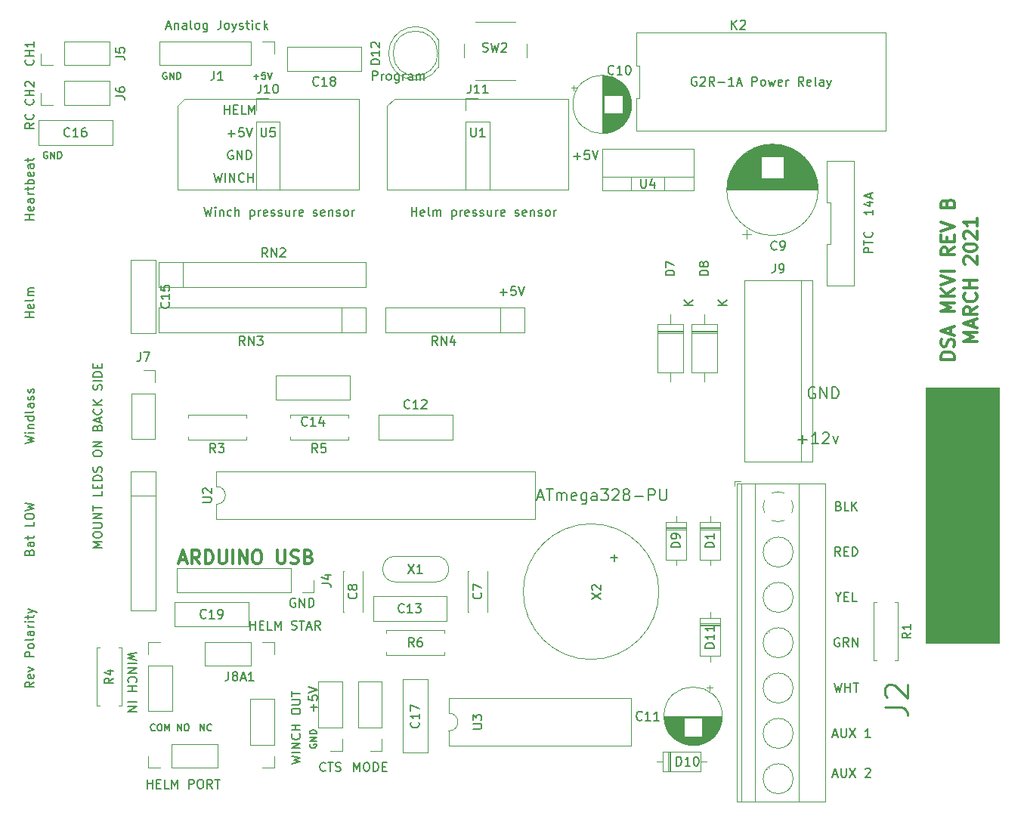
<source format=gbr>
G04 #@! TF.GenerationSoftware,KiCad,Pcbnew,(5.1.9)-1*
G04 #@! TF.CreationDate,2021-03-25T16:08:41-07:00*
G04 #@! TF.ProjectId,DSAMKVIB,4453414d-4b56-4494-922e-6b696361645f,rev?*
G04 #@! TF.SameCoordinates,Original*
G04 #@! TF.FileFunction,Legend,Top*
G04 #@! TF.FilePolarity,Positive*
%FSLAX46Y46*%
G04 Gerber Fmt 4.6, Leading zero omitted, Abs format (unit mm)*
G04 Created by KiCad (PCBNEW (5.1.9)-1) date 2021-03-25 16:08:41*
%MOMM*%
%LPD*%
G01*
G04 APERTURE LIST*
%ADD10C,0.150000*%
%ADD11C,0.152400*%
%ADD12C,0.203200*%
%ADD13C,0.300000*%
%ADD14C,0.100000*%
%ADD15C,0.120000*%
%ADD16C,0.254000*%
G04 APERTURE END LIST*
D10*
X119570714Y-63317380D02*
X119570714Y-62317380D01*
X119570714Y-62793571D02*
X120142142Y-62793571D01*
X120142142Y-63317380D02*
X120142142Y-62317380D01*
X120618333Y-62793571D02*
X120951666Y-62793571D01*
X121094523Y-63317380D02*
X120618333Y-63317380D01*
X120618333Y-62317380D01*
X121094523Y-62317380D01*
X121999285Y-63317380D02*
X121523095Y-63317380D01*
X121523095Y-62317380D01*
X122332619Y-63317380D02*
X122332619Y-62317380D01*
X122665952Y-63031666D01*
X122999285Y-62317380D01*
X122999285Y-63317380D01*
X122484047Y-121102380D02*
X122484047Y-120102380D01*
X122484047Y-120578571D02*
X123055476Y-120578571D01*
X123055476Y-121102380D02*
X123055476Y-120102380D01*
X123531666Y-120578571D02*
X123865000Y-120578571D01*
X124007857Y-121102380D02*
X123531666Y-121102380D01*
X123531666Y-120102380D01*
X124007857Y-120102380D01*
X124912619Y-121102380D02*
X124436428Y-121102380D01*
X124436428Y-120102380D01*
X125245952Y-121102380D02*
X125245952Y-120102380D01*
X125579285Y-120816666D01*
X125912619Y-120102380D01*
X125912619Y-121102380D01*
X127103095Y-121054761D02*
X127245952Y-121102380D01*
X127484047Y-121102380D01*
X127579285Y-121054761D01*
X127626904Y-121007142D01*
X127674523Y-120911904D01*
X127674523Y-120816666D01*
X127626904Y-120721428D01*
X127579285Y-120673809D01*
X127484047Y-120626190D01*
X127293571Y-120578571D01*
X127198333Y-120530952D01*
X127150714Y-120483333D01*
X127103095Y-120388095D01*
X127103095Y-120292857D01*
X127150714Y-120197619D01*
X127198333Y-120150000D01*
X127293571Y-120102380D01*
X127531666Y-120102380D01*
X127674523Y-120150000D01*
X127960238Y-120102380D02*
X128531666Y-120102380D01*
X128245952Y-121102380D02*
X128245952Y-120102380D01*
X128817380Y-120816666D02*
X129293571Y-120816666D01*
X128722142Y-121102380D02*
X129055476Y-120102380D01*
X129388809Y-121102380D01*
X130293571Y-121102380D02*
X129960238Y-120626190D01*
X129722142Y-121102380D02*
X129722142Y-120102380D01*
X130103095Y-120102380D01*
X130198333Y-120150000D01*
X130245952Y-120197619D01*
X130293571Y-120292857D01*
X130293571Y-120435714D01*
X130245952Y-120530952D01*
X130198333Y-120578571D01*
X130103095Y-120626190D01*
X129722142Y-120626190D01*
X129611428Y-130190714D02*
X129611428Y-129428809D01*
X129992380Y-129809761D02*
X129230476Y-129809761D01*
X128992380Y-128476428D02*
X128992380Y-128952619D01*
X129468571Y-129000238D01*
X129420952Y-128952619D01*
X129373333Y-128857380D01*
X129373333Y-128619285D01*
X129420952Y-128524047D01*
X129468571Y-128476428D01*
X129563809Y-128428809D01*
X129801904Y-128428809D01*
X129897142Y-128476428D01*
X129944761Y-128524047D01*
X129992380Y-128619285D01*
X129992380Y-128857380D01*
X129944761Y-128952619D01*
X129897142Y-129000238D01*
X128992380Y-128143095D02*
X129992380Y-127809761D01*
X128992380Y-127476428D01*
X150479285Y-83256428D02*
X151241190Y-83256428D01*
X150860238Y-83637380D02*
X150860238Y-82875476D01*
X152193571Y-82637380D02*
X151717380Y-82637380D01*
X151669761Y-83113571D01*
X151717380Y-83065952D01*
X151812619Y-83018333D01*
X152050714Y-83018333D01*
X152145952Y-83065952D01*
X152193571Y-83113571D01*
X152241190Y-83208809D01*
X152241190Y-83446904D01*
X152193571Y-83542142D01*
X152145952Y-83589761D01*
X152050714Y-83637380D01*
X151812619Y-83637380D01*
X151717380Y-83589761D01*
X151669761Y-83542142D01*
X152526904Y-82637380D02*
X152860238Y-83637380D01*
X153193571Y-82637380D01*
X127508095Y-117610000D02*
X127412857Y-117562380D01*
X127270000Y-117562380D01*
X127127142Y-117610000D01*
X127031904Y-117705238D01*
X126984285Y-117800476D01*
X126936666Y-117990952D01*
X126936666Y-118133809D01*
X126984285Y-118324285D01*
X127031904Y-118419523D01*
X127127142Y-118514761D01*
X127270000Y-118562380D01*
X127365238Y-118562380D01*
X127508095Y-118514761D01*
X127555714Y-118467142D01*
X127555714Y-118133809D01*
X127365238Y-118133809D01*
X127984285Y-118562380D02*
X127984285Y-117562380D01*
X128555714Y-118562380D01*
X128555714Y-117562380D01*
X129031904Y-118562380D02*
X129031904Y-117562380D01*
X129270000Y-117562380D01*
X129412857Y-117610000D01*
X129508095Y-117705238D01*
X129555714Y-117800476D01*
X129603333Y-117990952D01*
X129603333Y-118133809D01*
X129555714Y-118324285D01*
X129508095Y-118419523D01*
X129412857Y-118514761D01*
X129270000Y-118562380D01*
X129031904Y-118562380D01*
X120523095Y-67445000D02*
X120427857Y-67397380D01*
X120285000Y-67397380D01*
X120142142Y-67445000D01*
X120046904Y-67540238D01*
X119999285Y-67635476D01*
X119951666Y-67825952D01*
X119951666Y-67968809D01*
X119999285Y-68159285D01*
X120046904Y-68254523D01*
X120142142Y-68349761D01*
X120285000Y-68397380D01*
X120380238Y-68397380D01*
X120523095Y-68349761D01*
X120570714Y-68302142D01*
X120570714Y-67968809D01*
X120380238Y-67968809D01*
X120999285Y-68397380D02*
X120999285Y-67397380D01*
X121570714Y-68397380D01*
X121570714Y-67397380D01*
X122046904Y-68397380D02*
X122046904Y-67397380D01*
X122285000Y-67397380D01*
X122427857Y-67445000D01*
X122523095Y-67540238D01*
X122570714Y-67635476D01*
X122618333Y-67825952D01*
X122618333Y-67968809D01*
X122570714Y-68159285D01*
X122523095Y-68254523D01*
X122427857Y-68349761D01*
X122285000Y-68397380D01*
X122046904Y-68397380D01*
X119999285Y-65476428D02*
X120761190Y-65476428D01*
X120380238Y-65857380D02*
X120380238Y-65095476D01*
X121713571Y-64857380D02*
X121237380Y-64857380D01*
X121189761Y-65333571D01*
X121237380Y-65285952D01*
X121332619Y-65238333D01*
X121570714Y-65238333D01*
X121665952Y-65285952D01*
X121713571Y-65333571D01*
X121761190Y-65428809D01*
X121761190Y-65666904D01*
X121713571Y-65762142D01*
X121665952Y-65809761D01*
X121570714Y-65857380D01*
X121332619Y-65857380D01*
X121237380Y-65809761D01*
X121189761Y-65762142D01*
X122046904Y-64857380D02*
X122380238Y-65857380D01*
X122713571Y-64857380D01*
X118435714Y-69937380D02*
X118673809Y-70937380D01*
X118864285Y-70223095D01*
X119054761Y-70937380D01*
X119292857Y-69937380D01*
X119673809Y-70937380D02*
X119673809Y-69937380D01*
X120150000Y-70937380D02*
X120150000Y-69937380D01*
X120721428Y-70937380D01*
X120721428Y-69937380D01*
X121769047Y-70842142D02*
X121721428Y-70889761D01*
X121578571Y-70937380D01*
X121483333Y-70937380D01*
X121340476Y-70889761D01*
X121245238Y-70794523D01*
X121197619Y-70699285D01*
X121150000Y-70508809D01*
X121150000Y-70365952D01*
X121197619Y-70175476D01*
X121245238Y-70080238D01*
X121340476Y-69985000D01*
X121483333Y-69937380D01*
X121578571Y-69937380D01*
X121721428Y-69985000D01*
X121769047Y-70032619D01*
X122197619Y-70937380D02*
X122197619Y-69937380D01*
X122197619Y-70413571D02*
X122769047Y-70413571D01*
X122769047Y-70937380D02*
X122769047Y-69937380D01*
X158734285Y-68016428D02*
X159496190Y-68016428D01*
X159115238Y-68397380D02*
X159115238Y-67635476D01*
X160448571Y-67397380D02*
X159972380Y-67397380D01*
X159924761Y-67873571D01*
X159972380Y-67825952D01*
X160067619Y-67778333D01*
X160305714Y-67778333D01*
X160400952Y-67825952D01*
X160448571Y-67873571D01*
X160496190Y-67968809D01*
X160496190Y-68206904D01*
X160448571Y-68302142D01*
X160400952Y-68349761D01*
X160305714Y-68397380D01*
X160067619Y-68397380D01*
X159972380Y-68349761D01*
X159924761Y-68302142D01*
X160781904Y-67397380D02*
X161115238Y-68397380D01*
X161448571Y-67397380D01*
X187769761Y-137326666D02*
X188245952Y-137326666D01*
X187674523Y-137612380D02*
X188007857Y-136612380D01*
X188341190Y-137612380D01*
X188674523Y-136612380D02*
X188674523Y-137421904D01*
X188722142Y-137517142D01*
X188769761Y-137564761D01*
X188865000Y-137612380D01*
X189055476Y-137612380D01*
X189150714Y-137564761D01*
X189198333Y-137517142D01*
X189245952Y-137421904D01*
X189245952Y-136612380D01*
X189626904Y-136612380D02*
X190293571Y-137612380D01*
X190293571Y-136612380D02*
X189626904Y-137612380D01*
X191388809Y-136707619D02*
X191436428Y-136660000D01*
X191531666Y-136612380D01*
X191769761Y-136612380D01*
X191865000Y-136660000D01*
X191912619Y-136707619D01*
X191960238Y-136802857D01*
X191960238Y-136898095D01*
X191912619Y-137040952D01*
X191341190Y-137612380D01*
X191960238Y-137612380D01*
X187769761Y-132881666D02*
X188245952Y-132881666D01*
X187674523Y-133167380D02*
X188007857Y-132167380D01*
X188341190Y-133167380D01*
X188674523Y-132167380D02*
X188674523Y-132976904D01*
X188722142Y-133072142D01*
X188769761Y-133119761D01*
X188865000Y-133167380D01*
X189055476Y-133167380D01*
X189150714Y-133119761D01*
X189198333Y-133072142D01*
X189245952Y-132976904D01*
X189245952Y-132167380D01*
X189626904Y-132167380D02*
X190293571Y-133167380D01*
X190293571Y-132167380D02*
X189626904Y-133167380D01*
X191960238Y-133167380D02*
X191388809Y-133167380D01*
X191674523Y-133167380D02*
X191674523Y-132167380D01*
X191579285Y-132310238D01*
X191484047Y-132405476D01*
X191388809Y-132453095D01*
X98242380Y-64325476D02*
X97766190Y-64658809D01*
X98242380Y-64896904D02*
X97242380Y-64896904D01*
X97242380Y-64515952D01*
X97290000Y-64420714D01*
X97337619Y-64373095D01*
X97432857Y-64325476D01*
X97575714Y-64325476D01*
X97670952Y-64373095D01*
X97718571Y-64420714D01*
X97766190Y-64515952D01*
X97766190Y-64896904D01*
X98147142Y-63325476D02*
X98194761Y-63373095D01*
X98242380Y-63515952D01*
X98242380Y-63611190D01*
X98194761Y-63754047D01*
X98099523Y-63849285D01*
X98004285Y-63896904D01*
X97813809Y-63944523D01*
X97670952Y-63944523D01*
X97480476Y-63896904D01*
X97385238Y-63849285D01*
X97290000Y-63754047D01*
X97242380Y-63611190D01*
X97242380Y-63515952D01*
X97290000Y-63373095D01*
X97337619Y-63325476D01*
X105862380Y-111885714D02*
X104862380Y-111885714D01*
X105576666Y-111552380D01*
X104862380Y-111219047D01*
X105862380Y-111219047D01*
X104862380Y-110552380D02*
X104862380Y-110361904D01*
X104910000Y-110266666D01*
X105005238Y-110171428D01*
X105195714Y-110123809D01*
X105529047Y-110123809D01*
X105719523Y-110171428D01*
X105814761Y-110266666D01*
X105862380Y-110361904D01*
X105862380Y-110552380D01*
X105814761Y-110647619D01*
X105719523Y-110742857D01*
X105529047Y-110790476D01*
X105195714Y-110790476D01*
X105005238Y-110742857D01*
X104910000Y-110647619D01*
X104862380Y-110552380D01*
X104862380Y-109695238D02*
X105671904Y-109695238D01*
X105767142Y-109647619D01*
X105814761Y-109600000D01*
X105862380Y-109504761D01*
X105862380Y-109314285D01*
X105814761Y-109219047D01*
X105767142Y-109171428D01*
X105671904Y-109123809D01*
X104862380Y-109123809D01*
X105862380Y-108647619D02*
X104862380Y-108647619D01*
X105862380Y-108076190D01*
X104862380Y-108076190D01*
X104862380Y-107742857D02*
X104862380Y-107171428D01*
X105862380Y-107457142D02*
X104862380Y-107457142D01*
X105862380Y-105600000D02*
X105862380Y-106076190D01*
X104862380Y-106076190D01*
X105338571Y-105266666D02*
X105338571Y-104933333D01*
X105862380Y-104790476D02*
X105862380Y-105266666D01*
X104862380Y-105266666D01*
X104862380Y-104790476D01*
X105862380Y-104361904D02*
X104862380Y-104361904D01*
X104862380Y-104123809D01*
X104910000Y-103980952D01*
X105005238Y-103885714D01*
X105100476Y-103838095D01*
X105290952Y-103790476D01*
X105433809Y-103790476D01*
X105624285Y-103838095D01*
X105719523Y-103885714D01*
X105814761Y-103980952D01*
X105862380Y-104123809D01*
X105862380Y-104361904D01*
X105814761Y-103409523D02*
X105862380Y-103266666D01*
X105862380Y-103028571D01*
X105814761Y-102933333D01*
X105767142Y-102885714D01*
X105671904Y-102838095D01*
X105576666Y-102838095D01*
X105481428Y-102885714D01*
X105433809Y-102933333D01*
X105386190Y-103028571D01*
X105338571Y-103219047D01*
X105290952Y-103314285D01*
X105243333Y-103361904D01*
X105148095Y-103409523D01*
X105052857Y-103409523D01*
X104957619Y-103361904D01*
X104910000Y-103314285D01*
X104862380Y-103219047D01*
X104862380Y-102980952D01*
X104910000Y-102838095D01*
X104862380Y-101457142D02*
X104862380Y-101266666D01*
X104910000Y-101171428D01*
X105005238Y-101076190D01*
X105195714Y-101028571D01*
X105529047Y-101028571D01*
X105719523Y-101076190D01*
X105814761Y-101171428D01*
X105862380Y-101266666D01*
X105862380Y-101457142D01*
X105814761Y-101552380D01*
X105719523Y-101647619D01*
X105529047Y-101695238D01*
X105195714Y-101695238D01*
X105005238Y-101647619D01*
X104910000Y-101552380D01*
X104862380Y-101457142D01*
X105862380Y-100600000D02*
X104862380Y-100600000D01*
X105862380Y-100028571D01*
X104862380Y-100028571D01*
X105338571Y-98457142D02*
X105386190Y-98314285D01*
X105433809Y-98266666D01*
X105529047Y-98219047D01*
X105671904Y-98219047D01*
X105767142Y-98266666D01*
X105814761Y-98314285D01*
X105862380Y-98409523D01*
X105862380Y-98790476D01*
X104862380Y-98790476D01*
X104862380Y-98457142D01*
X104910000Y-98361904D01*
X104957619Y-98314285D01*
X105052857Y-98266666D01*
X105148095Y-98266666D01*
X105243333Y-98314285D01*
X105290952Y-98361904D01*
X105338571Y-98457142D01*
X105338571Y-98790476D01*
X105576666Y-97838095D02*
X105576666Y-97361904D01*
X105862380Y-97933333D02*
X104862380Y-97600000D01*
X105862380Y-97266666D01*
X105767142Y-96361904D02*
X105814761Y-96409523D01*
X105862380Y-96552380D01*
X105862380Y-96647619D01*
X105814761Y-96790476D01*
X105719523Y-96885714D01*
X105624285Y-96933333D01*
X105433809Y-96980952D01*
X105290952Y-96980952D01*
X105100476Y-96933333D01*
X105005238Y-96885714D01*
X104910000Y-96790476D01*
X104862380Y-96647619D01*
X104862380Y-96552380D01*
X104910000Y-96409523D01*
X104957619Y-96361904D01*
X105862380Y-95933333D02*
X104862380Y-95933333D01*
X105862380Y-95361904D02*
X105290952Y-95790476D01*
X104862380Y-95361904D02*
X105433809Y-95933333D01*
X105814761Y-94219047D02*
X105862380Y-94076190D01*
X105862380Y-93838095D01*
X105814761Y-93742857D01*
X105767142Y-93695238D01*
X105671904Y-93647619D01*
X105576666Y-93647619D01*
X105481428Y-93695238D01*
X105433809Y-93742857D01*
X105386190Y-93838095D01*
X105338571Y-94028571D01*
X105290952Y-94123809D01*
X105243333Y-94171428D01*
X105148095Y-94219047D01*
X105052857Y-94219047D01*
X104957619Y-94171428D01*
X104910000Y-94123809D01*
X104862380Y-94028571D01*
X104862380Y-93790476D01*
X104910000Y-93647619D01*
X105862380Y-93219047D02*
X104862380Y-93219047D01*
X105862380Y-92742857D02*
X104862380Y-92742857D01*
X104862380Y-92504761D01*
X104910000Y-92361904D01*
X105005238Y-92266666D01*
X105100476Y-92219047D01*
X105290952Y-92171428D01*
X105433809Y-92171428D01*
X105624285Y-92219047D01*
X105719523Y-92266666D01*
X105814761Y-92361904D01*
X105862380Y-92504761D01*
X105862380Y-92742857D01*
X105338571Y-91742857D02*
X105338571Y-91409523D01*
X105862380Y-91266666D02*
X105862380Y-91742857D01*
X104862380Y-91742857D01*
X104862380Y-91266666D01*
D11*
X122845285Y-59109428D02*
X123425857Y-59109428D01*
X123135571Y-59399714D02*
X123135571Y-58819142D01*
X124151571Y-58637714D02*
X123788714Y-58637714D01*
X123752428Y-59000571D01*
X123788714Y-58964285D01*
X123861285Y-58928000D01*
X124042714Y-58928000D01*
X124115285Y-58964285D01*
X124151571Y-59000571D01*
X124187857Y-59073142D01*
X124187857Y-59254571D01*
X124151571Y-59327142D01*
X124115285Y-59363428D01*
X124042714Y-59399714D01*
X123861285Y-59399714D01*
X123788714Y-59363428D01*
X123752428Y-59327142D01*
X124405571Y-58637714D02*
X124659571Y-59399714D01*
X124913571Y-58637714D01*
X116876285Y-132424714D02*
X116876285Y-131662714D01*
X117311714Y-132424714D01*
X117311714Y-131662714D01*
X118110000Y-132352142D02*
X118073714Y-132388428D01*
X117964857Y-132424714D01*
X117892285Y-132424714D01*
X117783428Y-132388428D01*
X117710857Y-132315857D01*
X117674571Y-132243285D01*
X117638285Y-132098142D01*
X117638285Y-131989285D01*
X117674571Y-131844142D01*
X117710857Y-131771571D01*
X117783428Y-131699000D01*
X117892285Y-131662714D01*
X117964857Y-131662714D01*
X118073714Y-131699000D01*
X118110000Y-131735285D01*
X114318142Y-132424714D02*
X114318142Y-131662714D01*
X114753571Y-132424714D01*
X114753571Y-131662714D01*
X115261571Y-131662714D02*
X115406714Y-131662714D01*
X115479285Y-131699000D01*
X115551857Y-131771571D01*
X115588142Y-131916714D01*
X115588142Y-132170714D01*
X115551857Y-132315857D01*
X115479285Y-132388428D01*
X115406714Y-132424714D01*
X115261571Y-132424714D01*
X115189000Y-132388428D01*
X115116428Y-132315857D01*
X115080142Y-132170714D01*
X115080142Y-131916714D01*
X115116428Y-131771571D01*
X115189000Y-131699000D01*
X115261571Y-131662714D01*
X111796285Y-132352142D02*
X111760000Y-132388428D01*
X111651142Y-132424714D01*
X111578571Y-132424714D01*
X111469714Y-132388428D01*
X111397142Y-132315857D01*
X111360857Y-132243285D01*
X111324571Y-132098142D01*
X111324571Y-131989285D01*
X111360857Y-131844142D01*
X111397142Y-131771571D01*
X111469714Y-131699000D01*
X111578571Y-131662714D01*
X111651142Y-131662714D01*
X111760000Y-131699000D01*
X111796285Y-131735285D01*
X112268000Y-131662714D02*
X112413142Y-131662714D01*
X112485714Y-131699000D01*
X112558285Y-131771571D01*
X112594571Y-131916714D01*
X112594571Y-132170714D01*
X112558285Y-132315857D01*
X112485714Y-132388428D01*
X112413142Y-132424714D01*
X112268000Y-132424714D01*
X112195428Y-132388428D01*
X112122857Y-132315857D01*
X112086571Y-132170714D01*
X112086571Y-131916714D01*
X112122857Y-131771571D01*
X112195428Y-131699000D01*
X112268000Y-131662714D01*
X112921142Y-132424714D02*
X112921142Y-131662714D01*
X113175142Y-132207000D01*
X113429142Y-131662714D01*
X113429142Y-132424714D01*
D12*
X183877857Y-99785714D02*
X184845476Y-99785714D01*
X184361666Y-100269523D02*
X184361666Y-99301904D01*
X186115476Y-100269523D02*
X185389761Y-100269523D01*
X185752619Y-100269523D02*
X185752619Y-98999523D01*
X185631666Y-99180952D01*
X185510714Y-99301904D01*
X185389761Y-99362380D01*
X186599285Y-99120476D02*
X186659761Y-99060000D01*
X186780714Y-98999523D01*
X187083095Y-98999523D01*
X187204047Y-99060000D01*
X187264523Y-99120476D01*
X187325000Y-99241428D01*
X187325000Y-99362380D01*
X187264523Y-99543809D01*
X186538809Y-100269523D01*
X187325000Y-100269523D01*
X187748333Y-99422857D02*
X188050714Y-100269523D01*
X188353095Y-99422857D01*
X185722380Y-93980000D02*
X185601428Y-93919523D01*
X185420000Y-93919523D01*
X185238571Y-93980000D01*
X185117619Y-94100952D01*
X185057142Y-94221904D01*
X184996666Y-94463809D01*
X184996666Y-94645238D01*
X185057142Y-94887142D01*
X185117619Y-95008095D01*
X185238571Y-95129047D01*
X185420000Y-95189523D01*
X185540952Y-95189523D01*
X185722380Y-95129047D01*
X185782857Y-95068571D01*
X185782857Y-94645238D01*
X185540952Y-94645238D01*
X186327142Y-95189523D02*
X186327142Y-93919523D01*
X187052857Y-95189523D01*
X187052857Y-93919523D01*
X187657619Y-95189523D02*
X187657619Y-93919523D01*
X187960000Y-93919523D01*
X188141428Y-93980000D01*
X188262380Y-94100952D01*
X188322857Y-94221904D01*
X188383333Y-94463809D01*
X188383333Y-94645238D01*
X188322857Y-94887142D01*
X188262380Y-95008095D01*
X188141428Y-95129047D01*
X187960000Y-95189523D01*
X187657619Y-95189523D01*
D13*
X114590714Y-113280000D02*
X115305000Y-113280000D01*
X114447857Y-113708571D02*
X114947857Y-112208571D01*
X115447857Y-113708571D01*
X116805000Y-113708571D02*
X116305000Y-112994285D01*
X115947857Y-113708571D02*
X115947857Y-112208571D01*
X116519285Y-112208571D01*
X116662142Y-112280000D01*
X116733571Y-112351428D01*
X116805000Y-112494285D01*
X116805000Y-112708571D01*
X116733571Y-112851428D01*
X116662142Y-112922857D01*
X116519285Y-112994285D01*
X115947857Y-112994285D01*
X117447857Y-113708571D02*
X117447857Y-112208571D01*
X117805000Y-112208571D01*
X118019285Y-112280000D01*
X118162142Y-112422857D01*
X118233571Y-112565714D01*
X118305000Y-112851428D01*
X118305000Y-113065714D01*
X118233571Y-113351428D01*
X118162142Y-113494285D01*
X118019285Y-113637142D01*
X117805000Y-113708571D01*
X117447857Y-113708571D01*
X118947857Y-112208571D02*
X118947857Y-113422857D01*
X119019285Y-113565714D01*
X119090714Y-113637142D01*
X119233571Y-113708571D01*
X119519285Y-113708571D01*
X119662142Y-113637142D01*
X119733571Y-113565714D01*
X119805000Y-113422857D01*
X119805000Y-112208571D01*
X120519285Y-113708571D02*
X120519285Y-112208571D01*
X121233571Y-113708571D02*
X121233571Y-112208571D01*
X122090714Y-113708571D01*
X122090714Y-112208571D01*
X123090714Y-112208571D02*
X123376428Y-112208571D01*
X123519285Y-112280000D01*
X123662142Y-112422857D01*
X123733571Y-112708571D01*
X123733571Y-113208571D01*
X123662142Y-113494285D01*
X123519285Y-113637142D01*
X123376428Y-113708571D01*
X123090714Y-113708571D01*
X122947857Y-113637142D01*
X122805000Y-113494285D01*
X122733571Y-113208571D01*
X122733571Y-112708571D01*
X122805000Y-112422857D01*
X122947857Y-112280000D01*
X123090714Y-112208571D01*
X125519285Y-112208571D02*
X125519285Y-113422857D01*
X125590714Y-113565714D01*
X125662142Y-113637142D01*
X125805000Y-113708571D01*
X126090714Y-113708571D01*
X126233571Y-113637142D01*
X126305000Y-113565714D01*
X126376428Y-113422857D01*
X126376428Y-112208571D01*
X127019285Y-113637142D02*
X127233571Y-113708571D01*
X127590714Y-113708571D01*
X127733571Y-113637142D01*
X127805000Y-113565714D01*
X127876428Y-113422857D01*
X127876428Y-113280000D01*
X127805000Y-113137142D01*
X127733571Y-113065714D01*
X127590714Y-112994285D01*
X127305000Y-112922857D01*
X127162142Y-112851428D01*
X127090714Y-112780000D01*
X127019285Y-112637142D01*
X127019285Y-112494285D01*
X127090714Y-112351428D01*
X127162142Y-112280000D01*
X127305000Y-112208571D01*
X127662142Y-112208571D01*
X127876428Y-112280000D01*
X129019285Y-112922857D02*
X129233571Y-112994285D01*
X129305000Y-113065714D01*
X129376428Y-113208571D01*
X129376428Y-113422857D01*
X129305000Y-113565714D01*
X129233571Y-113637142D01*
X129090714Y-113708571D01*
X128519285Y-113708571D01*
X128519285Y-112208571D01*
X129019285Y-112208571D01*
X129162142Y-112280000D01*
X129233571Y-112351428D01*
X129305000Y-112494285D01*
X129305000Y-112637142D01*
X129233571Y-112780000D01*
X129162142Y-112851428D01*
X129019285Y-112922857D01*
X128519285Y-112922857D01*
D11*
X113084428Y-58674000D02*
X113011857Y-58637714D01*
X112903000Y-58637714D01*
X112794142Y-58674000D01*
X112721571Y-58746571D01*
X112685285Y-58819142D01*
X112649000Y-58964285D01*
X112649000Y-59073142D01*
X112685285Y-59218285D01*
X112721571Y-59290857D01*
X112794142Y-59363428D01*
X112903000Y-59399714D01*
X112975571Y-59399714D01*
X113084428Y-59363428D01*
X113120714Y-59327142D01*
X113120714Y-59073142D01*
X112975571Y-59073142D01*
X113447285Y-59399714D02*
X113447285Y-58637714D01*
X113882714Y-59399714D01*
X113882714Y-58637714D01*
X114245571Y-59399714D02*
X114245571Y-58637714D01*
X114427000Y-58637714D01*
X114535857Y-58674000D01*
X114608428Y-58746571D01*
X114644714Y-58819142D01*
X114681000Y-58964285D01*
X114681000Y-59073142D01*
X114644714Y-59218285D01*
X114608428Y-59290857D01*
X114535857Y-59363428D01*
X114427000Y-59399714D01*
X114245571Y-59399714D01*
X129159000Y-133930571D02*
X129122714Y-134003142D01*
X129122714Y-134112000D01*
X129159000Y-134220857D01*
X129231571Y-134293428D01*
X129304142Y-134329714D01*
X129449285Y-134366000D01*
X129558142Y-134366000D01*
X129703285Y-134329714D01*
X129775857Y-134293428D01*
X129848428Y-134220857D01*
X129884714Y-134112000D01*
X129884714Y-134039428D01*
X129848428Y-133930571D01*
X129812142Y-133894285D01*
X129558142Y-133894285D01*
X129558142Y-134039428D01*
X129884714Y-133567714D02*
X129122714Y-133567714D01*
X129884714Y-133132285D01*
X129122714Y-133132285D01*
X129884714Y-132769428D02*
X129122714Y-132769428D01*
X129122714Y-132588000D01*
X129159000Y-132479142D01*
X129231571Y-132406571D01*
X129304142Y-132370285D01*
X129449285Y-132334000D01*
X129558142Y-132334000D01*
X129703285Y-132370285D01*
X129775857Y-132406571D01*
X129848428Y-132479142D01*
X129884714Y-132588000D01*
X129884714Y-132769428D01*
X99749428Y-67564000D02*
X99676857Y-67527714D01*
X99568000Y-67527714D01*
X99459142Y-67564000D01*
X99386571Y-67636571D01*
X99350285Y-67709142D01*
X99314000Y-67854285D01*
X99314000Y-67963142D01*
X99350285Y-68108285D01*
X99386571Y-68180857D01*
X99459142Y-68253428D01*
X99568000Y-68289714D01*
X99640571Y-68289714D01*
X99749428Y-68253428D01*
X99785714Y-68217142D01*
X99785714Y-67963142D01*
X99640571Y-67963142D01*
X100112285Y-68289714D02*
X100112285Y-67527714D01*
X100547714Y-68289714D01*
X100547714Y-67527714D01*
X100910571Y-68289714D02*
X100910571Y-67527714D01*
X101092000Y-67527714D01*
X101200857Y-67564000D01*
X101273428Y-67636571D01*
X101309714Y-67709142D01*
X101346000Y-67854285D01*
X101346000Y-67963142D01*
X101309714Y-68108285D01*
X101273428Y-68180857D01*
X101200857Y-68253428D01*
X101092000Y-68289714D01*
X100910571Y-68289714D01*
D10*
X187896666Y-127087380D02*
X188134761Y-128087380D01*
X188325238Y-127373095D01*
X188515714Y-128087380D01*
X188753809Y-127087380D01*
X189134761Y-128087380D02*
X189134761Y-127087380D01*
X189134761Y-127563571D02*
X189706190Y-127563571D01*
X189706190Y-128087380D02*
X189706190Y-127087380D01*
X190039523Y-127087380D02*
X190610952Y-127087380D01*
X190325238Y-128087380D02*
X190325238Y-127087380D01*
X188468095Y-122055000D02*
X188372857Y-122007380D01*
X188230000Y-122007380D01*
X188087142Y-122055000D01*
X187991904Y-122150238D01*
X187944285Y-122245476D01*
X187896666Y-122435952D01*
X187896666Y-122578809D01*
X187944285Y-122769285D01*
X187991904Y-122864523D01*
X188087142Y-122959761D01*
X188230000Y-123007380D01*
X188325238Y-123007380D01*
X188468095Y-122959761D01*
X188515714Y-122912142D01*
X188515714Y-122578809D01*
X188325238Y-122578809D01*
X189515714Y-123007380D02*
X189182380Y-122531190D01*
X188944285Y-123007380D02*
X188944285Y-122007380D01*
X189325238Y-122007380D01*
X189420476Y-122055000D01*
X189468095Y-122102619D01*
X189515714Y-122197857D01*
X189515714Y-122340714D01*
X189468095Y-122435952D01*
X189420476Y-122483571D01*
X189325238Y-122531190D01*
X188944285Y-122531190D01*
X189944285Y-123007380D02*
X189944285Y-122007380D01*
X190515714Y-123007380D01*
X190515714Y-122007380D01*
X188372857Y-117451190D02*
X188372857Y-117927380D01*
X188039523Y-116927380D02*
X188372857Y-117451190D01*
X188706190Y-116927380D01*
X189039523Y-117403571D02*
X189372857Y-117403571D01*
X189515714Y-117927380D02*
X189039523Y-117927380D01*
X189039523Y-116927380D01*
X189515714Y-116927380D01*
X190420476Y-117927380D02*
X189944285Y-117927380D01*
X189944285Y-116927380D01*
X188587142Y-112847380D02*
X188253809Y-112371190D01*
X188015714Y-112847380D02*
X188015714Y-111847380D01*
X188396666Y-111847380D01*
X188491904Y-111895000D01*
X188539523Y-111942619D01*
X188587142Y-112037857D01*
X188587142Y-112180714D01*
X188539523Y-112275952D01*
X188491904Y-112323571D01*
X188396666Y-112371190D01*
X188015714Y-112371190D01*
X189015714Y-112323571D02*
X189349047Y-112323571D01*
X189491904Y-112847380D02*
X189015714Y-112847380D01*
X189015714Y-111847380D01*
X189491904Y-111847380D01*
X189920476Y-112847380D02*
X189920476Y-111847380D01*
X190158571Y-111847380D01*
X190301428Y-111895000D01*
X190396666Y-111990238D01*
X190444285Y-112085476D01*
X190491904Y-112275952D01*
X190491904Y-112418809D01*
X190444285Y-112609285D01*
X190396666Y-112704523D01*
X190301428Y-112799761D01*
X190158571Y-112847380D01*
X189920476Y-112847380D01*
X188396666Y-107243571D02*
X188539523Y-107291190D01*
X188587142Y-107338809D01*
X188634761Y-107434047D01*
X188634761Y-107576904D01*
X188587142Y-107672142D01*
X188539523Y-107719761D01*
X188444285Y-107767380D01*
X188063333Y-107767380D01*
X188063333Y-106767380D01*
X188396666Y-106767380D01*
X188491904Y-106815000D01*
X188539523Y-106862619D01*
X188587142Y-106957857D01*
X188587142Y-107053095D01*
X188539523Y-107148333D01*
X188491904Y-107195952D01*
X188396666Y-107243571D01*
X188063333Y-107243571D01*
X189539523Y-107767380D02*
X189063333Y-107767380D01*
X189063333Y-106767380D01*
X189872857Y-107767380D02*
X189872857Y-106767380D01*
X190444285Y-107767380D02*
X190015714Y-107195952D01*
X190444285Y-106767380D02*
X189872857Y-107338809D01*
D14*
G36*
X206375000Y-122555000D02*
G01*
X198120000Y-122555000D01*
X198120000Y-93980000D01*
X206375000Y-93980000D01*
X206375000Y-122555000D01*
G37*
X206375000Y-122555000D02*
X198120000Y-122555000D01*
X198120000Y-93980000D01*
X206375000Y-93980000D01*
X206375000Y-122555000D01*
D13*
X201333571Y-90807857D02*
X199833571Y-90807857D01*
X199833571Y-90450714D01*
X199905000Y-90236428D01*
X200047857Y-90093571D01*
X200190714Y-90022142D01*
X200476428Y-89950714D01*
X200690714Y-89950714D01*
X200976428Y-90022142D01*
X201119285Y-90093571D01*
X201262142Y-90236428D01*
X201333571Y-90450714D01*
X201333571Y-90807857D01*
X201262142Y-89379285D02*
X201333571Y-89165000D01*
X201333571Y-88807857D01*
X201262142Y-88665000D01*
X201190714Y-88593571D01*
X201047857Y-88522142D01*
X200905000Y-88522142D01*
X200762142Y-88593571D01*
X200690714Y-88665000D01*
X200619285Y-88807857D01*
X200547857Y-89093571D01*
X200476428Y-89236428D01*
X200405000Y-89307857D01*
X200262142Y-89379285D01*
X200119285Y-89379285D01*
X199976428Y-89307857D01*
X199905000Y-89236428D01*
X199833571Y-89093571D01*
X199833571Y-88736428D01*
X199905000Y-88522142D01*
X200905000Y-87950714D02*
X200905000Y-87236428D01*
X201333571Y-88093571D02*
X199833571Y-87593571D01*
X201333571Y-87093571D01*
X201333571Y-85450714D02*
X199833571Y-85450714D01*
X200905000Y-84950714D01*
X199833571Y-84450714D01*
X201333571Y-84450714D01*
X201333571Y-83736428D02*
X199833571Y-83736428D01*
X201333571Y-82879285D02*
X200476428Y-83522142D01*
X199833571Y-82879285D02*
X200690714Y-83736428D01*
X199833571Y-82450714D02*
X201333571Y-81950714D01*
X199833571Y-81450714D01*
X201333571Y-80950714D02*
X199833571Y-80950714D01*
X201333571Y-78236428D02*
X200619285Y-78736428D01*
X201333571Y-79093571D02*
X199833571Y-79093571D01*
X199833571Y-78522142D01*
X199905000Y-78379285D01*
X199976428Y-78307857D01*
X200119285Y-78236428D01*
X200333571Y-78236428D01*
X200476428Y-78307857D01*
X200547857Y-78379285D01*
X200619285Y-78522142D01*
X200619285Y-79093571D01*
X200547857Y-77593571D02*
X200547857Y-77093571D01*
X201333571Y-76879285D02*
X201333571Y-77593571D01*
X199833571Y-77593571D01*
X199833571Y-76879285D01*
X199833571Y-76450714D02*
X201333571Y-75950714D01*
X199833571Y-75450714D01*
X200547857Y-73307857D02*
X200619285Y-73093571D01*
X200690714Y-73022142D01*
X200833571Y-72950714D01*
X201047857Y-72950714D01*
X201190714Y-73022142D01*
X201262142Y-73093571D01*
X201333571Y-73236428D01*
X201333571Y-73807857D01*
X199833571Y-73807857D01*
X199833571Y-73307857D01*
X199905000Y-73165000D01*
X199976428Y-73093571D01*
X200119285Y-73022142D01*
X200262142Y-73022142D01*
X200405000Y-73093571D01*
X200476428Y-73165000D01*
X200547857Y-73307857D01*
X200547857Y-73807857D01*
X203883571Y-88772142D02*
X202383571Y-88772142D01*
X203455000Y-88272142D01*
X202383571Y-87772142D01*
X203883571Y-87772142D01*
X203455000Y-87129285D02*
X203455000Y-86415000D01*
X203883571Y-87272142D02*
X202383571Y-86772142D01*
X203883571Y-86272142D01*
X203883571Y-84915000D02*
X203169285Y-85415000D01*
X203883571Y-85772142D02*
X202383571Y-85772142D01*
X202383571Y-85200714D01*
X202455000Y-85057857D01*
X202526428Y-84986428D01*
X202669285Y-84915000D01*
X202883571Y-84915000D01*
X203026428Y-84986428D01*
X203097857Y-85057857D01*
X203169285Y-85200714D01*
X203169285Y-85772142D01*
X203740714Y-83415000D02*
X203812142Y-83486428D01*
X203883571Y-83700714D01*
X203883571Y-83843571D01*
X203812142Y-84057857D01*
X203669285Y-84200714D01*
X203526428Y-84272142D01*
X203240714Y-84343571D01*
X203026428Y-84343571D01*
X202740714Y-84272142D01*
X202597857Y-84200714D01*
X202455000Y-84057857D01*
X202383571Y-83843571D01*
X202383571Y-83700714D01*
X202455000Y-83486428D01*
X202526428Y-83415000D01*
X203883571Y-82772142D02*
X202383571Y-82772142D01*
X203097857Y-82772142D02*
X203097857Y-81915000D01*
X203883571Y-81915000D02*
X202383571Y-81915000D01*
X202526428Y-80129285D02*
X202455000Y-80057857D01*
X202383571Y-79915000D01*
X202383571Y-79557857D01*
X202455000Y-79415000D01*
X202526428Y-79343571D01*
X202669285Y-79272142D01*
X202812142Y-79272142D01*
X203026428Y-79343571D01*
X203883571Y-80200714D01*
X203883571Y-79272142D01*
X202383571Y-78343571D02*
X202383571Y-78200714D01*
X202455000Y-78057857D01*
X202526428Y-77986428D01*
X202669285Y-77915000D01*
X202955000Y-77843571D01*
X203312142Y-77843571D01*
X203597857Y-77915000D01*
X203740714Y-77986428D01*
X203812142Y-78057857D01*
X203883571Y-78200714D01*
X203883571Y-78343571D01*
X203812142Y-78486428D01*
X203740714Y-78557857D01*
X203597857Y-78629285D01*
X203312142Y-78700714D01*
X202955000Y-78700714D01*
X202669285Y-78629285D01*
X202526428Y-78557857D01*
X202455000Y-78486428D01*
X202383571Y-78343571D01*
X202526428Y-77272142D02*
X202455000Y-77200714D01*
X202383571Y-77057857D01*
X202383571Y-76700714D01*
X202455000Y-76557857D01*
X202526428Y-76486428D01*
X202669285Y-76415000D01*
X202812142Y-76415000D01*
X203026428Y-76486428D01*
X203883571Y-77343571D01*
X203883571Y-76415000D01*
X203883571Y-74986428D02*
X203883571Y-75843571D01*
X203883571Y-75415000D02*
X202383571Y-75415000D01*
X202597857Y-75557857D01*
X202740714Y-75700714D01*
X202812142Y-75843571D01*
D15*
X109160000Y-94615000D02*
X111820000Y-94615000D01*
X109160000Y-94615000D02*
X109160000Y-99755000D01*
X109160000Y-99755000D02*
X111820000Y-99755000D01*
X111820000Y-94615000D02*
X111820000Y-99755000D01*
X111820000Y-92015000D02*
X111820000Y-93345000D01*
X110490000Y-92015000D02*
X111820000Y-92015000D01*
X144240000Y-123925000D02*
X144240000Y-123595000D01*
X137700000Y-123925000D02*
X144240000Y-123925000D01*
X137700000Y-123595000D02*
X137700000Y-123925000D01*
X144240000Y-121185000D02*
X144240000Y-121515000D01*
X137700000Y-121185000D02*
X144240000Y-121185000D01*
X137700000Y-121515000D02*
X137700000Y-121185000D01*
X146625000Y-61535000D02*
X147955000Y-61535000D01*
X146625000Y-62865000D02*
X146625000Y-61535000D01*
X146625000Y-64135000D02*
X149285000Y-64135000D01*
X149285000Y-64135000D02*
X149285000Y-71815000D01*
X146625000Y-64135000D02*
X146625000Y-71815000D01*
X146625000Y-71815000D02*
X149285000Y-71815000D01*
X123130000Y-61535000D02*
X124460000Y-61535000D01*
X123130000Y-62865000D02*
X123130000Y-61535000D01*
X123130000Y-64135000D02*
X125790000Y-64135000D01*
X125790000Y-64135000D02*
X125790000Y-71815000D01*
X123130000Y-64135000D02*
X123130000Y-71815000D01*
X123130000Y-71815000D02*
X125790000Y-71815000D01*
X111890000Y-103335000D02*
X109090000Y-103335000D01*
X109090000Y-103335000D02*
X109090000Y-118915000D01*
X109090000Y-118915000D02*
X111890000Y-118915000D01*
X111890000Y-118915000D02*
X111890000Y-103335000D01*
X111890000Y-106045000D02*
X109090000Y-106045000D01*
X114310000Y-71745000D02*
X114310000Y-62405000D01*
X134610000Y-71745000D02*
X114310000Y-71745000D01*
X134610000Y-61605000D02*
X134610000Y-71745000D01*
X115110000Y-61605000D02*
X134610000Y-61605000D01*
X114310000Y-62405000D02*
X115110000Y-61605000D01*
X192305000Y-124555000D02*
X192635000Y-124555000D01*
X192305000Y-118015000D02*
X192305000Y-124555000D01*
X192635000Y-118015000D02*
X192305000Y-118015000D01*
X195045000Y-124555000D02*
X194715000Y-124555000D01*
X195045000Y-118015000D02*
X195045000Y-124555000D01*
X194715000Y-118015000D02*
X195045000Y-118015000D01*
X132715000Y-87760000D02*
X132715000Y-84960000D01*
X112225000Y-87760000D02*
X135425000Y-87760000D01*
X112225000Y-84960000D02*
X112225000Y-87760000D01*
X135425000Y-84960000D02*
X112225000Y-84960000D01*
X135425000Y-87760000D02*
X135425000Y-84960000D01*
X133620000Y-92610000D02*
X133620000Y-95350000D01*
X125380000Y-92610000D02*
X125380000Y-95350000D01*
X125380000Y-95350000D02*
X133620000Y-95350000D01*
X125380000Y-92610000D02*
X133620000Y-92610000D01*
X168255000Y-116830000D02*
G75*
G03*
X168255000Y-116830000I-7600000J0D01*
G01*
X118685000Y-107045000D02*
X118685000Y-108695000D01*
X118685000Y-108695000D02*
X154365000Y-108695000D01*
X154365000Y-108695000D02*
X154365000Y-103395000D01*
X154365000Y-103395000D02*
X118685000Y-103395000D01*
X118685000Y-103395000D02*
X118685000Y-105045000D01*
X118685000Y-105045000D02*
G75*
G02*
X118685000Y-107045000I0J-1000000D01*
G01*
X176710000Y-104475000D02*
X176710000Y-104975000D01*
X177450000Y-104475000D02*
X176710000Y-104475000D01*
X180587000Y-136568000D02*
X180541000Y-136521000D01*
X182885000Y-138865000D02*
X182849000Y-138830000D01*
X180371000Y-136761000D02*
X180336000Y-136726000D01*
X182679000Y-139070000D02*
X182633000Y-139023000D01*
X180587000Y-131488000D02*
X180541000Y-131441000D01*
X182885000Y-133785000D02*
X182849000Y-133750000D01*
X180371000Y-131681000D02*
X180336000Y-131646000D01*
X182679000Y-133990000D02*
X182633000Y-133943000D01*
X180587000Y-126408000D02*
X180541000Y-126361000D01*
X182885000Y-128705000D02*
X182849000Y-128670000D01*
X180371000Y-126601000D02*
X180336000Y-126566000D01*
X182679000Y-128910000D02*
X182633000Y-128863000D01*
X180587000Y-121328000D02*
X180541000Y-121281000D01*
X182885000Y-123625000D02*
X182849000Y-123590000D01*
X180371000Y-121521000D02*
X180336000Y-121486000D01*
X182679000Y-123830000D02*
X182633000Y-123783000D01*
X180587000Y-116248000D02*
X180541000Y-116201000D01*
X182885000Y-118545000D02*
X182849000Y-118510000D01*
X180371000Y-116441000D02*
X180336000Y-116406000D01*
X182679000Y-118750000D02*
X182633000Y-118703000D01*
X180587000Y-111168000D02*
X180541000Y-111121000D01*
X182885000Y-113465000D02*
X182849000Y-113430000D01*
X180371000Y-111361000D02*
X180336000Y-111326000D01*
X182679000Y-113670000D02*
X182633000Y-113623000D01*
X186871000Y-140395000D02*
X176950000Y-140395000D01*
X186871000Y-104715000D02*
X176950000Y-104715000D01*
X176950000Y-104715000D02*
X176950000Y-140395000D01*
X186871000Y-104715000D02*
X186871000Y-140395000D01*
X183911000Y-104715000D02*
X183911000Y-140395000D01*
X179010000Y-104715000D02*
X179010000Y-140395000D01*
X177510000Y-104715000D02*
X177510000Y-140395000D01*
X183290000Y-137795000D02*
G75*
G03*
X183290000Y-137795000I-1680000J0D01*
G01*
X183290000Y-132715000D02*
G75*
G03*
X183290000Y-132715000I-1680000J0D01*
G01*
X183290000Y-127635000D02*
G75*
G03*
X183290000Y-127635000I-1680000J0D01*
G01*
X183290000Y-122555000D02*
G75*
G03*
X183290000Y-122555000I-1680000J0D01*
G01*
X183290000Y-117475000D02*
G75*
G03*
X183290000Y-117475000I-1680000J0D01*
G01*
X183290000Y-112395000D02*
G75*
G03*
X183290000Y-112395000I-1680000J0D01*
G01*
X179929747Y-107343805D02*
G75*
G02*
X180075000Y-106631000I1680253J28805D01*
G01*
X180926958Y-105779574D02*
G75*
G02*
X182294000Y-105780000I683042J-1535426D01*
G01*
X183145426Y-106631958D02*
G75*
G02*
X183145000Y-107999000I-1535426J-683042D01*
G01*
X182293042Y-108850426D02*
G75*
G02*
X180926000Y-108850000I-683042J1535426D01*
G01*
X180075244Y-107998318D02*
G75*
G02*
X179930000Y-107315000I1534756J683318D01*
G01*
X126905000Y-97055000D02*
X126905000Y-97385000D01*
X133445000Y-97055000D02*
X126905000Y-97055000D01*
X133445000Y-97385000D02*
X133445000Y-97055000D01*
X126905000Y-99795000D02*
X126905000Y-99465000D01*
X133445000Y-99795000D02*
X126905000Y-99795000D01*
X133445000Y-99465000D02*
X133445000Y-99795000D01*
X150495000Y-87760000D02*
X150495000Y-84960000D01*
X137625000Y-87760000D02*
X153205000Y-87760000D01*
X137625000Y-84960000D02*
X137625000Y-87760000D01*
X153205000Y-84960000D02*
X137625000Y-84960000D01*
X153205000Y-87760000D02*
X153205000Y-84960000D01*
X114935000Y-79880000D02*
X114935000Y-82680000D01*
X135425000Y-79880000D02*
X112225000Y-79880000D01*
X135425000Y-82680000D02*
X135425000Y-79880000D01*
X112225000Y-82680000D02*
X135425000Y-82680000D01*
X112225000Y-79880000D02*
X112225000Y-82680000D01*
X171300000Y-109605000D02*
X169060000Y-109605000D01*
X171300000Y-109845000D02*
X169060000Y-109845000D01*
X171300000Y-109725000D02*
X169060000Y-109725000D01*
X170180000Y-113895000D02*
X170180000Y-113245000D01*
X170180000Y-108355000D02*
X170180000Y-109005000D01*
X171300000Y-113245000D02*
X171300000Y-109005000D01*
X169060000Y-113245000D02*
X171300000Y-113245000D01*
X169060000Y-109005000D02*
X169060000Y-113245000D01*
X171300000Y-109005000D02*
X169060000Y-109005000D01*
X175110000Y-109605000D02*
X172870000Y-109605000D01*
X175110000Y-109845000D02*
X172870000Y-109845000D01*
X175110000Y-109725000D02*
X172870000Y-109725000D01*
X173990000Y-113895000D02*
X173990000Y-113245000D01*
X173990000Y-108355000D02*
X173990000Y-109005000D01*
X175110000Y-113245000D02*
X175110000Y-109005000D01*
X172870000Y-113245000D02*
X175110000Y-113245000D01*
X172870000Y-109005000D02*
X172870000Y-113245000D01*
X175110000Y-109005000D02*
X172870000Y-109005000D01*
X114030000Y-120750000D02*
X114030000Y-118010000D01*
X122270000Y-120750000D02*
X122270000Y-118010000D01*
X122270000Y-118010000D02*
X114030000Y-118010000D01*
X122270000Y-120750000D02*
X114030000Y-120750000D01*
X134890000Y-55780000D02*
X134890000Y-58520000D01*
X126650000Y-55780000D02*
X126650000Y-58520000D01*
X126650000Y-58520000D02*
X134890000Y-58520000D01*
X126650000Y-55780000D02*
X134890000Y-55780000D01*
X125155000Y-136585000D02*
X123825000Y-136585000D01*
X125155000Y-135255000D02*
X125155000Y-136585000D01*
X125155000Y-133985000D02*
X122495000Y-133985000D01*
X122495000Y-133985000D02*
X122495000Y-128845000D01*
X125155000Y-133985000D02*
X125155000Y-128845000D01*
X125155000Y-128845000D02*
X122495000Y-128845000D01*
X111065000Y-136585000D02*
X111065000Y-135255000D01*
X112395000Y-136585000D02*
X111065000Y-136585000D01*
X113665000Y-136585000D02*
X113665000Y-133925000D01*
X113665000Y-133925000D02*
X118805000Y-133925000D01*
X113665000Y-136585000D02*
X118805000Y-136585000D01*
X118805000Y-136585000D02*
X118805000Y-133925000D01*
X111065000Y-122495000D02*
X112395000Y-122495000D01*
X111065000Y-123825000D02*
X111065000Y-122495000D01*
X111065000Y-125095000D02*
X113725000Y-125095000D01*
X113725000Y-125095000D02*
X113725000Y-130235000D01*
X111065000Y-125095000D02*
X111065000Y-130235000D01*
X111065000Y-130235000D02*
X113725000Y-130235000D01*
X125155000Y-122495000D02*
X125155000Y-123825000D01*
X123825000Y-122495000D02*
X125155000Y-122495000D01*
X122555000Y-122495000D02*
X122555000Y-125155000D01*
X122555000Y-125155000D02*
X117415000Y-125155000D01*
X122555000Y-122495000D02*
X117415000Y-122495000D01*
X117415000Y-122495000D02*
X117415000Y-125155000D01*
X137220000Y-134680000D02*
X135890000Y-134680000D01*
X137220000Y-133350000D02*
X137220000Y-134680000D01*
X137220000Y-132080000D02*
X134560000Y-132080000D01*
X134560000Y-132080000D02*
X134560000Y-126940000D01*
X137220000Y-132080000D02*
X137220000Y-126940000D01*
X137220000Y-126940000D02*
X134560000Y-126940000D01*
X132775000Y-134680000D02*
X131445000Y-134680000D01*
X132775000Y-133350000D02*
X132775000Y-134680000D01*
X132775000Y-132080000D02*
X130115000Y-132080000D01*
X130115000Y-132080000D02*
X130115000Y-126940000D01*
X132775000Y-132080000D02*
X132775000Y-126940000D01*
X132775000Y-126940000D02*
X130115000Y-126940000D01*
X99000000Y-62290000D02*
X99000000Y-60960000D01*
X100330000Y-62290000D02*
X99000000Y-62290000D01*
X101600000Y-62290000D02*
X101600000Y-59630000D01*
X101600000Y-59630000D02*
X106740000Y-59630000D01*
X101600000Y-62290000D02*
X106740000Y-62290000D01*
X106740000Y-62290000D02*
X106740000Y-59630000D01*
X99000000Y-57845000D02*
X99000000Y-56515000D01*
X100330000Y-57845000D02*
X99000000Y-57845000D01*
X101600000Y-57845000D02*
X101600000Y-55185000D01*
X101600000Y-55185000D02*
X106740000Y-55185000D01*
X101600000Y-57845000D02*
X106740000Y-57845000D01*
X106740000Y-57845000D02*
X106740000Y-55185000D01*
X143260000Y-115750000D02*
X138760000Y-115750000D01*
X143260000Y-112850000D02*
X138760000Y-112850000D01*
X143260000Y-112850000D02*
G75*
G02*
X143260000Y-115750000I0J-1450000D01*
G01*
X138760000Y-112850000D02*
G75*
G03*
X138760000Y-115750000I0J-1450000D01*
G01*
X144720000Y-132445000D02*
X144720000Y-134095000D01*
X144720000Y-134095000D02*
X165160000Y-134095000D01*
X165160000Y-134095000D02*
X165160000Y-128795000D01*
X165160000Y-128795000D02*
X144720000Y-128795000D01*
X144720000Y-128795000D02*
X144720000Y-130445000D01*
X144720000Y-130445000D02*
G75*
G02*
X144720000Y-132445000I0J-1000000D01*
G01*
X137805000Y-71745000D02*
X137805000Y-62405000D01*
X158105000Y-71745000D02*
X137805000Y-71745000D01*
X158105000Y-61605000D02*
X158105000Y-71745000D01*
X138605000Y-61605000D02*
X158105000Y-61605000D01*
X137805000Y-62405000D02*
X138605000Y-61605000D01*
X175355000Y-130790000D02*
G75*
G03*
X175355000Y-130790000I-3270000J0D01*
G01*
X175315000Y-130790000D02*
X168855000Y-130790000D01*
X175315000Y-130830000D02*
X168855000Y-130830000D01*
X175315000Y-130870000D02*
X168855000Y-130870000D01*
X175313000Y-130910000D02*
X168857000Y-130910000D01*
X175312000Y-130950000D02*
X168858000Y-130950000D01*
X175309000Y-130990000D02*
X168861000Y-130990000D01*
X175307000Y-131030000D02*
X173125000Y-131030000D01*
X171045000Y-131030000D02*
X168863000Y-131030000D01*
X175303000Y-131070000D02*
X173125000Y-131070000D01*
X171045000Y-131070000D02*
X168867000Y-131070000D01*
X175300000Y-131110000D02*
X173125000Y-131110000D01*
X171045000Y-131110000D02*
X168870000Y-131110000D01*
X175296000Y-131150000D02*
X173125000Y-131150000D01*
X171045000Y-131150000D02*
X168874000Y-131150000D01*
X175291000Y-131190000D02*
X173125000Y-131190000D01*
X171045000Y-131190000D02*
X168879000Y-131190000D01*
X175286000Y-131230000D02*
X173125000Y-131230000D01*
X171045000Y-131230000D02*
X168884000Y-131230000D01*
X175280000Y-131270000D02*
X173125000Y-131270000D01*
X171045000Y-131270000D02*
X168890000Y-131270000D01*
X175274000Y-131310000D02*
X173125000Y-131310000D01*
X171045000Y-131310000D02*
X168896000Y-131310000D01*
X175267000Y-131350000D02*
X173125000Y-131350000D01*
X171045000Y-131350000D02*
X168903000Y-131350000D01*
X175260000Y-131390000D02*
X173125000Y-131390000D01*
X171045000Y-131390000D02*
X168910000Y-131390000D01*
X175252000Y-131430000D02*
X173125000Y-131430000D01*
X171045000Y-131430000D02*
X168918000Y-131430000D01*
X175244000Y-131470000D02*
X173125000Y-131470000D01*
X171045000Y-131470000D02*
X168926000Y-131470000D01*
X175235000Y-131511000D02*
X173125000Y-131511000D01*
X171045000Y-131511000D02*
X168935000Y-131511000D01*
X175226000Y-131551000D02*
X173125000Y-131551000D01*
X171045000Y-131551000D02*
X168944000Y-131551000D01*
X175216000Y-131591000D02*
X173125000Y-131591000D01*
X171045000Y-131591000D02*
X168954000Y-131591000D01*
X175206000Y-131631000D02*
X173125000Y-131631000D01*
X171045000Y-131631000D02*
X168964000Y-131631000D01*
X175195000Y-131671000D02*
X173125000Y-131671000D01*
X171045000Y-131671000D02*
X168975000Y-131671000D01*
X175183000Y-131711000D02*
X173125000Y-131711000D01*
X171045000Y-131711000D02*
X168987000Y-131711000D01*
X175171000Y-131751000D02*
X173125000Y-131751000D01*
X171045000Y-131751000D02*
X168999000Y-131751000D01*
X175159000Y-131791000D02*
X173125000Y-131791000D01*
X171045000Y-131791000D02*
X169011000Y-131791000D01*
X175146000Y-131831000D02*
X173125000Y-131831000D01*
X171045000Y-131831000D02*
X169024000Y-131831000D01*
X175132000Y-131871000D02*
X173125000Y-131871000D01*
X171045000Y-131871000D02*
X169038000Y-131871000D01*
X175118000Y-131911000D02*
X173125000Y-131911000D01*
X171045000Y-131911000D02*
X169052000Y-131911000D01*
X175103000Y-131951000D02*
X173125000Y-131951000D01*
X171045000Y-131951000D02*
X169067000Y-131951000D01*
X175087000Y-131991000D02*
X173125000Y-131991000D01*
X171045000Y-131991000D02*
X169083000Y-131991000D01*
X175071000Y-132031000D02*
X173125000Y-132031000D01*
X171045000Y-132031000D02*
X169099000Y-132031000D01*
X175055000Y-132071000D02*
X173125000Y-132071000D01*
X171045000Y-132071000D02*
X169115000Y-132071000D01*
X175037000Y-132111000D02*
X173125000Y-132111000D01*
X171045000Y-132111000D02*
X169133000Y-132111000D01*
X175019000Y-132151000D02*
X173125000Y-132151000D01*
X171045000Y-132151000D02*
X169151000Y-132151000D01*
X175001000Y-132191000D02*
X173125000Y-132191000D01*
X171045000Y-132191000D02*
X169169000Y-132191000D01*
X174981000Y-132231000D02*
X173125000Y-132231000D01*
X171045000Y-132231000D02*
X169189000Y-132231000D01*
X174961000Y-132271000D02*
X173125000Y-132271000D01*
X171045000Y-132271000D02*
X169209000Y-132271000D01*
X174941000Y-132311000D02*
X173125000Y-132311000D01*
X171045000Y-132311000D02*
X169229000Y-132311000D01*
X174919000Y-132351000D02*
X173125000Y-132351000D01*
X171045000Y-132351000D02*
X169251000Y-132351000D01*
X174897000Y-132391000D02*
X173125000Y-132391000D01*
X171045000Y-132391000D02*
X169273000Y-132391000D01*
X174875000Y-132431000D02*
X173125000Y-132431000D01*
X171045000Y-132431000D02*
X169295000Y-132431000D01*
X174851000Y-132471000D02*
X173125000Y-132471000D01*
X171045000Y-132471000D02*
X169319000Y-132471000D01*
X174827000Y-132511000D02*
X173125000Y-132511000D01*
X171045000Y-132511000D02*
X169343000Y-132511000D01*
X174801000Y-132551000D02*
X173125000Y-132551000D01*
X171045000Y-132551000D02*
X169369000Y-132551000D01*
X174775000Y-132591000D02*
X173125000Y-132591000D01*
X171045000Y-132591000D02*
X169395000Y-132591000D01*
X174749000Y-132631000D02*
X173125000Y-132631000D01*
X171045000Y-132631000D02*
X169421000Y-132631000D01*
X174721000Y-132671000D02*
X173125000Y-132671000D01*
X171045000Y-132671000D02*
X169449000Y-132671000D01*
X174692000Y-132711000D02*
X173125000Y-132711000D01*
X171045000Y-132711000D02*
X169478000Y-132711000D01*
X174663000Y-132751000D02*
X173125000Y-132751000D01*
X171045000Y-132751000D02*
X169507000Y-132751000D01*
X174633000Y-132791000D02*
X173125000Y-132791000D01*
X171045000Y-132791000D02*
X169537000Y-132791000D01*
X174601000Y-132831000D02*
X173125000Y-132831000D01*
X171045000Y-132831000D02*
X169569000Y-132831000D01*
X174569000Y-132871000D02*
X173125000Y-132871000D01*
X171045000Y-132871000D02*
X169601000Y-132871000D01*
X174535000Y-132911000D02*
X173125000Y-132911000D01*
X171045000Y-132911000D02*
X169635000Y-132911000D01*
X174501000Y-132951000D02*
X173125000Y-132951000D01*
X171045000Y-132951000D02*
X169669000Y-132951000D01*
X174465000Y-132991000D02*
X173125000Y-132991000D01*
X171045000Y-132991000D02*
X169705000Y-132991000D01*
X174428000Y-133031000D02*
X173125000Y-133031000D01*
X171045000Y-133031000D02*
X169742000Y-133031000D01*
X174390000Y-133071000D02*
X173125000Y-133071000D01*
X171045000Y-133071000D02*
X169780000Y-133071000D01*
X174350000Y-133111000D02*
X169820000Y-133111000D01*
X174309000Y-133151000D02*
X169861000Y-133151000D01*
X174267000Y-133191000D02*
X169903000Y-133191000D01*
X174222000Y-133231000D02*
X169948000Y-133231000D01*
X174177000Y-133271000D02*
X169993000Y-133271000D01*
X174129000Y-133311000D02*
X170041000Y-133311000D01*
X174080000Y-133351000D02*
X170090000Y-133351000D01*
X174029000Y-133391000D02*
X170141000Y-133391000D01*
X173975000Y-133431000D02*
X170195000Y-133431000D01*
X173919000Y-133471000D02*
X170251000Y-133471000D01*
X173861000Y-133511000D02*
X170309000Y-133511000D01*
X173799000Y-133551000D02*
X170371000Y-133551000D01*
X173735000Y-133591000D02*
X170435000Y-133591000D01*
X173666000Y-133631000D02*
X170504000Y-133631000D01*
X173594000Y-133671000D02*
X170576000Y-133671000D01*
X173517000Y-133711000D02*
X170653000Y-133711000D01*
X173435000Y-133751000D02*
X170735000Y-133751000D01*
X173347000Y-133791000D02*
X170823000Y-133791000D01*
X173250000Y-133831000D02*
X170920000Y-133831000D01*
X173144000Y-133871000D02*
X171026000Y-133871000D01*
X173025000Y-133911000D02*
X171145000Y-133911000D01*
X172887000Y-133951000D02*
X171283000Y-133951000D01*
X172718000Y-133991000D02*
X171452000Y-133991000D01*
X172487000Y-134031000D02*
X171683000Y-134031000D01*
X173924000Y-127289759D02*
X173924000Y-127919759D01*
X174239000Y-127604759D02*
X173609000Y-127604759D01*
X153435000Y-56975000D02*
X153435000Y-55475000D01*
X152185000Y-52975000D02*
X147685000Y-52975000D01*
X146435000Y-55475000D02*
X146435000Y-56975000D01*
X147685000Y-59475000D02*
X152185000Y-59475000D01*
X146900000Y-119070000D02*
X146885000Y-119070000D01*
X149025000Y-119070000D02*
X149010000Y-119070000D01*
X146900000Y-114530000D02*
X146885000Y-114530000D01*
X149025000Y-114530000D02*
X149010000Y-114530000D01*
X146885000Y-114530000D02*
X146885000Y-119070000D01*
X149025000Y-114530000D02*
X149025000Y-119070000D01*
X135055000Y-114530000D02*
X135055000Y-119070000D01*
X132915000Y-114530000D02*
X132915000Y-119070000D01*
X135055000Y-114530000D02*
X135040000Y-114530000D01*
X132930000Y-114530000D02*
X132915000Y-114530000D01*
X135055000Y-119070000D02*
X135040000Y-119070000D01*
X132930000Y-119070000D02*
X132915000Y-119070000D01*
X186095000Y-71795000D02*
G75*
G03*
X186095000Y-71795000I-5120000J0D01*
G01*
X175895000Y-71795000D02*
X186055000Y-71795000D01*
X175895000Y-71755000D02*
X186055000Y-71755000D01*
X175895000Y-71715000D02*
X186055000Y-71715000D01*
X175896000Y-71675000D02*
X186054000Y-71675000D01*
X175897000Y-71635000D02*
X186053000Y-71635000D01*
X175898000Y-71595000D02*
X186052000Y-71595000D01*
X175900000Y-71555000D02*
X186050000Y-71555000D01*
X175902000Y-71515000D02*
X186048000Y-71515000D01*
X175905000Y-71475000D02*
X186045000Y-71475000D01*
X175907000Y-71435000D02*
X186043000Y-71435000D01*
X175910000Y-71395000D02*
X186040000Y-71395000D01*
X175913000Y-71355000D02*
X186037000Y-71355000D01*
X175917000Y-71315000D02*
X186033000Y-71315000D01*
X175921000Y-71275000D02*
X186029000Y-71275000D01*
X175925000Y-71235000D02*
X186025000Y-71235000D01*
X175930000Y-71195000D02*
X186020000Y-71195000D01*
X175935000Y-71155000D02*
X186015000Y-71155000D01*
X175940000Y-71115000D02*
X186010000Y-71115000D01*
X175945000Y-71074000D02*
X186005000Y-71074000D01*
X175951000Y-71034000D02*
X185999000Y-71034000D01*
X175957000Y-70994000D02*
X185993000Y-70994000D01*
X175964000Y-70954000D02*
X185986000Y-70954000D01*
X175971000Y-70914000D02*
X185979000Y-70914000D01*
X175978000Y-70874000D02*
X185972000Y-70874000D01*
X175985000Y-70834000D02*
X185965000Y-70834000D01*
X175993000Y-70794000D02*
X185957000Y-70794000D01*
X176001000Y-70754000D02*
X185949000Y-70754000D01*
X176010000Y-70714000D02*
X185940000Y-70714000D01*
X176019000Y-70674000D02*
X185931000Y-70674000D01*
X176028000Y-70634000D02*
X185922000Y-70634000D01*
X176037000Y-70594000D02*
X185913000Y-70594000D01*
X176047000Y-70554000D02*
X185903000Y-70554000D01*
X176057000Y-70514000D02*
X179734000Y-70514000D01*
X182216000Y-70514000D02*
X185893000Y-70514000D01*
X176068000Y-70474000D02*
X179734000Y-70474000D01*
X182216000Y-70474000D02*
X185882000Y-70474000D01*
X176078000Y-70434000D02*
X179734000Y-70434000D01*
X182216000Y-70434000D02*
X185872000Y-70434000D01*
X176090000Y-70394000D02*
X179734000Y-70394000D01*
X182216000Y-70394000D02*
X185860000Y-70394000D01*
X176101000Y-70354000D02*
X179734000Y-70354000D01*
X182216000Y-70354000D02*
X185849000Y-70354000D01*
X176113000Y-70314000D02*
X179734000Y-70314000D01*
X182216000Y-70314000D02*
X185837000Y-70314000D01*
X176125000Y-70274000D02*
X179734000Y-70274000D01*
X182216000Y-70274000D02*
X185825000Y-70274000D01*
X176138000Y-70234000D02*
X179734000Y-70234000D01*
X182216000Y-70234000D02*
X185812000Y-70234000D01*
X176151000Y-70194000D02*
X179734000Y-70194000D01*
X182216000Y-70194000D02*
X185799000Y-70194000D01*
X176164000Y-70154000D02*
X179734000Y-70154000D01*
X182216000Y-70154000D02*
X185786000Y-70154000D01*
X176178000Y-70114000D02*
X179734000Y-70114000D01*
X182216000Y-70114000D02*
X185772000Y-70114000D01*
X176192000Y-70074000D02*
X179734000Y-70074000D01*
X182216000Y-70074000D02*
X185758000Y-70074000D01*
X176207000Y-70034000D02*
X179734000Y-70034000D01*
X182216000Y-70034000D02*
X185743000Y-70034000D01*
X176221000Y-69994000D02*
X179734000Y-69994000D01*
X182216000Y-69994000D02*
X185729000Y-69994000D01*
X176237000Y-69954000D02*
X179734000Y-69954000D01*
X182216000Y-69954000D02*
X185713000Y-69954000D01*
X176252000Y-69914000D02*
X179734000Y-69914000D01*
X182216000Y-69914000D02*
X185698000Y-69914000D01*
X176268000Y-69874000D02*
X179734000Y-69874000D01*
X182216000Y-69874000D02*
X185682000Y-69874000D01*
X176285000Y-69834000D02*
X179734000Y-69834000D01*
X182216000Y-69834000D02*
X185665000Y-69834000D01*
X176301000Y-69794000D02*
X179734000Y-69794000D01*
X182216000Y-69794000D02*
X185649000Y-69794000D01*
X176318000Y-69754000D02*
X179734000Y-69754000D01*
X182216000Y-69754000D02*
X185632000Y-69754000D01*
X176336000Y-69714000D02*
X179734000Y-69714000D01*
X182216000Y-69714000D02*
X185614000Y-69714000D01*
X176354000Y-69674000D02*
X179734000Y-69674000D01*
X182216000Y-69674000D02*
X185596000Y-69674000D01*
X176372000Y-69634000D02*
X179734000Y-69634000D01*
X182216000Y-69634000D02*
X185578000Y-69634000D01*
X176391000Y-69594000D02*
X179734000Y-69594000D01*
X182216000Y-69594000D02*
X185559000Y-69594000D01*
X176411000Y-69554000D02*
X179734000Y-69554000D01*
X182216000Y-69554000D02*
X185539000Y-69554000D01*
X176430000Y-69514000D02*
X179734000Y-69514000D01*
X182216000Y-69514000D02*
X185520000Y-69514000D01*
X176450000Y-69474000D02*
X179734000Y-69474000D01*
X182216000Y-69474000D02*
X185500000Y-69474000D01*
X176471000Y-69434000D02*
X179734000Y-69434000D01*
X182216000Y-69434000D02*
X185479000Y-69434000D01*
X176492000Y-69394000D02*
X179734000Y-69394000D01*
X182216000Y-69394000D02*
X185458000Y-69394000D01*
X176513000Y-69354000D02*
X179734000Y-69354000D01*
X182216000Y-69354000D02*
X185437000Y-69354000D01*
X176535000Y-69314000D02*
X179734000Y-69314000D01*
X182216000Y-69314000D02*
X185415000Y-69314000D01*
X176558000Y-69274000D02*
X179734000Y-69274000D01*
X182216000Y-69274000D02*
X185392000Y-69274000D01*
X176580000Y-69234000D02*
X179734000Y-69234000D01*
X182216000Y-69234000D02*
X185370000Y-69234000D01*
X176604000Y-69194000D02*
X179734000Y-69194000D01*
X182216000Y-69194000D02*
X185346000Y-69194000D01*
X176628000Y-69154000D02*
X179734000Y-69154000D01*
X182216000Y-69154000D02*
X185322000Y-69154000D01*
X176652000Y-69114000D02*
X179734000Y-69114000D01*
X182216000Y-69114000D02*
X185298000Y-69114000D01*
X176677000Y-69074000D02*
X179734000Y-69074000D01*
X182216000Y-69074000D02*
X185273000Y-69074000D01*
X176702000Y-69034000D02*
X179734000Y-69034000D01*
X182216000Y-69034000D02*
X185248000Y-69034000D01*
X176728000Y-68994000D02*
X179734000Y-68994000D01*
X182216000Y-68994000D02*
X185222000Y-68994000D01*
X176754000Y-68954000D02*
X179734000Y-68954000D01*
X182216000Y-68954000D02*
X185196000Y-68954000D01*
X176781000Y-68914000D02*
X179734000Y-68914000D01*
X182216000Y-68914000D02*
X185169000Y-68914000D01*
X176809000Y-68874000D02*
X179734000Y-68874000D01*
X182216000Y-68874000D02*
X185141000Y-68874000D01*
X176837000Y-68834000D02*
X179734000Y-68834000D01*
X182216000Y-68834000D02*
X185113000Y-68834000D01*
X176865000Y-68794000D02*
X179734000Y-68794000D01*
X182216000Y-68794000D02*
X185085000Y-68794000D01*
X176895000Y-68754000D02*
X179734000Y-68754000D01*
X182216000Y-68754000D02*
X185055000Y-68754000D01*
X176925000Y-68714000D02*
X179734000Y-68714000D01*
X182216000Y-68714000D02*
X185025000Y-68714000D01*
X176955000Y-68674000D02*
X179734000Y-68674000D01*
X182216000Y-68674000D02*
X184995000Y-68674000D01*
X176986000Y-68634000D02*
X179734000Y-68634000D01*
X182216000Y-68634000D02*
X184964000Y-68634000D01*
X177018000Y-68594000D02*
X179734000Y-68594000D01*
X182216000Y-68594000D02*
X184932000Y-68594000D01*
X177050000Y-68554000D02*
X179734000Y-68554000D01*
X182216000Y-68554000D02*
X184900000Y-68554000D01*
X177083000Y-68514000D02*
X179734000Y-68514000D01*
X182216000Y-68514000D02*
X184867000Y-68514000D01*
X177117000Y-68474000D02*
X179734000Y-68474000D01*
X182216000Y-68474000D02*
X184833000Y-68474000D01*
X177151000Y-68434000D02*
X179734000Y-68434000D01*
X182216000Y-68434000D02*
X184799000Y-68434000D01*
X177186000Y-68394000D02*
X179734000Y-68394000D01*
X182216000Y-68394000D02*
X184764000Y-68394000D01*
X177222000Y-68354000D02*
X179734000Y-68354000D01*
X182216000Y-68354000D02*
X184728000Y-68354000D01*
X177259000Y-68314000D02*
X179734000Y-68314000D01*
X182216000Y-68314000D02*
X184691000Y-68314000D01*
X177296000Y-68274000D02*
X179734000Y-68274000D01*
X182216000Y-68274000D02*
X184654000Y-68274000D01*
X177335000Y-68234000D02*
X179734000Y-68234000D01*
X182216000Y-68234000D02*
X184615000Y-68234000D01*
X177374000Y-68194000D02*
X179734000Y-68194000D01*
X182216000Y-68194000D02*
X184576000Y-68194000D01*
X177414000Y-68154000D02*
X179734000Y-68154000D01*
X182216000Y-68154000D02*
X184536000Y-68154000D01*
X177455000Y-68114000D02*
X179734000Y-68114000D01*
X182216000Y-68114000D02*
X184495000Y-68114000D01*
X177497000Y-68074000D02*
X179734000Y-68074000D01*
X182216000Y-68074000D02*
X184453000Y-68074000D01*
X177539000Y-68034000D02*
X184411000Y-68034000D01*
X177583000Y-67994000D02*
X184367000Y-67994000D01*
X177628000Y-67954000D02*
X184322000Y-67954000D01*
X177674000Y-67914000D02*
X184276000Y-67914000D01*
X177721000Y-67874000D02*
X184229000Y-67874000D01*
X177769000Y-67834000D02*
X184181000Y-67834000D01*
X177819000Y-67794000D02*
X184131000Y-67794000D01*
X177869000Y-67754000D02*
X184081000Y-67754000D01*
X177921000Y-67714000D02*
X184029000Y-67714000D01*
X177975000Y-67674000D02*
X183975000Y-67674000D01*
X178030000Y-67634000D02*
X183920000Y-67634000D01*
X178086000Y-67594000D02*
X183864000Y-67594000D01*
X178145000Y-67554000D02*
X183805000Y-67554000D01*
X178205000Y-67514000D02*
X183745000Y-67514000D01*
X178266000Y-67474000D02*
X183684000Y-67474000D01*
X178330000Y-67434000D02*
X183620000Y-67434000D01*
X178396000Y-67394000D02*
X183554000Y-67394000D01*
X178465000Y-67354000D02*
X183485000Y-67354000D01*
X178536000Y-67314000D02*
X183414000Y-67314000D01*
X178610000Y-67274000D02*
X183340000Y-67274000D01*
X178686000Y-67234000D02*
X183264000Y-67234000D01*
X178766000Y-67194000D02*
X183184000Y-67194000D01*
X178850000Y-67154000D02*
X183100000Y-67154000D01*
X178938000Y-67114000D02*
X183012000Y-67114000D01*
X179031000Y-67074000D02*
X182919000Y-67074000D01*
X179129000Y-67034000D02*
X182821000Y-67034000D01*
X179233000Y-66994000D02*
X182717000Y-66994000D01*
X179345000Y-66954000D02*
X182605000Y-66954000D01*
X179465000Y-66914000D02*
X182485000Y-66914000D01*
X179597000Y-66874000D02*
X182353000Y-66874000D01*
X179745000Y-66834000D02*
X182205000Y-66834000D01*
X179913000Y-66794000D02*
X182037000Y-66794000D01*
X180113000Y-66754000D02*
X181837000Y-66754000D01*
X180376000Y-66714000D02*
X181574000Y-66714000D01*
X178100000Y-77274646D02*
X178100000Y-76274646D01*
X177600000Y-76774646D02*
X178600000Y-76774646D01*
X158719759Y-60076000D02*
X158719759Y-60706000D01*
X158404759Y-60391000D02*
X159034759Y-60391000D01*
X165146000Y-61828000D02*
X165146000Y-62632000D01*
X165106000Y-61597000D02*
X165106000Y-62863000D01*
X165066000Y-61428000D02*
X165066000Y-63032000D01*
X165026000Y-61290000D02*
X165026000Y-63170000D01*
X164986000Y-61171000D02*
X164986000Y-63289000D01*
X164946000Y-61065000D02*
X164946000Y-63395000D01*
X164906000Y-60968000D02*
X164906000Y-63492000D01*
X164866000Y-60880000D02*
X164866000Y-63580000D01*
X164826000Y-60798000D02*
X164826000Y-63662000D01*
X164786000Y-60721000D02*
X164786000Y-63739000D01*
X164746000Y-60649000D02*
X164746000Y-63811000D01*
X164706000Y-60580000D02*
X164706000Y-63880000D01*
X164666000Y-60516000D02*
X164666000Y-63944000D01*
X164626000Y-60454000D02*
X164626000Y-64006000D01*
X164586000Y-60396000D02*
X164586000Y-64064000D01*
X164546000Y-60340000D02*
X164546000Y-64120000D01*
X164506000Y-60286000D02*
X164506000Y-64174000D01*
X164466000Y-60235000D02*
X164466000Y-64225000D01*
X164426000Y-60186000D02*
X164426000Y-64274000D01*
X164386000Y-60138000D02*
X164386000Y-64322000D01*
X164346000Y-60093000D02*
X164346000Y-64367000D01*
X164306000Y-60048000D02*
X164306000Y-64412000D01*
X164266000Y-60006000D02*
X164266000Y-64454000D01*
X164226000Y-59965000D02*
X164226000Y-64495000D01*
X164186000Y-63270000D02*
X164186000Y-64535000D01*
X164186000Y-59925000D02*
X164186000Y-61190000D01*
X164146000Y-63270000D02*
X164146000Y-64573000D01*
X164146000Y-59887000D02*
X164146000Y-61190000D01*
X164106000Y-63270000D02*
X164106000Y-64610000D01*
X164106000Y-59850000D02*
X164106000Y-61190000D01*
X164066000Y-63270000D02*
X164066000Y-64646000D01*
X164066000Y-59814000D02*
X164066000Y-61190000D01*
X164026000Y-63270000D02*
X164026000Y-64680000D01*
X164026000Y-59780000D02*
X164026000Y-61190000D01*
X163986000Y-63270000D02*
X163986000Y-64714000D01*
X163986000Y-59746000D02*
X163986000Y-61190000D01*
X163946000Y-63270000D02*
X163946000Y-64746000D01*
X163946000Y-59714000D02*
X163946000Y-61190000D01*
X163906000Y-63270000D02*
X163906000Y-64778000D01*
X163906000Y-59682000D02*
X163906000Y-61190000D01*
X163866000Y-63270000D02*
X163866000Y-64808000D01*
X163866000Y-59652000D02*
X163866000Y-61190000D01*
X163826000Y-63270000D02*
X163826000Y-64837000D01*
X163826000Y-59623000D02*
X163826000Y-61190000D01*
X163786000Y-63270000D02*
X163786000Y-64866000D01*
X163786000Y-59594000D02*
X163786000Y-61190000D01*
X163746000Y-63270000D02*
X163746000Y-64894000D01*
X163746000Y-59566000D02*
X163746000Y-61190000D01*
X163706000Y-63270000D02*
X163706000Y-64920000D01*
X163706000Y-59540000D02*
X163706000Y-61190000D01*
X163666000Y-63270000D02*
X163666000Y-64946000D01*
X163666000Y-59514000D02*
X163666000Y-61190000D01*
X163626000Y-63270000D02*
X163626000Y-64972000D01*
X163626000Y-59488000D02*
X163626000Y-61190000D01*
X163586000Y-63270000D02*
X163586000Y-64996000D01*
X163586000Y-59464000D02*
X163586000Y-61190000D01*
X163546000Y-63270000D02*
X163546000Y-65020000D01*
X163546000Y-59440000D02*
X163546000Y-61190000D01*
X163506000Y-63270000D02*
X163506000Y-65042000D01*
X163506000Y-59418000D02*
X163506000Y-61190000D01*
X163466000Y-63270000D02*
X163466000Y-65064000D01*
X163466000Y-59396000D02*
X163466000Y-61190000D01*
X163426000Y-63270000D02*
X163426000Y-65086000D01*
X163426000Y-59374000D02*
X163426000Y-61190000D01*
X163386000Y-63270000D02*
X163386000Y-65106000D01*
X163386000Y-59354000D02*
X163386000Y-61190000D01*
X163346000Y-63270000D02*
X163346000Y-65126000D01*
X163346000Y-59334000D02*
X163346000Y-61190000D01*
X163306000Y-63270000D02*
X163306000Y-65146000D01*
X163306000Y-59314000D02*
X163306000Y-61190000D01*
X163266000Y-63270000D02*
X163266000Y-65164000D01*
X163266000Y-59296000D02*
X163266000Y-61190000D01*
X163226000Y-63270000D02*
X163226000Y-65182000D01*
X163226000Y-59278000D02*
X163226000Y-61190000D01*
X163186000Y-63270000D02*
X163186000Y-65200000D01*
X163186000Y-59260000D02*
X163186000Y-61190000D01*
X163146000Y-63270000D02*
X163146000Y-65216000D01*
X163146000Y-59244000D02*
X163146000Y-61190000D01*
X163106000Y-63270000D02*
X163106000Y-65232000D01*
X163106000Y-59228000D02*
X163106000Y-61190000D01*
X163066000Y-63270000D02*
X163066000Y-65248000D01*
X163066000Y-59212000D02*
X163066000Y-61190000D01*
X163026000Y-63270000D02*
X163026000Y-65263000D01*
X163026000Y-59197000D02*
X163026000Y-61190000D01*
X162986000Y-63270000D02*
X162986000Y-65277000D01*
X162986000Y-59183000D02*
X162986000Y-61190000D01*
X162946000Y-63270000D02*
X162946000Y-65291000D01*
X162946000Y-59169000D02*
X162946000Y-61190000D01*
X162906000Y-63270000D02*
X162906000Y-65304000D01*
X162906000Y-59156000D02*
X162906000Y-61190000D01*
X162866000Y-63270000D02*
X162866000Y-65316000D01*
X162866000Y-59144000D02*
X162866000Y-61190000D01*
X162826000Y-63270000D02*
X162826000Y-65328000D01*
X162826000Y-59132000D02*
X162826000Y-61190000D01*
X162786000Y-63270000D02*
X162786000Y-65340000D01*
X162786000Y-59120000D02*
X162786000Y-61190000D01*
X162746000Y-63270000D02*
X162746000Y-65351000D01*
X162746000Y-59109000D02*
X162746000Y-61190000D01*
X162706000Y-63270000D02*
X162706000Y-65361000D01*
X162706000Y-59099000D02*
X162706000Y-61190000D01*
X162666000Y-63270000D02*
X162666000Y-65371000D01*
X162666000Y-59089000D02*
X162666000Y-61190000D01*
X162626000Y-63270000D02*
X162626000Y-65380000D01*
X162626000Y-59080000D02*
X162626000Y-61190000D01*
X162585000Y-63270000D02*
X162585000Y-65389000D01*
X162585000Y-59071000D02*
X162585000Y-61190000D01*
X162545000Y-63270000D02*
X162545000Y-65397000D01*
X162545000Y-59063000D02*
X162545000Y-61190000D01*
X162505000Y-63270000D02*
X162505000Y-65405000D01*
X162505000Y-59055000D02*
X162505000Y-61190000D01*
X162465000Y-63270000D02*
X162465000Y-65412000D01*
X162465000Y-59048000D02*
X162465000Y-61190000D01*
X162425000Y-63270000D02*
X162425000Y-65419000D01*
X162425000Y-59041000D02*
X162425000Y-61190000D01*
X162385000Y-63270000D02*
X162385000Y-65425000D01*
X162385000Y-59035000D02*
X162385000Y-61190000D01*
X162345000Y-63270000D02*
X162345000Y-65431000D01*
X162345000Y-59029000D02*
X162345000Y-61190000D01*
X162305000Y-63270000D02*
X162305000Y-65436000D01*
X162305000Y-59024000D02*
X162305000Y-61190000D01*
X162265000Y-63270000D02*
X162265000Y-65441000D01*
X162265000Y-59019000D02*
X162265000Y-61190000D01*
X162225000Y-63270000D02*
X162225000Y-65445000D01*
X162225000Y-59015000D02*
X162225000Y-61190000D01*
X162185000Y-63270000D02*
X162185000Y-65448000D01*
X162185000Y-59012000D02*
X162185000Y-61190000D01*
X162145000Y-63270000D02*
X162145000Y-65452000D01*
X162145000Y-59008000D02*
X162145000Y-61190000D01*
X162105000Y-59006000D02*
X162105000Y-65454000D01*
X162065000Y-59003000D02*
X162065000Y-65457000D01*
X162025000Y-59002000D02*
X162025000Y-65458000D01*
X161985000Y-59000000D02*
X161985000Y-65460000D01*
X161945000Y-59000000D02*
X161945000Y-65460000D01*
X161905000Y-59000000D02*
X161905000Y-65460000D01*
X165175000Y-62230000D02*
G75*
G03*
X165175000Y-62230000I-3270000J0D01*
G01*
X145130000Y-99795000D02*
X136890000Y-99795000D01*
X145130000Y-97055000D02*
X136890000Y-97055000D01*
X145130000Y-99795000D02*
X145130000Y-97055000D01*
X136890000Y-99795000D02*
X136890000Y-97055000D01*
X136255000Y-117375000D02*
X144495000Y-117375000D01*
X136255000Y-120115000D02*
X144495000Y-120115000D01*
X136255000Y-117375000D02*
X136255000Y-120115000D01*
X144495000Y-117375000D02*
X144495000Y-120115000D01*
X171015000Y-86815000D02*
X168075000Y-86815000D01*
X168075000Y-86815000D02*
X168075000Y-92255000D01*
X168075000Y-92255000D02*
X171015000Y-92255000D01*
X171015000Y-92255000D02*
X171015000Y-86815000D01*
X169545000Y-85795000D02*
X169545000Y-86815000D01*
X169545000Y-93275000D02*
X169545000Y-92255000D01*
X171015000Y-87715000D02*
X168075000Y-87715000D01*
X171015000Y-87835000D02*
X168075000Y-87835000D01*
X171015000Y-87595000D02*
X168075000Y-87595000D01*
X174825000Y-87595000D02*
X171885000Y-87595000D01*
X174825000Y-87835000D02*
X171885000Y-87835000D01*
X174825000Y-87715000D02*
X171885000Y-87715000D01*
X173355000Y-93275000D02*
X173355000Y-92255000D01*
X173355000Y-85795000D02*
X173355000Y-86815000D01*
X174825000Y-92255000D02*
X174825000Y-86815000D01*
X171885000Y-92255000D02*
X174825000Y-92255000D01*
X171885000Y-86815000D02*
X171885000Y-92255000D01*
X174825000Y-86815000D02*
X171885000Y-86815000D01*
X169295000Y-134770000D02*
X169295000Y-137010000D01*
X169535000Y-134770000D02*
X169535000Y-137010000D01*
X169415000Y-134770000D02*
X169415000Y-137010000D01*
X173585000Y-135890000D02*
X172935000Y-135890000D01*
X168045000Y-135890000D02*
X168695000Y-135890000D01*
X172935000Y-134770000D02*
X168695000Y-134770000D01*
X172935000Y-137010000D02*
X172935000Y-134770000D01*
X168695000Y-137010000D02*
X172935000Y-137010000D01*
X168695000Y-134770000D02*
X168695000Y-137010000D01*
X175110000Y-119800000D02*
X172870000Y-119800000D01*
X172870000Y-119800000D02*
X172870000Y-124040000D01*
X172870000Y-124040000D02*
X175110000Y-124040000D01*
X175110000Y-124040000D02*
X175110000Y-119800000D01*
X173990000Y-119150000D02*
X173990000Y-119800000D01*
X173990000Y-124690000D02*
X173990000Y-124040000D01*
X175110000Y-120520000D02*
X172870000Y-120520000D01*
X175110000Y-120640000D02*
X172870000Y-120640000D01*
X175110000Y-120400000D02*
X172870000Y-120400000D01*
X112335000Y-55185000D02*
X112335000Y-57845000D01*
X122555000Y-55185000D02*
X112335000Y-55185000D01*
X122555000Y-57845000D02*
X112335000Y-57845000D01*
X122555000Y-55185000D02*
X122555000Y-57845000D01*
X123825000Y-55185000D02*
X125155000Y-55185000D01*
X125155000Y-55185000D02*
X125155000Y-56515000D01*
X165705000Y-65189999D02*
X193705000Y-65190000D01*
X193705000Y-65190000D02*
X193705000Y-54190001D01*
X193705000Y-54190001D02*
X165705000Y-54190000D01*
X165705000Y-54190000D02*
X165705000Y-57856667D01*
X165705000Y-57856667D02*
X166065000Y-57856667D01*
X166065000Y-57856667D02*
X166065000Y-61523333D01*
X166065000Y-61523333D02*
X165705000Y-61523333D01*
X165705000Y-61523333D02*
X165705000Y-65189999D01*
X122015000Y-99465000D02*
X122015000Y-99795000D01*
X122015000Y-99795000D02*
X115475000Y-99795000D01*
X115475000Y-99795000D02*
X115475000Y-99465000D01*
X122015000Y-97385000D02*
X122015000Y-97055000D01*
X122015000Y-97055000D02*
X115475000Y-97055000D01*
X115475000Y-97055000D02*
X115475000Y-97385000D01*
X108050000Y-123095000D02*
X107720000Y-123095000D01*
X108050000Y-129635000D02*
X108050000Y-123095000D01*
X107720000Y-129635000D02*
X108050000Y-129635000D01*
X105310000Y-123095000D02*
X105640000Y-123095000D01*
X105310000Y-129635000D02*
X105310000Y-123095000D01*
X105640000Y-129635000D02*
X105310000Y-129635000D01*
X172125000Y-71850000D02*
X161885000Y-71850000D01*
X172125000Y-67209000D02*
X161885000Y-67209000D01*
X172125000Y-71850000D02*
X172125000Y-67209000D01*
X161885000Y-71850000D02*
X161885000Y-67209000D01*
X172125000Y-70340000D02*
X161885000Y-70340000D01*
X168855000Y-71850000D02*
X168855000Y-70340000D01*
X165154000Y-71850000D02*
X165154000Y-70340000D01*
X111860000Y-79660000D02*
X111860000Y-87900000D01*
X109120000Y-79660000D02*
X109120000Y-87900000D01*
X111860000Y-79660000D02*
X109120000Y-79660000D01*
X111860000Y-87900000D02*
X109120000Y-87900000D01*
X107030000Y-66775000D02*
X98790000Y-66775000D01*
X107030000Y-64035000D02*
X98790000Y-64035000D01*
X107030000Y-66775000D02*
X107030000Y-64035000D01*
X98790000Y-66775000D02*
X98790000Y-64035000D01*
X142340000Y-134890000D02*
X139600000Y-134890000D01*
X142340000Y-126650000D02*
X139600000Y-126650000D01*
X139600000Y-126650000D02*
X139600000Y-134890000D01*
X142340000Y-126650000D02*
X142340000Y-134890000D01*
X127000000Y-114240000D02*
X127000000Y-116900000D01*
X127000000Y-114240000D02*
X114240000Y-114240000D01*
X114240000Y-114240000D02*
X114240000Y-116900000D01*
X127000000Y-116900000D02*
X114240000Y-116900000D01*
X129600000Y-116900000D02*
X128270000Y-116900000D01*
X129600000Y-115570000D02*
X129600000Y-116900000D01*
X177800000Y-102235000D02*
X185420000Y-102235000D01*
X185420000Y-81915000D02*
X177800000Y-81915000D01*
X184150000Y-81915000D02*
X184150000Y-102235000D01*
X177800000Y-102235000D02*
X177800000Y-81915000D01*
X185420000Y-102235000D02*
X185420000Y-81915000D01*
X143470000Y-56515000D02*
G75*
G03*
X143470000Y-56515000I-2500000J0D01*
G01*
X143530000Y-58060000D02*
X143530000Y-54970000D01*
X137980000Y-56514538D02*
G75*
G03*
X143530000Y-58059830I2990000J-462D01*
G01*
X137980000Y-56515462D02*
G75*
G02*
X143530000Y-54970170I2990000J462D01*
G01*
X187095000Y-82565000D02*
X190094999Y-82565000D01*
X190094999Y-82565000D02*
X190095000Y-68565000D01*
X190095000Y-68565000D02*
X187095001Y-68565000D01*
X187095001Y-68565000D02*
X187095001Y-73231667D01*
X187095001Y-73231667D02*
X187455001Y-73231667D01*
X187455001Y-73231667D02*
X187455000Y-77898333D01*
X187455000Y-77898333D02*
X187095000Y-77898333D01*
X187095000Y-77898333D02*
X187095000Y-82565000D01*
D10*
X98242380Y-86097857D02*
X97242380Y-86097857D01*
X97718571Y-86097857D02*
X97718571Y-85526428D01*
X98242380Y-85526428D02*
X97242380Y-85526428D01*
X98194761Y-84669285D02*
X98242380Y-84764523D01*
X98242380Y-84955000D01*
X98194761Y-85050238D01*
X98099523Y-85097857D01*
X97718571Y-85097857D01*
X97623333Y-85050238D01*
X97575714Y-84955000D01*
X97575714Y-84764523D01*
X97623333Y-84669285D01*
X97718571Y-84621666D01*
X97813809Y-84621666D01*
X97909047Y-85097857D01*
X98242380Y-84050238D02*
X98194761Y-84145476D01*
X98099523Y-84193095D01*
X97242380Y-84193095D01*
X98242380Y-83669285D02*
X97575714Y-83669285D01*
X97670952Y-83669285D02*
X97623333Y-83621666D01*
X97575714Y-83526428D01*
X97575714Y-83383571D01*
X97623333Y-83288333D01*
X97718571Y-83240714D01*
X98242380Y-83240714D01*
X97718571Y-83240714D02*
X97623333Y-83193095D01*
X97575714Y-83097857D01*
X97575714Y-82955000D01*
X97623333Y-82859761D01*
X97718571Y-82812142D01*
X98242380Y-82812142D01*
X110156666Y-90027380D02*
X110156666Y-90741666D01*
X110109047Y-90884523D01*
X110013809Y-90979761D01*
X109870952Y-91027380D01*
X109775714Y-91027380D01*
X110537619Y-90027380D02*
X111204285Y-90027380D01*
X110775714Y-91027380D01*
X140803333Y-123007380D02*
X140470000Y-122531190D01*
X140231904Y-123007380D02*
X140231904Y-122007380D01*
X140612857Y-122007380D01*
X140708095Y-122055000D01*
X140755714Y-122102619D01*
X140803333Y-122197857D01*
X140803333Y-122340714D01*
X140755714Y-122435952D01*
X140708095Y-122483571D01*
X140612857Y-122531190D01*
X140231904Y-122531190D01*
X141660476Y-122007380D02*
X141470000Y-122007380D01*
X141374761Y-122055000D01*
X141327142Y-122102619D01*
X141231904Y-122245476D01*
X141184285Y-122435952D01*
X141184285Y-122816904D01*
X141231904Y-122912142D01*
X141279523Y-122959761D01*
X141374761Y-123007380D01*
X141565238Y-123007380D01*
X141660476Y-122959761D01*
X141708095Y-122912142D01*
X141755714Y-122816904D01*
X141755714Y-122578809D01*
X141708095Y-122483571D01*
X141660476Y-122435952D01*
X141565238Y-122388333D01*
X141374761Y-122388333D01*
X141279523Y-122435952D01*
X141231904Y-122483571D01*
X141184285Y-122578809D01*
X147145476Y-59987380D02*
X147145476Y-60701666D01*
X147097857Y-60844523D01*
X147002619Y-60939761D01*
X146859761Y-60987380D01*
X146764523Y-60987380D01*
X148145476Y-60987380D02*
X147574047Y-60987380D01*
X147859761Y-60987380D02*
X147859761Y-59987380D01*
X147764523Y-60130238D01*
X147669285Y-60225476D01*
X147574047Y-60273095D01*
X149097857Y-60987380D02*
X148526428Y-60987380D01*
X148812142Y-60987380D02*
X148812142Y-59987380D01*
X148716904Y-60130238D01*
X148621666Y-60225476D01*
X148526428Y-60273095D01*
X123650476Y-59987380D02*
X123650476Y-60701666D01*
X123602857Y-60844523D01*
X123507619Y-60939761D01*
X123364761Y-60987380D01*
X123269523Y-60987380D01*
X124650476Y-60987380D02*
X124079047Y-60987380D01*
X124364761Y-60987380D02*
X124364761Y-59987380D01*
X124269523Y-60130238D01*
X124174285Y-60225476D01*
X124079047Y-60273095D01*
X125269523Y-59987380D02*
X125364761Y-59987380D01*
X125460000Y-60035000D01*
X125507619Y-60082619D01*
X125555238Y-60177857D01*
X125602857Y-60368333D01*
X125602857Y-60606428D01*
X125555238Y-60796904D01*
X125507619Y-60892142D01*
X125460000Y-60939761D01*
X125364761Y-60987380D01*
X125269523Y-60987380D01*
X125174285Y-60939761D01*
X125126666Y-60892142D01*
X125079047Y-60796904D01*
X125031428Y-60606428D01*
X125031428Y-60368333D01*
X125079047Y-60177857D01*
X125126666Y-60082619D01*
X125174285Y-60035000D01*
X125269523Y-59987380D01*
X123698095Y-64857380D02*
X123698095Y-65666904D01*
X123745714Y-65762142D01*
X123793333Y-65809761D01*
X123888571Y-65857380D01*
X124079047Y-65857380D01*
X124174285Y-65809761D01*
X124221904Y-65762142D01*
X124269523Y-65666904D01*
X124269523Y-64857380D01*
X125221904Y-64857380D02*
X124745714Y-64857380D01*
X124698095Y-65333571D01*
X124745714Y-65285952D01*
X124840952Y-65238333D01*
X125079047Y-65238333D01*
X125174285Y-65285952D01*
X125221904Y-65333571D01*
X125269523Y-65428809D01*
X125269523Y-65666904D01*
X125221904Y-65762142D01*
X125174285Y-65809761D01*
X125079047Y-65857380D01*
X124840952Y-65857380D01*
X124745714Y-65809761D01*
X124698095Y-65762142D01*
X117325238Y-73747380D02*
X117563333Y-74747380D01*
X117753809Y-74033095D01*
X117944285Y-74747380D01*
X118182380Y-73747380D01*
X118563333Y-74747380D02*
X118563333Y-74080714D01*
X118563333Y-73747380D02*
X118515714Y-73795000D01*
X118563333Y-73842619D01*
X118610952Y-73795000D01*
X118563333Y-73747380D01*
X118563333Y-73842619D01*
X119039523Y-74080714D02*
X119039523Y-74747380D01*
X119039523Y-74175952D02*
X119087142Y-74128333D01*
X119182380Y-74080714D01*
X119325238Y-74080714D01*
X119420476Y-74128333D01*
X119468095Y-74223571D01*
X119468095Y-74747380D01*
X120372857Y-74699761D02*
X120277619Y-74747380D01*
X120087142Y-74747380D01*
X119991904Y-74699761D01*
X119944285Y-74652142D01*
X119896666Y-74556904D01*
X119896666Y-74271190D01*
X119944285Y-74175952D01*
X119991904Y-74128333D01*
X120087142Y-74080714D01*
X120277619Y-74080714D01*
X120372857Y-74128333D01*
X120801428Y-74747380D02*
X120801428Y-73747380D01*
X121230000Y-74747380D02*
X121230000Y-74223571D01*
X121182380Y-74128333D01*
X121087142Y-74080714D01*
X120944285Y-74080714D01*
X120849047Y-74128333D01*
X120801428Y-74175952D01*
X122468095Y-74080714D02*
X122468095Y-75080714D01*
X122468095Y-74128333D02*
X122563333Y-74080714D01*
X122753809Y-74080714D01*
X122849047Y-74128333D01*
X122896666Y-74175952D01*
X122944285Y-74271190D01*
X122944285Y-74556904D01*
X122896666Y-74652142D01*
X122849047Y-74699761D01*
X122753809Y-74747380D01*
X122563333Y-74747380D01*
X122468095Y-74699761D01*
X123372857Y-74747380D02*
X123372857Y-74080714D01*
X123372857Y-74271190D02*
X123420476Y-74175952D01*
X123468095Y-74128333D01*
X123563333Y-74080714D01*
X123658571Y-74080714D01*
X124372857Y-74699761D02*
X124277619Y-74747380D01*
X124087142Y-74747380D01*
X123991904Y-74699761D01*
X123944285Y-74604523D01*
X123944285Y-74223571D01*
X123991904Y-74128333D01*
X124087142Y-74080714D01*
X124277619Y-74080714D01*
X124372857Y-74128333D01*
X124420476Y-74223571D01*
X124420476Y-74318809D01*
X123944285Y-74414047D01*
X124801428Y-74699761D02*
X124896666Y-74747380D01*
X125087142Y-74747380D01*
X125182380Y-74699761D01*
X125230000Y-74604523D01*
X125230000Y-74556904D01*
X125182380Y-74461666D01*
X125087142Y-74414047D01*
X124944285Y-74414047D01*
X124849047Y-74366428D01*
X124801428Y-74271190D01*
X124801428Y-74223571D01*
X124849047Y-74128333D01*
X124944285Y-74080714D01*
X125087142Y-74080714D01*
X125182380Y-74128333D01*
X125610952Y-74699761D02*
X125706190Y-74747380D01*
X125896666Y-74747380D01*
X125991904Y-74699761D01*
X126039523Y-74604523D01*
X126039523Y-74556904D01*
X125991904Y-74461666D01*
X125896666Y-74414047D01*
X125753809Y-74414047D01*
X125658571Y-74366428D01*
X125610952Y-74271190D01*
X125610952Y-74223571D01*
X125658571Y-74128333D01*
X125753809Y-74080714D01*
X125896666Y-74080714D01*
X125991904Y-74128333D01*
X126896666Y-74080714D02*
X126896666Y-74747380D01*
X126468095Y-74080714D02*
X126468095Y-74604523D01*
X126515714Y-74699761D01*
X126610952Y-74747380D01*
X126753809Y-74747380D01*
X126849047Y-74699761D01*
X126896666Y-74652142D01*
X127372857Y-74747380D02*
X127372857Y-74080714D01*
X127372857Y-74271190D02*
X127420476Y-74175952D01*
X127468095Y-74128333D01*
X127563333Y-74080714D01*
X127658571Y-74080714D01*
X128372857Y-74699761D02*
X128277619Y-74747380D01*
X128087142Y-74747380D01*
X127991904Y-74699761D01*
X127944285Y-74604523D01*
X127944285Y-74223571D01*
X127991904Y-74128333D01*
X128087142Y-74080714D01*
X128277619Y-74080714D01*
X128372857Y-74128333D01*
X128420476Y-74223571D01*
X128420476Y-74318809D01*
X127944285Y-74414047D01*
X129563333Y-74699761D02*
X129658571Y-74747380D01*
X129849047Y-74747380D01*
X129944285Y-74699761D01*
X129991904Y-74604523D01*
X129991904Y-74556904D01*
X129944285Y-74461666D01*
X129849047Y-74414047D01*
X129706190Y-74414047D01*
X129610952Y-74366428D01*
X129563333Y-74271190D01*
X129563333Y-74223571D01*
X129610952Y-74128333D01*
X129706190Y-74080714D01*
X129849047Y-74080714D01*
X129944285Y-74128333D01*
X130801428Y-74699761D02*
X130706190Y-74747380D01*
X130515714Y-74747380D01*
X130420476Y-74699761D01*
X130372857Y-74604523D01*
X130372857Y-74223571D01*
X130420476Y-74128333D01*
X130515714Y-74080714D01*
X130706190Y-74080714D01*
X130801428Y-74128333D01*
X130849047Y-74223571D01*
X130849047Y-74318809D01*
X130372857Y-74414047D01*
X131277619Y-74080714D02*
X131277619Y-74747380D01*
X131277619Y-74175952D02*
X131325238Y-74128333D01*
X131420476Y-74080714D01*
X131563333Y-74080714D01*
X131658571Y-74128333D01*
X131706190Y-74223571D01*
X131706190Y-74747380D01*
X132134761Y-74699761D02*
X132230000Y-74747380D01*
X132420476Y-74747380D01*
X132515714Y-74699761D01*
X132563333Y-74604523D01*
X132563333Y-74556904D01*
X132515714Y-74461666D01*
X132420476Y-74414047D01*
X132277619Y-74414047D01*
X132182380Y-74366428D01*
X132134761Y-74271190D01*
X132134761Y-74223571D01*
X132182380Y-74128333D01*
X132277619Y-74080714D01*
X132420476Y-74080714D01*
X132515714Y-74128333D01*
X133134761Y-74747380D02*
X133039523Y-74699761D01*
X132991904Y-74652142D01*
X132944285Y-74556904D01*
X132944285Y-74271190D01*
X132991904Y-74175952D01*
X133039523Y-74128333D01*
X133134761Y-74080714D01*
X133277619Y-74080714D01*
X133372857Y-74128333D01*
X133420476Y-74175952D01*
X133468095Y-74271190D01*
X133468095Y-74556904D01*
X133420476Y-74652142D01*
X133372857Y-74699761D01*
X133277619Y-74747380D01*
X133134761Y-74747380D01*
X133896666Y-74747380D02*
X133896666Y-74080714D01*
X133896666Y-74271190D02*
X133944285Y-74175952D01*
X133991904Y-74128333D01*
X134087142Y-74080714D01*
X134182380Y-74080714D01*
X196497380Y-121451666D02*
X196021190Y-121785000D01*
X196497380Y-122023095D02*
X195497380Y-122023095D01*
X195497380Y-121642142D01*
X195545000Y-121546904D01*
X195592619Y-121499285D01*
X195687857Y-121451666D01*
X195830714Y-121451666D01*
X195925952Y-121499285D01*
X195973571Y-121546904D01*
X196021190Y-121642142D01*
X196021190Y-122023095D01*
X196497380Y-120499285D02*
X196497380Y-121070714D01*
X196497380Y-120785000D02*
X195497380Y-120785000D01*
X195640238Y-120880238D01*
X195735476Y-120975476D01*
X195783095Y-121070714D01*
X121864523Y-89212380D02*
X121531190Y-88736190D01*
X121293095Y-89212380D02*
X121293095Y-88212380D01*
X121674047Y-88212380D01*
X121769285Y-88260000D01*
X121816904Y-88307619D01*
X121864523Y-88402857D01*
X121864523Y-88545714D01*
X121816904Y-88640952D01*
X121769285Y-88688571D01*
X121674047Y-88736190D01*
X121293095Y-88736190D01*
X122293095Y-89212380D02*
X122293095Y-88212380D01*
X122864523Y-89212380D01*
X122864523Y-88212380D01*
X123245476Y-88212380D02*
X123864523Y-88212380D01*
X123531190Y-88593333D01*
X123674047Y-88593333D01*
X123769285Y-88640952D01*
X123816904Y-88688571D01*
X123864523Y-88783809D01*
X123864523Y-89021904D01*
X123816904Y-89117142D01*
X123769285Y-89164761D01*
X123674047Y-89212380D01*
X123388333Y-89212380D01*
X123293095Y-89164761D01*
X123245476Y-89117142D01*
X128857142Y-98147142D02*
X128809523Y-98194761D01*
X128666666Y-98242380D01*
X128571428Y-98242380D01*
X128428571Y-98194761D01*
X128333333Y-98099523D01*
X128285714Y-98004285D01*
X128238095Y-97813809D01*
X128238095Y-97670952D01*
X128285714Y-97480476D01*
X128333333Y-97385238D01*
X128428571Y-97290000D01*
X128571428Y-97242380D01*
X128666666Y-97242380D01*
X128809523Y-97290000D01*
X128857142Y-97337619D01*
X129809523Y-98242380D02*
X129238095Y-98242380D01*
X129523809Y-98242380D02*
X129523809Y-97242380D01*
X129428571Y-97385238D01*
X129333333Y-97480476D01*
X129238095Y-97528095D01*
X130666666Y-97575714D02*
X130666666Y-98242380D01*
X130428571Y-97194761D02*
X130190476Y-97909047D01*
X130809523Y-97909047D01*
X160742380Y-117649523D02*
X161742380Y-116982857D01*
X160742380Y-116982857D02*
X161742380Y-117649523D01*
X160837619Y-116649523D02*
X160790000Y-116601904D01*
X160742380Y-116506666D01*
X160742380Y-116268571D01*
X160790000Y-116173333D01*
X160837619Y-116125714D01*
X160932857Y-116078095D01*
X161028095Y-116078095D01*
X161170952Y-116125714D01*
X161742380Y-116697142D01*
X161742380Y-116078095D01*
X163266428Y-113400952D02*
X163266428Y-112639047D01*
X163647380Y-113020000D02*
X162885476Y-113020000D01*
X117137380Y-106806904D02*
X117946904Y-106806904D01*
X118042142Y-106759285D01*
X118089761Y-106711666D01*
X118137380Y-106616428D01*
X118137380Y-106425952D01*
X118089761Y-106330714D01*
X118042142Y-106283095D01*
X117946904Y-106235476D01*
X117137380Y-106235476D01*
X117232619Y-105806904D02*
X117185000Y-105759285D01*
X117137380Y-105664047D01*
X117137380Y-105425952D01*
X117185000Y-105330714D01*
X117232619Y-105283095D01*
X117327857Y-105235476D01*
X117423095Y-105235476D01*
X117565952Y-105283095D01*
X118137380Y-105854523D01*
X118137380Y-105235476D01*
D12*
X154698095Y-106256666D02*
X155302857Y-106256666D01*
X154577142Y-106619523D02*
X155000476Y-105349523D01*
X155423809Y-106619523D01*
X155665714Y-105349523D02*
X156391428Y-105349523D01*
X156028571Y-106619523D02*
X156028571Y-105349523D01*
X156814761Y-106619523D02*
X156814761Y-105772857D01*
X156814761Y-105893809D02*
X156875238Y-105833333D01*
X156996190Y-105772857D01*
X157177619Y-105772857D01*
X157298571Y-105833333D01*
X157359047Y-105954285D01*
X157359047Y-106619523D01*
X157359047Y-105954285D02*
X157419523Y-105833333D01*
X157540476Y-105772857D01*
X157721904Y-105772857D01*
X157842857Y-105833333D01*
X157903333Y-105954285D01*
X157903333Y-106619523D01*
X158991904Y-106559047D02*
X158870952Y-106619523D01*
X158629047Y-106619523D01*
X158508095Y-106559047D01*
X158447619Y-106438095D01*
X158447619Y-105954285D01*
X158508095Y-105833333D01*
X158629047Y-105772857D01*
X158870952Y-105772857D01*
X158991904Y-105833333D01*
X159052380Y-105954285D01*
X159052380Y-106075238D01*
X158447619Y-106196190D01*
X160140952Y-105772857D02*
X160140952Y-106800952D01*
X160080476Y-106921904D01*
X160020000Y-106982380D01*
X159899047Y-107042857D01*
X159717619Y-107042857D01*
X159596666Y-106982380D01*
X160140952Y-106559047D02*
X160020000Y-106619523D01*
X159778095Y-106619523D01*
X159657142Y-106559047D01*
X159596666Y-106498571D01*
X159536190Y-106377619D01*
X159536190Y-106014761D01*
X159596666Y-105893809D01*
X159657142Y-105833333D01*
X159778095Y-105772857D01*
X160020000Y-105772857D01*
X160140952Y-105833333D01*
X161290000Y-106619523D02*
X161290000Y-105954285D01*
X161229523Y-105833333D01*
X161108571Y-105772857D01*
X160866666Y-105772857D01*
X160745714Y-105833333D01*
X161290000Y-106559047D02*
X161169047Y-106619523D01*
X160866666Y-106619523D01*
X160745714Y-106559047D01*
X160685238Y-106438095D01*
X160685238Y-106317142D01*
X160745714Y-106196190D01*
X160866666Y-106135714D01*
X161169047Y-106135714D01*
X161290000Y-106075238D01*
X161773809Y-105349523D02*
X162560000Y-105349523D01*
X162136666Y-105833333D01*
X162318095Y-105833333D01*
X162439047Y-105893809D01*
X162499523Y-105954285D01*
X162560000Y-106075238D01*
X162560000Y-106377619D01*
X162499523Y-106498571D01*
X162439047Y-106559047D01*
X162318095Y-106619523D01*
X161955238Y-106619523D01*
X161834285Y-106559047D01*
X161773809Y-106498571D01*
X163043809Y-105470476D02*
X163104285Y-105410000D01*
X163225238Y-105349523D01*
X163527619Y-105349523D01*
X163648571Y-105410000D01*
X163709047Y-105470476D01*
X163769523Y-105591428D01*
X163769523Y-105712380D01*
X163709047Y-105893809D01*
X162983333Y-106619523D01*
X163769523Y-106619523D01*
X164495238Y-105893809D02*
X164374285Y-105833333D01*
X164313809Y-105772857D01*
X164253333Y-105651904D01*
X164253333Y-105591428D01*
X164313809Y-105470476D01*
X164374285Y-105410000D01*
X164495238Y-105349523D01*
X164737142Y-105349523D01*
X164858095Y-105410000D01*
X164918571Y-105470476D01*
X164979047Y-105591428D01*
X164979047Y-105651904D01*
X164918571Y-105772857D01*
X164858095Y-105833333D01*
X164737142Y-105893809D01*
X164495238Y-105893809D01*
X164374285Y-105954285D01*
X164313809Y-106014761D01*
X164253333Y-106135714D01*
X164253333Y-106377619D01*
X164313809Y-106498571D01*
X164374285Y-106559047D01*
X164495238Y-106619523D01*
X164737142Y-106619523D01*
X164858095Y-106559047D01*
X164918571Y-106498571D01*
X164979047Y-106377619D01*
X164979047Y-106135714D01*
X164918571Y-106014761D01*
X164858095Y-105954285D01*
X164737142Y-105893809D01*
X165523333Y-106135714D02*
X166490952Y-106135714D01*
X167095714Y-106619523D02*
X167095714Y-105349523D01*
X167579523Y-105349523D01*
X167700476Y-105410000D01*
X167760952Y-105470476D01*
X167821428Y-105591428D01*
X167821428Y-105772857D01*
X167760952Y-105893809D01*
X167700476Y-105954285D01*
X167579523Y-106014761D01*
X167095714Y-106014761D01*
X168365714Y-105349523D02*
X168365714Y-106377619D01*
X168426190Y-106498571D01*
X168486666Y-106559047D01*
X168607619Y-106619523D01*
X168849523Y-106619523D01*
X168970476Y-106559047D01*
X169030952Y-106498571D01*
X169091428Y-106377619D01*
X169091428Y-105349523D01*
D16*
X193554047Y-129751666D02*
X195368333Y-129751666D01*
X195731190Y-129872619D01*
X195973095Y-130114523D01*
X196094047Y-130477380D01*
X196094047Y-130719285D01*
X193795952Y-128663095D02*
X193675000Y-128542142D01*
X193554047Y-128300238D01*
X193554047Y-127695476D01*
X193675000Y-127453571D01*
X193795952Y-127332619D01*
X194037857Y-127211666D01*
X194279761Y-127211666D01*
X194642619Y-127332619D01*
X196094047Y-128784047D01*
X196094047Y-127211666D01*
D10*
X130008333Y-101247380D02*
X129675000Y-100771190D01*
X129436904Y-101247380D02*
X129436904Y-100247380D01*
X129817857Y-100247380D01*
X129913095Y-100295000D01*
X129960714Y-100342619D01*
X130008333Y-100437857D01*
X130008333Y-100580714D01*
X129960714Y-100675952D01*
X129913095Y-100723571D01*
X129817857Y-100771190D01*
X129436904Y-100771190D01*
X130913095Y-100247380D02*
X130436904Y-100247380D01*
X130389285Y-100723571D01*
X130436904Y-100675952D01*
X130532142Y-100628333D01*
X130770238Y-100628333D01*
X130865476Y-100675952D01*
X130913095Y-100723571D01*
X130960714Y-100818809D01*
X130960714Y-101056904D01*
X130913095Y-101152142D01*
X130865476Y-101199761D01*
X130770238Y-101247380D01*
X130532142Y-101247380D01*
X130436904Y-101199761D01*
X130389285Y-101152142D01*
X143454523Y-89212380D02*
X143121190Y-88736190D01*
X142883095Y-89212380D02*
X142883095Y-88212380D01*
X143264047Y-88212380D01*
X143359285Y-88260000D01*
X143406904Y-88307619D01*
X143454523Y-88402857D01*
X143454523Y-88545714D01*
X143406904Y-88640952D01*
X143359285Y-88688571D01*
X143264047Y-88736190D01*
X142883095Y-88736190D01*
X143883095Y-89212380D02*
X143883095Y-88212380D01*
X144454523Y-89212380D01*
X144454523Y-88212380D01*
X145359285Y-88545714D02*
X145359285Y-89212380D01*
X145121190Y-88164761D02*
X144883095Y-88879047D01*
X145502142Y-88879047D01*
X124404523Y-79332380D02*
X124071190Y-78856190D01*
X123833095Y-79332380D02*
X123833095Y-78332380D01*
X124214047Y-78332380D01*
X124309285Y-78380000D01*
X124356904Y-78427619D01*
X124404523Y-78522857D01*
X124404523Y-78665714D01*
X124356904Y-78760952D01*
X124309285Y-78808571D01*
X124214047Y-78856190D01*
X123833095Y-78856190D01*
X124833095Y-79332380D02*
X124833095Y-78332380D01*
X125404523Y-79332380D01*
X125404523Y-78332380D01*
X125833095Y-78427619D02*
X125880714Y-78380000D01*
X125975952Y-78332380D01*
X126214047Y-78332380D01*
X126309285Y-78380000D01*
X126356904Y-78427619D01*
X126404523Y-78522857D01*
X126404523Y-78618095D01*
X126356904Y-78760952D01*
X125785476Y-79332380D01*
X126404523Y-79332380D01*
X170632380Y-111863095D02*
X169632380Y-111863095D01*
X169632380Y-111625000D01*
X169680000Y-111482142D01*
X169775238Y-111386904D01*
X169870476Y-111339285D01*
X170060952Y-111291666D01*
X170203809Y-111291666D01*
X170394285Y-111339285D01*
X170489523Y-111386904D01*
X170584761Y-111482142D01*
X170632380Y-111625000D01*
X170632380Y-111863095D01*
X170632380Y-110815476D02*
X170632380Y-110625000D01*
X170584761Y-110529761D01*
X170537142Y-110482142D01*
X170394285Y-110386904D01*
X170203809Y-110339285D01*
X169822857Y-110339285D01*
X169727619Y-110386904D01*
X169680000Y-110434523D01*
X169632380Y-110529761D01*
X169632380Y-110720238D01*
X169680000Y-110815476D01*
X169727619Y-110863095D01*
X169822857Y-110910714D01*
X170060952Y-110910714D01*
X170156190Y-110863095D01*
X170203809Y-110815476D01*
X170251428Y-110720238D01*
X170251428Y-110529761D01*
X170203809Y-110434523D01*
X170156190Y-110386904D01*
X170060952Y-110339285D01*
X174442380Y-111863095D02*
X173442380Y-111863095D01*
X173442380Y-111625000D01*
X173490000Y-111482142D01*
X173585238Y-111386904D01*
X173680476Y-111339285D01*
X173870952Y-111291666D01*
X174013809Y-111291666D01*
X174204285Y-111339285D01*
X174299523Y-111386904D01*
X174394761Y-111482142D01*
X174442380Y-111625000D01*
X174442380Y-111863095D01*
X174442380Y-110339285D02*
X174442380Y-110910714D01*
X174442380Y-110625000D02*
X173442380Y-110625000D01*
X173585238Y-110720238D01*
X173680476Y-110815476D01*
X173728095Y-110910714D01*
X117507142Y-119737142D02*
X117459523Y-119784761D01*
X117316666Y-119832380D01*
X117221428Y-119832380D01*
X117078571Y-119784761D01*
X116983333Y-119689523D01*
X116935714Y-119594285D01*
X116888095Y-119403809D01*
X116888095Y-119260952D01*
X116935714Y-119070476D01*
X116983333Y-118975238D01*
X117078571Y-118880000D01*
X117221428Y-118832380D01*
X117316666Y-118832380D01*
X117459523Y-118880000D01*
X117507142Y-118927619D01*
X118459523Y-119832380D02*
X117888095Y-119832380D01*
X118173809Y-119832380D02*
X118173809Y-118832380D01*
X118078571Y-118975238D01*
X117983333Y-119070476D01*
X117888095Y-119118095D01*
X118935714Y-119832380D02*
X119126190Y-119832380D01*
X119221428Y-119784761D01*
X119269047Y-119737142D01*
X119364285Y-119594285D01*
X119411904Y-119403809D01*
X119411904Y-119022857D01*
X119364285Y-118927619D01*
X119316666Y-118880000D01*
X119221428Y-118832380D01*
X119030952Y-118832380D01*
X118935714Y-118880000D01*
X118888095Y-118927619D01*
X118840476Y-119022857D01*
X118840476Y-119260952D01*
X118888095Y-119356190D01*
X118935714Y-119403809D01*
X119030952Y-119451428D01*
X119221428Y-119451428D01*
X119316666Y-119403809D01*
X119364285Y-119356190D01*
X119411904Y-119260952D01*
X130127142Y-60047142D02*
X130079523Y-60094761D01*
X129936666Y-60142380D01*
X129841428Y-60142380D01*
X129698571Y-60094761D01*
X129603333Y-59999523D01*
X129555714Y-59904285D01*
X129508095Y-59713809D01*
X129508095Y-59570952D01*
X129555714Y-59380476D01*
X129603333Y-59285238D01*
X129698571Y-59190000D01*
X129841428Y-59142380D01*
X129936666Y-59142380D01*
X130079523Y-59190000D01*
X130127142Y-59237619D01*
X131079523Y-60142380D02*
X130508095Y-60142380D01*
X130793809Y-60142380D02*
X130793809Y-59142380D01*
X130698571Y-59285238D01*
X130603333Y-59380476D01*
X130508095Y-59428095D01*
X131650952Y-59570952D02*
X131555714Y-59523333D01*
X131508095Y-59475714D01*
X131460476Y-59380476D01*
X131460476Y-59332857D01*
X131508095Y-59237619D01*
X131555714Y-59190000D01*
X131650952Y-59142380D01*
X131841428Y-59142380D01*
X131936666Y-59190000D01*
X131984285Y-59237619D01*
X132031904Y-59332857D01*
X132031904Y-59380476D01*
X131984285Y-59475714D01*
X131936666Y-59523333D01*
X131841428Y-59570952D01*
X131650952Y-59570952D01*
X131555714Y-59618571D01*
X131508095Y-59666190D01*
X131460476Y-59761428D01*
X131460476Y-59951904D01*
X131508095Y-60047142D01*
X131555714Y-60094761D01*
X131650952Y-60142380D01*
X131841428Y-60142380D01*
X131936666Y-60094761D01*
X131984285Y-60047142D01*
X132031904Y-59951904D01*
X132031904Y-59761428D01*
X131984285Y-59666190D01*
X131936666Y-59618571D01*
X131841428Y-59570952D01*
X127087380Y-136103809D02*
X128087380Y-135865714D01*
X127373095Y-135675238D01*
X128087380Y-135484761D01*
X127087380Y-135246666D01*
X128087380Y-134865714D02*
X127087380Y-134865714D01*
X128087380Y-134389523D02*
X127087380Y-134389523D01*
X128087380Y-133818095D01*
X127087380Y-133818095D01*
X127992142Y-132770476D02*
X128039761Y-132818095D01*
X128087380Y-132960952D01*
X128087380Y-133056190D01*
X128039761Y-133199047D01*
X127944523Y-133294285D01*
X127849285Y-133341904D01*
X127658809Y-133389523D01*
X127515952Y-133389523D01*
X127325476Y-133341904D01*
X127230238Y-133294285D01*
X127135000Y-133199047D01*
X127087380Y-133056190D01*
X127087380Y-132960952D01*
X127135000Y-132818095D01*
X127182619Y-132770476D01*
X128087380Y-132341904D02*
X127087380Y-132341904D01*
X127563571Y-132341904D02*
X127563571Y-131770476D01*
X128087380Y-131770476D02*
X127087380Y-131770476D01*
X127087380Y-130341904D02*
X127087380Y-130151428D01*
X127135000Y-130056190D01*
X127230238Y-129960952D01*
X127420714Y-129913333D01*
X127754047Y-129913333D01*
X127944523Y-129960952D01*
X128039761Y-130056190D01*
X128087380Y-130151428D01*
X128087380Y-130341904D01*
X128039761Y-130437142D01*
X127944523Y-130532380D01*
X127754047Y-130580000D01*
X127420714Y-130580000D01*
X127230238Y-130532380D01*
X127135000Y-130437142D01*
X127087380Y-130341904D01*
X127087380Y-129484761D02*
X127896904Y-129484761D01*
X127992142Y-129437142D01*
X128039761Y-129389523D01*
X128087380Y-129294285D01*
X128087380Y-129103809D01*
X128039761Y-129008571D01*
X127992142Y-128960952D01*
X127896904Y-128913333D01*
X127087380Y-128913333D01*
X127087380Y-128580000D02*
X127087380Y-128008571D01*
X128087380Y-128294285D02*
X127087380Y-128294285D01*
X110935000Y-138882380D02*
X110935000Y-137882380D01*
X110935000Y-138358571D02*
X111506428Y-138358571D01*
X111506428Y-138882380D02*
X111506428Y-137882380D01*
X111982619Y-138358571D02*
X112315952Y-138358571D01*
X112458809Y-138882380D02*
X111982619Y-138882380D01*
X111982619Y-137882380D01*
X112458809Y-137882380D01*
X113363571Y-138882380D02*
X112887380Y-138882380D01*
X112887380Y-137882380D01*
X113696904Y-138882380D02*
X113696904Y-137882380D01*
X114030238Y-138596666D01*
X114363571Y-137882380D01*
X114363571Y-138882380D01*
X115601666Y-138882380D02*
X115601666Y-137882380D01*
X115982619Y-137882380D01*
X116077857Y-137930000D01*
X116125476Y-137977619D01*
X116173095Y-138072857D01*
X116173095Y-138215714D01*
X116125476Y-138310952D01*
X116077857Y-138358571D01*
X115982619Y-138406190D01*
X115601666Y-138406190D01*
X116792142Y-137882380D02*
X116982619Y-137882380D01*
X117077857Y-137930000D01*
X117173095Y-138025238D01*
X117220714Y-138215714D01*
X117220714Y-138549047D01*
X117173095Y-138739523D01*
X117077857Y-138834761D01*
X116982619Y-138882380D01*
X116792142Y-138882380D01*
X116696904Y-138834761D01*
X116601666Y-138739523D01*
X116554047Y-138549047D01*
X116554047Y-138215714D01*
X116601666Y-138025238D01*
X116696904Y-137930000D01*
X116792142Y-137882380D01*
X118220714Y-138882380D02*
X117887380Y-138406190D01*
X117649285Y-138882380D02*
X117649285Y-137882380D01*
X118030238Y-137882380D01*
X118125476Y-137930000D01*
X118173095Y-137977619D01*
X118220714Y-138072857D01*
X118220714Y-138215714D01*
X118173095Y-138310952D01*
X118125476Y-138358571D01*
X118030238Y-138406190D01*
X117649285Y-138406190D01*
X118506428Y-137882380D02*
X119077857Y-137882380D01*
X118792142Y-138882380D02*
X118792142Y-137882380D01*
X109767619Y-123642857D02*
X108767619Y-123880952D01*
X109481904Y-124071428D01*
X108767619Y-124261904D01*
X109767619Y-124500000D01*
X108767619Y-124880952D02*
X109767619Y-124880952D01*
X108767619Y-125357142D02*
X109767619Y-125357142D01*
X108767619Y-125928571D01*
X109767619Y-125928571D01*
X108862857Y-126976190D02*
X108815238Y-126928571D01*
X108767619Y-126785714D01*
X108767619Y-126690476D01*
X108815238Y-126547619D01*
X108910476Y-126452380D01*
X109005714Y-126404761D01*
X109196190Y-126357142D01*
X109339047Y-126357142D01*
X109529523Y-126404761D01*
X109624761Y-126452380D01*
X109720000Y-126547619D01*
X109767619Y-126690476D01*
X109767619Y-126785714D01*
X109720000Y-126928571D01*
X109672380Y-126976190D01*
X108767619Y-127404761D02*
X109767619Y-127404761D01*
X109291428Y-127404761D02*
X109291428Y-127976190D01*
X108767619Y-127976190D02*
X109767619Y-127976190D01*
X108767619Y-129214285D02*
X109767619Y-129214285D01*
X108767619Y-129690476D02*
X109767619Y-129690476D01*
X108767619Y-130261904D01*
X109767619Y-130261904D01*
X120046904Y-125817380D02*
X120046904Y-126531666D01*
X119999285Y-126674523D01*
X119904047Y-126769761D01*
X119761190Y-126817380D01*
X119665952Y-126817380D01*
X120665952Y-126245952D02*
X120570714Y-126198333D01*
X120523095Y-126150714D01*
X120475476Y-126055476D01*
X120475476Y-126007857D01*
X120523095Y-125912619D01*
X120570714Y-125865000D01*
X120665952Y-125817380D01*
X120856428Y-125817380D01*
X120951666Y-125865000D01*
X120999285Y-125912619D01*
X121046904Y-126007857D01*
X121046904Y-126055476D01*
X120999285Y-126150714D01*
X120951666Y-126198333D01*
X120856428Y-126245952D01*
X120665952Y-126245952D01*
X120570714Y-126293571D01*
X120523095Y-126341190D01*
X120475476Y-126436428D01*
X120475476Y-126626904D01*
X120523095Y-126722142D01*
X120570714Y-126769761D01*
X120665952Y-126817380D01*
X120856428Y-126817380D01*
X120951666Y-126769761D01*
X120999285Y-126722142D01*
X121046904Y-126626904D01*
X121046904Y-126436428D01*
X120999285Y-126341190D01*
X120951666Y-126293571D01*
X120856428Y-126245952D01*
X121427857Y-126531666D02*
X121904047Y-126531666D01*
X121332619Y-126817380D02*
X121665952Y-125817380D01*
X121999285Y-126817380D01*
X122856428Y-126817380D02*
X122285000Y-126817380D01*
X122570714Y-126817380D02*
X122570714Y-125817380D01*
X122475476Y-125960238D01*
X122380238Y-126055476D01*
X122285000Y-126103095D01*
X134080476Y-136977380D02*
X134080476Y-135977380D01*
X134413809Y-136691666D01*
X134747142Y-135977380D01*
X134747142Y-136977380D01*
X135413809Y-135977380D02*
X135604285Y-135977380D01*
X135699523Y-136025000D01*
X135794761Y-136120238D01*
X135842380Y-136310714D01*
X135842380Y-136644047D01*
X135794761Y-136834523D01*
X135699523Y-136929761D01*
X135604285Y-136977380D01*
X135413809Y-136977380D01*
X135318571Y-136929761D01*
X135223333Y-136834523D01*
X135175714Y-136644047D01*
X135175714Y-136310714D01*
X135223333Y-136120238D01*
X135318571Y-136025000D01*
X135413809Y-135977380D01*
X136270952Y-136977380D02*
X136270952Y-135977380D01*
X136509047Y-135977380D01*
X136651904Y-136025000D01*
X136747142Y-136120238D01*
X136794761Y-136215476D01*
X136842380Y-136405952D01*
X136842380Y-136548809D01*
X136794761Y-136739285D01*
X136747142Y-136834523D01*
X136651904Y-136929761D01*
X136509047Y-136977380D01*
X136270952Y-136977380D01*
X137270952Y-136453571D02*
X137604285Y-136453571D01*
X137747142Y-136977380D02*
X137270952Y-136977380D01*
X137270952Y-135977380D01*
X137747142Y-135977380D01*
X130897380Y-136882142D02*
X130849761Y-136929761D01*
X130706904Y-136977380D01*
X130611666Y-136977380D01*
X130468809Y-136929761D01*
X130373571Y-136834523D01*
X130325952Y-136739285D01*
X130278333Y-136548809D01*
X130278333Y-136405952D01*
X130325952Y-136215476D01*
X130373571Y-136120238D01*
X130468809Y-136025000D01*
X130611666Y-135977380D01*
X130706904Y-135977380D01*
X130849761Y-136025000D01*
X130897380Y-136072619D01*
X131183095Y-135977380D02*
X131754523Y-135977380D01*
X131468809Y-136977380D02*
X131468809Y-135977380D01*
X132040238Y-136929761D02*
X132183095Y-136977380D01*
X132421190Y-136977380D01*
X132516428Y-136929761D01*
X132564047Y-136882142D01*
X132611666Y-136786904D01*
X132611666Y-136691666D01*
X132564047Y-136596428D01*
X132516428Y-136548809D01*
X132421190Y-136501190D01*
X132230714Y-136453571D01*
X132135476Y-136405952D01*
X132087857Y-136358333D01*
X132040238Y-136263095D01*
X132040238Y-136167857D01*
X132087857Y-136072619D01*
X132135476Y-136025000D01*
X132230714Y-135977380D01*
X132468809Y-135977380D01*
X132611666Y-136025000D01*
X107402380Y-61293333D02*
X108116666Y-61293333D01*
X108259523Y-61340952D01*
X108354761Y-61436190D01*
X108402380Y-61579047D01*
X108402380Y-61674285D01*
X107402380Y-60388571D02*
X107402380Y-60579047D01*
X107450000Y-60674285D01*
X107497619Y-60721904D01*
X107640476Y-60817142D01*
X107830952Y-60864761D01*
X108211904Y-60864761D01*
X108307142Y-60817142D01*
X108354761Y-60769523D01*
X108402380Y-60674285D01*
X108402380Y-60483809D01*
X108354761Y-60388571D01*
X108307142Y-60340952D01*
X108211904Y-60293333D01*
X107973809Y-60293333D01*
X107878571Y-60340952D01*
X107830952Y-60388571D01*
X107783333Y-60483809D01*
X107783333Y-60674285D01*
X107830952Y-60769523D01*
X107878571Y-60817142D01*
X107973809Y-60864761D01*
X98147142Y-61650476D02*
X98194761Y-61698095D01*
X98242380Y-61840952D01*
X98242380Y-61936190D01*
X98194761Y-62079047D01*
X98099523Y-62174285D01*
X98004285Y-62221904D01*
X97813809Y-62269523D01*
X97670952Y-62269523D01*
X97480476Y-62221904D01*
X97385238Y-62174285D01*
X97290000Y-62079047D01*
X97242380Y-61936190D01*
X97242380Y-61840952D01*
X97290000Y-61698095D01*
X97337619Y-61650476D01*
X98242380Y-61221904D02*
X97242380Y-61221904D01*
X97718571Y-61221904D02*
X97718571Y-60650476D01*
X98242380Y-60650476D02*
X97242380Y-60650476D01*
X97337619Y-60221904D02*
X97290000Y-60174285D01*
X97242380Y-60079047D01*
X97242380Y-59840952D01*
X97290000Y-59745714D01*
X97337619Y-59698095D01*
X97432857Y-59650476D01*
X97528095Y-59650476D01*
X97670952Y-59698095D01*
X98242380Y-60269523D01*
X98242380Y-59650476D01*
X107402380Y-56848333D02*
X108116666Y-56848333D01*
X108259523Y-56895952D01*
X108354761Y-56991190D01*
X108402380Y-57134047D01*
X108402380Y-57229285D01*
X107402380Y-55895952D02*
X107402380Y-56372142D01*
X107878571Y-56419761D01*
X107830952Y-56372142D01*
X107783333Y-56276904D01*
X107783333Y-56038809D01*
X107830952Y-55943571D01*
X107878571Y-55895952D01*
X107973809Y-55848333D01*
X108211904Y-55848333D01*
X108307142Y-55895952D01*
X108354761Y-55943571D01*
X108402380Y-56038809D01*
X108402380Y-56276904D01*
X108354761Y-56372142D01*
X108307142Y-56419761D01*
X98147142Y-57205476D02*
X98194761Y-57253095D01*
X98242380Y-57395952D01*
X98242380Y-57491190D01*
X98194761Y-57634047D01*
X98099523Y-57729285D01*
X98004285Y-57776904D01*
X97813809Y-57824523D01*
X97670952Y-57824523D01*
X97480476Y-57776904D01*
X97385238Y-57729285D01*
X97290000Y-57634047D01*
X97242380Y-57491190D01*
X97242380Y-57395952D01*
X97290000Y-57253095D01*
X97337619Y-57205476D01*
X98242380Y-56776904D02*
X97242380Y-56776904D01*
X97718571Y-56776904D02*
X97718571Y-56205476D01*
X98242380Y-56205476D02*
X97242380Y-56205476D01*
X98242380Y-55205476D02*
X98242380Y-55776904D01*
X98242380Y-55491190D02*
X97242380Y-55491190D01*
X97385238Y-55586428D01*
X97480476Y-55681666D01*
X97528095Y-55776904D01*
X140160476Y-113752380D02*
X140827142Y-114752380D01*
X140827142Y-113752380D02*
X140160476Y-114752380D01*
X141731904Y-114752380D02*
X141160476Y-114752380D01*
X141446190Y-114752380D02*
X141446190Y-113752380D01*
X141350952Y-113895238D01*
X141255714Y-113990476D01*
X141160476Y-114038095D01*
X147407380Y-132206904D02*
X148216904Y-132206904D01*
X148312142Y-132159285D01*
X148359761Y-132111666D01*
X148407380Y-132016428D01*
X148407380Y-131825952D01*
X148359761Y-131730714D01*
X148312142Y-131683095D01*
X148216904Y-131635476D01*
X147407380Y-131635476D01*
X147407380Y-131254523D02*
X147407380Y-130635476D01*
X147788333Y-130968809D01*
X147788333Y-130825952D01*
X147835952Y-130730714D01*
X147883571Y-130683095D01*
X147978809Y-130635476D01*
X148216904Y-130635476D01*
X148312142Y-130683095D01*
X148359761Y-130730714D01*
X148407380Y-130825952D01*
X148407380Y-131111666D01*
X148359761Y-131206904D01*
X148312142Y-131254523D01*
X147193095Y-64857380D02*
X147193095Y-65666904D01*
X147240714Y-65762142D01*
X147288333Y-65809761D01*
X147383571Y-65857380D01*
X147574047Y-65857380D01*
X147669285Y-65809761D01*
X147716904Y-65762142D01*
X147764523Y-65666904D01*
X147764523Y-64857380D01*
X148764523Y-65857380D02*
X148193095Y-65857380D01*
X148478809Y-65857380D02*
X148478809Y-64857380D01*
X148383571Y-65000238D01*
X148288333Y-65095476D01*
X148193095Y-65143095D01*
X140542380Y-74747380D02*
X140542380Y-73747380D01*
X140542380Y-74223571D02*
X141113809Y-74223571D01*
X141113809Y-74747380D02*
X141113809Y-73747380D01*
X141970952Y-74699761D02*
X141875714Y-74747380D01*
X141685238Y-74747380D01*
X141590000Y-74699761D01*
X141542380Y-74604523D01*
X141542380Y-74223571D01*
X141590000Y-74128333D01*
X141685238Y-74080714D01*
X141875714Y-74080714D01*
X141970952Y-74128333D01*
X142018571Y-74223571D01*
X142018571Y-74318809D01*
X141542380Y-74414047D01*
X142590000Y-74747380D02*
X142494761Y-74699761D01*
X142447142Y-74604523D01*
X142447142Y-73747380D01*
X142970952Y-74747380D02*
X142970952Y-74080714D01*
X142970952Y-74175952D02*
X143018571Y-74128333D01*
X143113809Y-74080714D01*
X143256666Y-74080714D01*
X143351904Y-74128333D01*
X143399523Y-74223571D01*
X143399523Y-74747380D01*
X143399523Y-74223571D02*
X143447142Y-74128333D01*
X143542380Y-74080714D01*
X143685238Y-74080714D01*
X143780476Y-74128333D01*
X143828095Y-74223571D01*
X143828095Y-74747380D01*
X145066190Y-74080714D02*
X145066190Y-75080714D01*
X145066190Y-74128333D02*
X145161428Y-74080714D01*
X145351904Y-74080714D01*
X145447142Y-74128333D01*
X145494761Y-74175952D01*
X145542380Y-74271190D01*
X145542380Y-74556904D01*
X145494761Y-74652142D01*
X145447142Y-74699761D01*
X145351904Y-74747380D01*
X145161428Y-74747380D01*
X145066190Y-74699761D01*
X145970952Y-74747380D02*
X145970952Y-74080714D01*
X145970952Y-74271190D02*
X146018571Y-74175952D01*
X146066190Y-74128333D01*
X146161428Y-74080714D01*
X146256666Y-74080714D01*
X146970952Y-74699761D02*
X146875714Y-74747380D01*
X146685238Y-74747380D01*
X146590000Y-74699761D01*
X146542380Y-74604523D01*
X146542380Y-74223571D01*
X146590000Y-74128333D01*
X146685238Y-74080714D01*
X146875714Y-74080714D01*
X146970952Y-74128333D01*
X147018571Y-74223571D01*
X147018571Y-74318809D01*
X146542380Y-74414047D01*
X147399523Y-74699761D02*
X147494761Y-74747380D01*
X147685238Y-74747380D01*
X147780476Y-74699761D01*
X147828095Y-74604523D01*
X147828095Y-74556904D01*
X147780476Y-74461666D01*
X147685238Y-74414047D01*
X147542380Y-74414047D01*
X147447142Y-74366428D01*
X147399523Y-74271190D01*
X147399523Y-74223571D01*
X147447142Y-74128333D01*
X147542380Y-74080714D01*
X147685238Y-74080714D01*
X147780476Y-74128333D01*
X148209047Y-74699761D02*
X148304285Y-74747380D01*
X148494761Y-74747380D01*
X148590000Y-74699761D01*
X148637619Y-74604523D01*
X148637619Y-74556904D01*
X148590000Y-74461666D01*
X148494761Y-74414047D01*
X148351904Y-74414047D01*
X148256666Y-74366428D01*
X148209047Y-74271190D01*
X148209047Y-74223571D01*
X148256666Y-74128333D01*
X148351904Y-74080714D01*
X148494761Y-74080714D01*
X148590000Y-74128333D01*
X149494761Y-74080714D02*
X149494761Y-74747380D01*
X149066190Y-74080714D02*
X149066190Y-74604523D01*
X149113809Y-74699761D01*
X149209047Y-74747380D01*
X149351904Y-74747380D01*
X149447142Y-74699761D01*
X149494761Y-74652142D01*
X149970952Y-74747380D02*
X149970952Y-74080714D01*
X149970952Y-74271190D02*
X150018571Y-74175952D01*
X150066190Y-74128333D01*
X150161428Y-74080714D01*
X150256666Y-74080714D01*
X150970952Y-74699761D02*
X150875714Y-74747380D01*
X150685238Y-74747380D01*
X150590000Y-74699761D01*
X150542380Y-74604523D01*
X150542380Y-74223571D01*
X150590000Y-74128333D01*
X150685238Y-74080714D01*
X150875714Y-74080714D01*
X150970952Y-74128333D01*
X151018571Y-74223571D01*
X151018571Y-74318809D01*
X150542380Y-74414047D01*
X152161428Y-74699761D02*
X152256666Y-74747380D01*
X152447142Y-74747380D01*
X152542380Y-74699761D01*
X152590000Y-74604523D01*
X152590000Y-74556904D01*
X152542380Y-74461666D01*
X152447142Y-74414047D01*
X152304285Y-74414047D01*
X152209047Y-74366428D01*
X152161428Y-74271190D01*
X152161428Y-74223571D01*
X152209047Y-74128333D01*
X152304285Y-74080714D01*
X152447142Y-74080714D01*
X152542380Y-74128333D01*
X153399523Y-74699761D02*
X153304285Y-74747380D01*
X153113809Y-74747380D01*
X153018571Y-74699761D01*
X152970952Y-74604523D01*
X152970952Y-74223571D01*
X153018571Y-74128333D01*
X153113809Y-74080714D01*
X153304285Y-74080714D01*
X153399523Y-74128333D01*
X153447142Y-74223571D01*
X153447142Y-74318809D01*
X152970952Y-74414047D01*
X153875714Y-74080714D02*
X153875714Y-74747380D01*
X153875714Y-74175952D02*
X153923333Y-74128333D01*
X154018571Y-74080714D01*
X154161428Y-74080714D01*
X154256666Y-74128333D01*
X154304285Y-74223571D01*
X154304285Y-74747380D01*
X154732857Y-74699761D02*
X154828095Y-74747380D01*
X155018571Y-74747380D01*
X155113809Y-74699761D01*
X155161428Y-74604523D01*
X155161428Y-74556904D01*
X155113809Y-74461666D01*
X155018571Y-74414047D01*
X154875714Y-74414047D01*
X154780476Y-74366428D01*
X154732857Y-74271190D01*
X154732857Y-74223571D01*
X154780476Y-74128333D01*
X154875714Y-74080714D01*
X155018571Y-74080714D01*
X155113809Y-74128333D01*
X155732857Y-74747380D02*
X155637619Y-74699761D01*
X155590000Y-74652142D01*
X155542380Y-74556904D01*
X155542380Y-74271190D01*
X155590000Y-74175952D01*
X155637619Y-74128333D01*
X155732857Y-74080714D01*
X155875714Y-74080714D01*
X155970952Y-74128333D01*
X156018571Y-74175952D01*
X156066190Y-74271190D01*
X156066190Y-74556904D01*
X156018571Y-74652142D01*
X155970952Y-74699761D01*
X155875714Y-74747380D01*
X155732857Y-74747380D01*
X156494761Y-74747380D02*
X156494761Y-74080714D01*
X156494761Y-74271190D02*
X156542380Y-74175952D01*
X156590000Y-74128333D01*
X156685238Y-74080714D01*
X156780476Y-74080714D01*
X166362142Y-131167142D02*
X166314523Y-131214761D01*
X166171666Y-131262380D01*
X166076428Y-131262380D01*
X165933571Y-131214761D01*
X165838333Y-131119523D01*
X165790714Y-131024285D01*
X165743095Y-130833809D01*
X165743095Y-130690952D01*
X165790714Y-130500476D01*
X165838333Y-130405238D01*
X165933571Y-130310000D01*
X166076428Y-130262380D01*
X166171666Y-130262380D01*
X166314523Y-130310000D01*
X166362142Y-130357619D01*
X167314523Y-131262380D02*
X166743095Y-131262380D01*
X167028809Y-131262380D02*
X167028809Y-130262380D01*
X166933571Y-130405238D01*
X166838333Y-130500476D01*
X166743095Y-130548095D01*
X168266904Y-131262380D02*
X167695476Y-131262380D01*
X167981190Y-131262380D02*
X167981190Y-130262380D01*
X167885952Y-130405238D01*
X167790714Y-130500476D01*
X167695476Y-130548095D01*
X148526666Y-56284761D02*
X148669523Y-56332380D01*
X148907619Y-56332380D01*
X149002857Y-56284761D01*
X149050476Y-56237142D01*
X149098095Y-56141904D01*
X149098095Y-56046666D01*
X149050476Y-55951428D01*
X149002857Y-55903809D01*
X148907619Y-55856190D01*
X148717142Y-55808571D01*
X148621904Y-55760952D01*
X148574285Y-55713333D01*
X148526666Y-55618095D01*
X148526666Y-55522857D01*
X148574285Y-55427619D01*
X148621904Y-55380000D01*
X148717142Y-55332380D01*
X148955238Y-55332380D01*
X149098095Y-55380000D01*
X149431428Y-55332380D02*
X149669523Y-56332380D01*
X149860000Y-55618095D01*
X150050476Y-56332380D01*
X150288571Y-55332380D01*
X150621904Y-55427619D02*
X150669523Y-55380000D01*
X150764761Y-55332380D01*
X151002857Y-55332380D01*
X151098095Y-55380000D01*
X151145714Y-55427619D01*
X151193333Y-55522857D01*
X151193333Y-55618095D01*
X151145714Y-55760952D01*
X150574285Y-56332380D01*
X151193333Y-56332380D01*
X136160238Y-59507380D02*
X136160238Y-58507380D01*
X136541190Y-58507380D01*
X136636428Y-58555000D01*
X136684047Y-58602619D01*
X136731666Y-58697857D01*
X136731666Y-58840714D01*
X136684047Y-58935952D01*
X136636428Y-58983571D01*
X136541190Y-59031190D01*
X136160238Y-59031190D01*
X137160238Y-59507380D02*
X137160238Y-58840714D01*
X137160238Y-59031190D02*
X137207857Y-58935952D01*
X137255476Y-58888333D01*
X137350714Y-58840714D01*
X137445952Y-58840714D01*
X137922142Y-59507380D02*
X137826904Y-59459761D01*
X137779285Y-59412142D01*
X137731666Y-59316904D01*
X137731666Y-59031190D01*
X137779285Y-58935952D01*
X137826904Y-58888333D01*
X137922142Y-58840714D01*
X138065000Y-58840714D01*
X138160238Y-58888333D01*
X138207857Y-58935952D01*
X138255476Y-59031190D01*
X138255476Y-59316904D01*
X138207857Y-59412142D01*
X138160238Y-59459761D01*
X138065000Y-59507380D01*
X137922142Y-59507380D01*
X139112619Y-58840714D02*
X139112619Y-59650238D01*
X139065000Y-59745476D01*
X139017380Y-59793095D01*
X138922142Y-59840714D01*
X138779285Y-59840714D01*
X138684047Y-59793095D01*
X139112619Y-59459761D02*
X139017380Y-59507380D01*
X138826904Y-59507380D01*
X138731666Y-59459761D01*
X138684047Y-59412142D01*
X138636428Y-59316904D01*
X138636428Y-59031190D01*
X138684047Y-58935952D01*
X138731666Y-58888333D01*
X138826904Y-58840714D01*
X139017380Y-58840714D01*
X139112619Y-58888333D01*
X139588809Y-59507380D02*
X139588809Y-58840714D01*
X139588809Y-59031190D02*
X139636428Y-58935952D01*
X139684047Y-58888333D01*
X139779285Y-58840714D01*
X139874523Y-58840714D01*
X140636428Y-59507380D02*
X140636428Y-58983571D01*
X140588809Y-58888333D01*
X140493571Y-58840714D01*
X140303095Y-58840714D01*
X140207857Y-58888333D01*
X140636428Y-59459761D02*
X140541190Y-59507380D01*
X140303095Y-59507380D01*
X140207857Y-59459761D01*
X140160238Y-59364523D01*
X140160238Y-59269285D01*
X140207857Y-59174047D01*
X140303095Y-59126428D01*
X140541190Y-59126428D01*
X140636428Y-59078809D01*
X141112619Y-59507380D02*
X141112619Y-58840714D01*
X141112619Y-58935952D02*
X141160238Y-58888333D01*
X141255476Y-58840714D01*
X141398333Y-58840714D01*
X141493571Y-58888333D01*
X141541190Y-58983571D01*
X141541190Y-59507380D01*
X141541190Y-58983571D02*
X141588809Y-58888333D01*
X141684047Y-58840714D01*
X141826904Y-58840714D01*
X141922142Y-58888333D01*
X141969761Y-58983571D01*
X141969761Y-59507380D01*
X148312142Y-117006666D02*
X148359761Y-117054285D01*
X148407380Y-117197142D01*
X148407380Y-117292380D01*
X148359761Y-117435238D01*
X148264523Y-117530476D01*
X148169285Y-117578095D01*
X147978809Y-117625714D01*
X147835952Y-117625714D01*
X147645476Y-117578095D01*
X147550238Y-117530476D01*
X147455000Y-117435238D01*
X147407380Y-117292380D01*
X147407380Y-117197142D01*
X147455000Y-117054285D01*
X147502619Y-117006666D01*
X147407380Y-116673333D02*
X147407380Y-116006666D01*
X148407380Y-116435238D01*
X134342142Y-117006666D02*
X134389761Y-117054285D01*
X134437380Y-117197142D01*
X134437380Y-117292380D01*
X134389761Y-117435238D01*
X134294523Y-117530476D01*
X134199285Y-117578095D01*
X134008809Y-117625714D01*
X133865952Y-117625714D01*
X133675476Y-117578095D01*
X133580238Y-117530476D01*
X133485000Y-117435238D01*
X133437380Y-117292380D01*
X133437380Y-117197142D01*
X133485000Y-117054285D01*
X133532619Y-117006666D01*
X133865952Y-116435238D02*
X133818333Y-116530476D01*
X133770714Y-116578095D01*
X133675476Y-116625714D01*
X133627857Y-116625714D01*
X133532619Y-116578095D01*
X133485000Y-116530476D01*
X133437380Y-116435238D01*
X133437380Y-116244761D01*
X133485000Y-116149523D01*
X133532619Y-116101904D01*
X133627857Y-116054285D01*
X133675476Y-116054285D01*
X133770714Y-116101904D01*
X133818333Y-116149523D01*
X133865952Y-116244761D01*
X133865952Y-116435238D01*
X133913571Y-116530476D01*
X133961190Y-116578095D01*
X134056428Y-116625714D01*
X134246904Y-116625714D01*
X134342142Y-116578095D01*
X134389761Y-116530476D01*
X134437380Y-116435238D01*
X134437380Y-116244761D01*
X134389761Y-116149523D01*
X134342142Y-116101904D01*
X134246904Y-116054285D01*
X134056428Y-116054285D01*
X133961190Y-116101904D01*
X133913571Y-116149523D01*
X133865952Y-116244761D01*
X181443333Y-78462142D02*
X181395714Y-78509761D01*
X181252857Y-78557380D01*
X181157619Y-78557380D01*
X181014761Y-78509761D01*
X180919523Y-78414523D01*
X180871904Y-78319285D01*
X180824285Y-78128809D01*
X180824285Y-77985952D01*
X180871904Y-77795476D01*
X180919523Y-77700238D01*
X181014761Y-77605000D01*
X181157619Y-77557380D01*
X181252857Y-77557380D01*
X181395714Y-77605000D01*
X181443333Y-77652619D01*
X181919523Y-78557380D02*
X182110000Y-78557380D01*
X182205238Y-78509761D01*
X182252857Y-78462142D01*
X182348095Y-78319285D01*
X182395714Y-78128809D01*
X182395714Y-77747857D01*
X182348095Y-77652619D01*
X182300476Y-77605000D01*
X182205238Y-77557380D01*
X182014761Y-77557380D01*
X181919523Y-77605000D01*
X181871904Y-77652619D01*
X181824285Y-77747857D01*
X181824285Y-77985952D01*
X181871904Y-78081190D01*
X181919523Y-78128809D01*
X182014761Y-78176428D01*
X182205238Y-78176428D01*
X182300476Y-78128809D01*
X182348095Y-78081190D01*
X182395714Y-77985952D01*
X163187142Y-58777142D02*
X163139523Y-58824761D01*
X162996666Y-58872380D01*
X162901428Y-58872380D01*
X162758571Y-58824761D01*
X162663333Y-58729523D01*
X162615714Y-58634285D01*
X162568095Y-58443809D01*
X162568095Y-58300952D01*
X162615714Y-58110476D01*
X162663333Y-58015238D01*
X162758571Y-57920000D01*
X162901428Y-57872380D01*
X162996666Y-57872380D01*
X163139523Y-57920000D01*
X163187142Y-57967619D01*
X164139523Y-58872380D02*
X163568095Y-58872380D01*
X163853809Y-58872380D02*
X163853809Y-57872380D01*
X163758571Y-58015238D01*
X163663333Y-58110476D01*
X163568095Y-58158095D01*
X164758571Y-57872380D02*
X164853809Y-57872380D01*
X164949047Y-57920000D01*
X164996666Y-57967619D01*
X165044285Y-58062857D01*
X165091904Y-58253333D01*
X165091904Y-58491428D01*
X165044285Y-58681904D01*
X164996666Y-58777142D01*
X164949047Y-58824761D01*
X164853809Y-58872380D01*
X164758571Y-58872380D01*
X164663333Y-58824761D01*
X164615714Y-58777142D01*
X164568095Y-58681904D01*
X164520476Y-58491428D01*
X164520476Y-58253333D01*
X164568095Y-58062857D01*
X164615714Y-57967619D01*
X164663333Y-57920000D01*
X164758571Y-57872380D01*
X140327142Y-96242142D02*
X140279523Y-96289761D01*
X140136666Y-96337380D01*
X140041428Y-96337380D01*
X139898571Y-96289761D01*
X139803333Y-96194523D01*
X139755714Y-96099285D01*
X139708095Y-95908809D01*
X139708095Y-95765952D01*
X139755714Y-95575476D01*
X139803333Y-95480238D01*
X139898571Y-95385000D01*
X140041428Y-95337380D01*
X140136666Y-95337380D01*
X140279523Y-95385000D01*
X140327142Y-95432619D01*
X141279523Y-96337380D02*
X140708095Y-96337380D01*
X140993809Y-96337380D02*
X140993809Y-95337380D01*
X140898571Y-95480238D01*
X140803333Y-95575476D01*
X140708095Y-95623095D01*
X141660476Y-95432619D02*
X141708095Y-95385000D01*
X141803333Y-95337380D01*
X142041428Y-95337380D01*
X142136666Y-95385000D01*
X142184285Y-95432619D01*
X142231904Y-95527857D01*
X142231904Y-95623095D01*
X142184285Y-95765952D01*
X141612857Y-96337380D01*
X142231904Y-96337380D01*
X139692142Y-119102142D02*
X139644523Y-119149761D01*
X139501666Y-119197380D01*
X139406428Y-119197380D01*
X139263571Y-119149761D01*
X139168333Y-119054523D01*
X139120714Y-118959285D01*
X139073095Y-118768809D01*
X139073095Y-118625952D01*
X139120714Y-118435476D01*
X139168333Y-118340238D01*
X139263571Y-118245000D01*
X139406428Y-118197380D01*
X139501666Y-118197380D01*
X139644523Y-118245000D01*
X139692142Y-118292619D01*
X140644523Y-119197380D02*
X140073095Y-119197380D01*
X140358809Y-119197380D02*
X140358809Y-118197380D01*
X140263571Y-118340238D01*
X140168333Y-118435476D01*
X140073095Y-118483095D01*
X140977857Y-118197380D02*
X141596904Y-118197380D01*
X141263571Y-118578333D01*
X141406428Y-118578333D01*
X141501666Y-118625952D01*
X141549285Y-118673571D01*
X141596904Y-118768809D01*
X141596904Y-119006904D01*
X141549285Y-119102142D01*
X141501666Y-119149761D01*
X141406428Y-119197380D01*
X141120714Y-119197380D01*
X141025476Y-119149761D01*
X140977857Y-119102142D01*
X98242380Y-75135952D02*
X97242380Y-75135952D01*
X97718571Y-75135952D02*
X97718571Y-74564523D01*
X98242380Y-74564523D02*
X97242380Y-74564523D01*
X98194761Y-73707380D02*
X98242380Y-73802619D01*
X98242380Y-73993095D01*
X98194761Y-74088333D01*
X98099523Y-74135952D01*
X97718571Y-74135952D01*
X97623333Y-74088333D01*
X97575714Y-73993095D01*
X97575714Y-73802619D01*
X97623333Y-73707380D01*
X97718571Y-73659761D01*
X97813809Y-73659761D01*
X97909047Y-74135952D01*
X98242380Y-72802619D02*
X97718571Y-72802619D01*
X97623333Y-72850238D01*
X97575714Y-72945476D01*
X97575714Y-73135952D01*
X97623333Y-73231190D01*
X98194761Y-72802619D02*
X98242380Y-72897857D01*
X98242380Y-73135952D01*
X98194761Y-73231190D01*
X98099523Y-73278809D01*
X98004285Y-73278809D01*
X97909047Y-73231190D01*
X97861428Y-73135952D01*
X97861428Y-72897857D01*
X97813809Y-72802619D01*
X98242380Y-72326428D02*
X97575714Y-72326428D01*
X97766190Y-72326428D02*
X97670952Y-72278809D01*
X97623333Y-72231190D01*
X97575714Y-72135952D01*
X97575714Y-72040714D01*
X97575714Y-71850238D02*
X97575714Y-71469285D01*
X97242380Y-71707380D02*
X98099523Y-71707380D01*
X98194761Y-71659761D01*
X98242380Y-71564523D01*
X98242380Y-71469285D01*
X98242380Y-71135952D02*
X97242380Y-71135952D01*
X97623333Y-71135952D02*
X97575714Y-71040714D01*
X97575714Y-70850238D01*
X97623333Y-70755000D01*
X97670952Y-70707380D01*
X97766190Y-70659761D01*
X98051904Y-70659761D01*
X98147142Y-70707380D01*
X98194761Y-70755000D01*
X98242380Y-70850238D01*
X98242380Y-71040714D01*
X98194761Y-71135952D01*
X98194761Y-69850238D02*
X98242380Y-69945476D01*
X98242380Y-70135952D01*
X98194761Y-70231190D01*
X98099523Y-70278809D01*
X97718571Y-70278809D01*
X97623333Y-70231190D01*
X97575714Y-70135952D01*
X97575714Y-69945476D01*
X97623333Y-69850238D01*
X97718571Y-69802619D01*
X97813809Y-69802619D01*
X97909047Y-70278809D01*
X98242380Y-68945476D02*
X97718571Y-68945476D01*
X97623333Y-68993095D01*
X97575714Y-69088333D01*
X97575714Y-69278809D01*
X97623333Y-69374047D01*
X98194761Y-68945476D02*
X98242380Y-69040714D01*
X98242380Y-69278809D01*
X98194761Y-69374047D01*
X98099523Y-69421666D01*
X98004285Y-69421666D01*
X97909047Y-69374047D01*
X97861428Y-69278809D01*
X97861428Y-69040714D01*
X97813809Y-68945476D01*
X97575714Y-68612142D02*
X97575714Y-68231190D01*
X97242380Y-68469285D02*
X98099523Y-68469285D01*
X98194761Y-68421666D01*
X98242380Y-68326428D01*
X98242380Y-68231190D01*
X97242380Y-100250238D02*
X98242380Y-100012142D01*
X97528095Y-99821666D01*
X98242380Y-99631190D01*
X97242380Y-99393095D01*
X98242380Y-99012142D02*
X97575714Y-99012142D01*
X97242380Y-99012142D02*
X97290000Y-99059761D01*
X97337619Y-99012142D01*
X97290000Y-98964523D01*
X97242380Y-99012142D01*
X97337619Y-99012142D01*
X97575714Y-98535952D02*
X98242380Y-98535952D01*
X97670952Y-98535952D02*
X97623333Y-98488333D01*
X97575714Y-98393095D01*
X97575714Y-98250238D01*
X97623333Y-98155000D01*
X97718571Y-98107380D01*
X98242380Y-98107380D01*
X98242380Y-97202619D02*
X97242380Y-97202619D01*
X98194761Y-97202619D02*
X98242380Y-97297857D01*
X98242380Y-97488333D01*
X98194761Y-97583571D01*
X98147142Y-97631190D01*
X98051904Y-97678809D01*
X97766190Y-97678809D01*
X97670952Y-97631190D01*
X97623333Y-97583571D01*
X97575714Y-97488333D01*
X97575714Y-97297857D01*
X97623333Y-97202619D01*
X98242380Y-96583571D02*
X98194761Y-96678809D01*
X98099523Y-96726428D01*
X97242380Y-96726428D01*
X98242380Y-95774047D02*
X97718571Y-95774047D01*
X97623333Y-95821666D01*
X97575714Y-95916904D01*
X97575714Y-96107380D01*
X97623333Y-96202619D01*
X98194761Y-95774047D02*
X98242380Y-95869285D01*
X98242380Y-96107380D01*
X98194761Y-96202619D01*
X98099523Y-96250238D01*
X98004285Y-96250238D01*
X97909047Y-96202619D01*
X97861428Y-96107380D01*
X97861428Y-95869285D01*
X97813809Y-95774047D01*
X98194761Y-95345476D02*
X98242380Y-95250238D01*
X98242380Y-95059761D01*
X98194761Y-94964523D01*
X98099523Y-94916904D01*
X98051904Y-94916904D01*
X97956666Y-94964523D01*
X97909047Y-95059761D01*
X97909047Y-95202619D01*
X97861428Y-95297857D01*
X97766190Y-95345476D01*
X97718571Y-95345476D01*
X97623333Y-95297857D01*
X97575714Y-95202619D01*
X97575714Y-95059761D01*
X97623333Y-94964523D01*
X98194761Y-94535952D02*
X98242380Y-94440714D01*
X98242380Y-94250238D01*
X98194761Y-94155000D01*
X98099523Y-94107380D01*
X98051904Y-94107380D01*
X97956666Y-94155000D01*
X97909047Y-94250238D01*
X97909047Y-94393095D01*
X97861428Y-94488333D01*
X97766190Y-94535952D01*
X97718571Y-94535952D01*
X97623333Y-94488333D01*
X97575714Y-94393095D01*
X97575714Y-94250238D01*
X97623333Y-94155000D01*
X97718571Y-112402619D02*
X97766190Y-112259761D01*
X97813809Y-112212142D01*
X97909047Y-112164523D01*
X98051904Y-112164523D01*
X98147142Y-112212142D01*
X98194761Y-112259761D01*
X98242380Y-112355000D01*
X98242380Y-112735952D01*
X97242380Y-112735952D01*
X97242380Y-112402619D01*
X97290000Y-112307380D01*
X97337619Y-112259761D01*
X97432857Y-112212142D01*
X97528095Y-112212142D01*
X97623333Y-112259761D01*
X97670952Y-112307380D01*
X97718571Y-112402619D01*
X97718571Y-112735952D01*
X98242380Y-111307380D02*
X97718571Y-111307380D01*
X97623333Y-111355000D01*
X97575714Y-111450238D01*
X97575714Y-111640714D01*
X97623333Y-111735952D01*
X98194761Y-111307380D02*
X98242380Y-111402619D01*
X98242380Y-111640714D01*
X98194761Y-111735952D01*
X98099523Y-111783571D01*
X98004285Y-111783571D01*
X97909047Y-111735952D01*
X97861428Y-111640714D01*
X97861428Y-111402619D01*
X97813809Y-111307380D01*
X97575714Y-110974047D02*
X97575714Y-110593095D01*
X97242380Y-110831190D02*
X98099523Y-110831190D01*
X98194761Y-110783571D01*
X98242380Y-110688333D01*
X98242380Y-110593095D01*
X98242380Y-109021666D02*
X98242380Y-109497857D01*
X97242380Y-109497857D01*
X97242380Y-108497857D02*
X97242380Y-108307380D01*
X97290000Y-108212142D01*
X97385238Y-108116904D01*
X97575714Y-108069285D01*
X97909047Y-108069285D01*
X98099523Y-108116904D01*
X98194761Y-108212142D01*
X98242380Y-108307380D01*
X98242380Y-108497857D01*
X98194761Y-108593095D01*
X98099523Y-108688333D01*
X97909047Y-108735952D01*
X97575714Y-108735952D01*
X97385238Y-108688333D01*
X97290000Y-108593095D01*
X97242380Y-108497857D01*
X97242380Y-107735952D02*
X98242380Y-107497857D01*
X97528095Y-107307380D01*
X98242380Y-107116904D01*
X97242380Y-106878809D01*
X98242380Y-126951904D02*
X97766190Y-127285238D01*
X98242380Y-127523333D02*
X97242380Y-127523333D01*
X97242380Y-127142380D01*
X97290000Y-127047142D01*
X97337619Y-126999523D01*
X97432857Y-126951904D01*
X97575714Y-126951904D01*
X97670952Y-126999523D01*
X97718571Y-127047142D01*
X97766190Y-127142380D01*
X97766190Y-127523333D01*
X98194761Y-126142380D02*
X98242380Y-126237619D01*
X98242380Y-126428095D01*
X98194761Y-126523333D01*
X98099523Y-126570952D01*
X97718571Y-126570952D01*
X97623333Y-126523333D01*
X97575714Y-126428095D01*
X97575714Y-126237619D01*
X97623333Y-126142380D01*
X97718571Y-126094761D01*
X97813809Y-126094761D01*
X97909047Y-126570952D01*
X97575714Y-125761428D02*
X98242380Y-125523333D01*
X97575714Y-125285238D01*
X98242380Y-124142380D02*
X97242380Y-124142380D01*
X97242380Y-123761428D01*
X97290000Y-123666190D01*
X97337619Y-123618571D01*
X97432857Y-123570952D01*
X97575714Y-123570952D01*
X97670952Y-123618571D01*
X97718571Y-123666190D01*
X97766190Y-123761428D01*
X97766190Y-124142380D01*
X98242380Y-122999523D02*
X98194761Y-123094761D01*
X98147142Y-123142380D01*
X98051904Y-123190000D01*
X97766190Y-123190000D01*
X97670952Y-123142380D01*
X97623333Y-123094761D01*
X97575714Y-122999523D01*
X97575714Y-122856666D01*
X97623333Y-122761428D01*
X97670952Y-122713809D01*
X97766190Y-122666190D01*
X98051904Y-122666190D01*
X98147142Y-122713809D01*
X98194761Y-122761428D01*
X98242380Y-122856666D01*
X98242380Y-122999523D01*
X98242380Y-122094761D02*
X98194761Y-122190000D01*
X98099523Y-122237619D01*
X97242380Y-122237619D01*
X98242380Y-121285238D02*
X97718571Y-121285238D01*
X97623333Y-121332857D01*
X97575714Y-121428095D01*
X97575714Y-121618571D01*
X97623333Y-121713809D01*
X98194761Y-121285238D02*
X98242380Y-121380476D01*
X98242380Y-121618571D01*
X98194761Y-121713809D01*
X98099523Y-121761428D01*
X98004285Y-121761428D01*
X97909047Y-121713809D01*
X97861428Y-121618571D01*
X97861428Y-121380476D01*
X97813809Y-121285238D01*
X98242380Y-120809047D02*
X97575714Y-120809047D01*
X97766190Y-120809047D02*
X97670952Y-120761428D01*
X97623333Y-120713809D01*
X97575714Y-120618571D01*
X97575714Y-120523333D01*
X98242380Y-120190000D02*
X97575714Y-120190000D01*
X97242380Y-120190000D02*
X97290000Y-120237619D01*
X97337619Y-120190000D01*
X97290000Y-120142380D01*
X97242380Y-120190000D01*
X97337619Y-120190000D01*
X97575714Y-119856666D02*
X97575714Y-119475714D01*
X97242380Y-119713809D02*
X98099523Y-119713809D01*
X98194761Y-119666190D01*
X98242380Y-119570952D01*
X98242380Y-119475714D01*
X97575714Y-119237619D02*
X98242380Y-118999523D01*
X97575714Y-118761428D02*
X98242380Y-118999523D01*
X98480476Y-119094761D01*
X98528095Y-119142380D01*
X98575714Y-119237619D01*
X169997380Y-81383095D02*
X168997380Y-81383095D01*
X168997380Y-81145000D01*
X169045000Y-81002142D01*
X169140238Y-80906904D01*
X169235476Y-80859285D01*
X169425952Y-80811666D01*
X169568809Y-80811666D01*
X169759285Y-80859285D01*
X169854523Y-80906904D01*
X169949761Y-81002142D01*
X169997380Y-81145000D01*
X169997380Y-81383095D01*
X168997380Y-80478333D02*
X168997380Y-79811666D01*
X169997380Y-80240238D01*
X172097380Y-84716904D02*
X171097380Y-84716904D01*
X172097380Y-84145476D02*
X171525952Y-84574047D01*
X171097380Y-84145476D02*
X171668809Y-84716904D01*
X173807380Y-81383095D02*
X172807380Y-81383095D01*
X172807380Y-81145000D01*
X172855000Y-81002142D01*
X172950238Y-80906904D01*
X173045476Y-80859285D01*
X173235952Y-80811666D01*
X173378809Y-80811666D01*
X173569285Y-80859285D01*
X173664523Y-80906904D01*
X173759761Y-81002142D01*
X173807380Y-81145000D01*
X173807380Y-81383095D01*
X173235952Y-80240238D02*
X173188333Y-80335476D01*
X173140714Y-80383095D01*
X173045476Y-80430714D01*
X172997857Y-80430714D01*
X172902619Y-80383095D01*
X172855000Y-80335476D01*
X172807380Y-80240238D01*
X172807380Y-80049761D01*
X172855000Y-79954523D01*
X172902619Y-79906904D01*
X172997857Y-79859285D01*
X173045476Y-79859285D01*
X173140714Y-79906904D01*
X173188333Y-79954523D01*
X173235952Y-80049761D01*
X173235952Y-80240238D01*
X173283571Y-80335476D01*
X173331190Y-80383095D01*
X173426428Y-80430714D01*
X173616904Y-80430714D01*
X173712142Y-80383095D01*
X173759761Y-80335476D01*
X173807380Y-80240238D01*
X173807380Y-80049761D01*
X173759761Y-79954523D01*
X173712142Y-79906904D01*
X173616904Y-79859285D01*
X173426428Y-79859285D01*
X173331190Y-79906904D01*
X173283571Y-79954523D01*
X173235952Y-80049761D01*
X175907380Y-84716904D02*
X174907380Y-84716904D01*
X175907380Y-84145476D02*
X175335952Y-84574047D01*
X174907380Y-84145476D02*
X175478809Y-84716904D01*
X170235714Y-136342380D02*
X170235714Y-135342380D01*
X170473809Y-135342380D01*
X170616666Y-135390000D01*
X170711904Y-135485238D01*
X170759523Y-135580476D01*
X170807142Y-135770952D01*
X170807142Y-135913809D01*
X170759523Y-136104285D01*
X170711904Y-136199523D01*
X170616666Y-136294761D01*
X170473809Y-136342380D01*
X170235714Y-136342380D01*
X171759523Y-136342380D02*
X171188095Y-136342380D01*
X171473809Y-136342380D02*
X171473809Y-135342380D01*
X171378571Y-135485238D01*
X171283333Y-135580476D01*
X171188095Y-135628095D01*
X172378571Y-135342380D02*
X172473809Y-135342380D01*
X172569047Y-135390000D01*
X172616666Y-135437619D01*
X172664285Y-135532857D01*
X172711904Y-135723333D01*
X172711904Y-135961428D01*
X172664285Y-136151904D01*
X172616666Y-136247142D01*
X172569047Y-136294761D01*
X172473809Y-136342380D01*
X172378571Y-136342380D01*
X172283333Y-136294761D01*
X172235714Y-136247142D01*
X172188095Y-136151904D01*
X172140476Y-135961428D01*
X172140476Y-135723333D01*
X172188095Y-135532857D01*
X172235714Y-135437619D01*
X172283333Y-135390000D01*
X172378571Y-135342380D01*
X174442380Y-123134285D02*
X173442380Y-123134285D01*
X173442380Y-122896190D01*
X173490000Y-122753333D01*
X173585238Y-122658095D01*
X173680476Y-122610476D01*
X173870952Y-122562857D01*
X174013809Y-122562857D01*
X174204285Y-122610476D01*
X174299523Y-122658095D01*
X174394761Y-122753333D01*
X174442380Y-122896190D01*
X174442380Y-123134285D01*
X174442380Y-121610476D02*
X174442380Y-122181904D01*
X174442380Y-121896190D02*
X173442380Y-121896190D01*
X173585238Y-121991428D01*
X173680476Y-122086666D01*
X173728095Y-122181904D01*
X174442380Y-120658095D02*
X174442380Y-121229523D01*
X174442380Y-120943809D02*
X173442380Y-120943809D01*
X173585238Y-121039047D01*
X173680476Y-121134285D01*
X173728095Y-121229523D01*
X118411666Y-58507380D02*
X118411666Y-59221666D01*
X118364047Y-59364523D01*
X118268809Y-59459761D01*
X118125952Y-59507380D01*
X118030714Y-59507380D01*
X119411666Y-59507380D02*
X118840238Y-59507380D01*
X119125952Y-59507380D02*
X119125952Y-58507380D01*
X119030714Y-58650238D01*
X118935476Y-58745476D01*
X118840238Y-58793095D01*
X113078333Y-53506666D02*
X113554523Y-53506666D01*
X112983095Y-53792380D02*
X113316428Y-52792380D01*
X113649761Y-53792380D01*
X113983095Y-53125714D02*
X113983095Y-53792380D01*
X113983095Y-53220952D02*
X114030714Y-53173333D01*
X114125952Y-53125714D01*
X114268809Y-53125714D01*
X114364047Y-53173333D01*
X114411666Y-53268571D01*
X114411666Y-53792380D01*
X115316428Y-53792380D02*
X115316428Y-53268571D01*
X115268809Y-53173333D01*
X115173571Y-53125714D01*
X114983095Y-53125714D01*
X114887857Y-53173333D01*
X115316428Y-53744761D02*
X115221190Y-53792380D01*
X114983095Y-53792380D01*
X114887857Y-53744761D01*
X114840238Y-53649523D01*
X114840238Y-53554285D01*
X114887857Y-53459047D01*
X114983095Y-53411428D01*
X115221190Y-53411428D01*
X115316428Y-53363809D01*
X115935476Y-53792380D02*
X115840238Y-53744761D01*
X115792619Y-53649523D01*
X115792619Y-52792380D01*
X116459285Y-53792380D02*
X116364047Y-53744761D01*
X116316428Y-53697142D01*
X116268809Y-53601904D01*
X116268809Y-53316190D01*
X116316428Y-53220952D01*
X116364047Y-53173333D01*
X116459285Y-53125714D01*
X116602142Y-53125714D01*
X116697380Y-53173333D01*
X116745000Y-53220952D01*
X116792619Y-53316190D01*
X116792619Y-53601904D01*
X116745000Y-53697142D01*
X116697380Y-53744761D01*
X116602142Y-53792380D01*
X116459285Y-53792380D01*
X117649761Y-53125714D02*
X117649761Y-53935238D01*
X117602142Y-54030476D01*
X117554523Y-54078095D01*
X117459285Y-54125714D01*
X117316428Y-54125714D01*
X117221190Y-54078095D01*
X117649761Y-53744761D02*
X117554523Y-53792380D01*
X117364047Y-53792380D01*
X117268809Y-53744761D01*
X117221190Y-53697142D01*
X117173571Y-53601904D01*
X117173571Y-53316190D01*
X117221190Y-53220952D01*
X117268809Y-53173333D01*
X117364047Y-53125714D01*
X117554523Y-53125714D01*
X117649761Y-53173333D01*
X119173571Y-52792380D02*
X119173571Y-53506666D01*
X119125952Y-53649523D01*
X119030714Y-53744761D01*
X118887857Y-53792380D01*
X118792619Y-53792380D01*
X119792619Y-53792380D02*
X119697380Y-53744761D01*
X119649761Y-53697142D01*
X119602142Y-53601904D01*
X119602142Y-53316190D01*
X119649761Y-53220952D01*
X119697380Y-53173333D01*
X119792619Y-53125714D01*
X119935476Y-53125714D01*
X120030714Y-53173333D01*
X120078333Y-53220952D01*
X120125952Y-53316190D01*
X120125952Y-53601904D01*
X120078333Y-53697142D01*
X120030714Y-53744761D01*
X119935476Y-53792380D01*
X119792619Y-53792380D01*
X120459285Y-53125714D02*
X120697380Y-53792380D01*
X120935476Y-53125714D02*
X120697380Y-53792380D01*
X120602142Y-54030476D01*
X120554523Y-54078095D01*
X120459285Y-54125714D01*
X121268809Y-53744761D02*
X121364047Y-53792380D01*
X121554523Y-53792380D01*
X121649761Y-53744761D01*
X121697380Y-53649523D01*
X121697380Y-53601904D01*
X121649761Y-53506666D01*
X121554523Y-53459047D01*
X121411666Y-53459047D01*
X121316428Y-53411428D01*
X121268809Y-53316190D01*
X121268809Y-53268571D01*
X121316428Y-53173333D01*
X121411666Y-53125714D01*
X121554523Y-53125714D01*
X121649761Y-53173333D01*
X121983095Y-53125714D02*
X122364047Y-53125714D01*
X122125952Y-52792380D02*
X122125952Y-53649523D01*
X122173571Y-53744761D01*
X122268809Y-53792380D01*
X122364047Y-53792380D01*
X122697380Y-53792380D02*
X122697380Y-53125714D01*
X122697380Y-52792380D02*
X122649761Y-52840000D01*
X122697380Y-52887619D01*
X122745000Y-52840000D01*
X122697380Y-52792380D01*
X122697380Y-52887619D01*
X123602142Y-53744761D02*
X123506904Y-53792380D01*
X123316428Y-53792380D01*
X123221190Y-53744761D01*
X123173571Y-53697142D01*
X123125952Y-53601904D01*
X123125952Y-53316190D01*
X123173571Y-53220952D01*
X123221190Y-53173333D01*
X123316428Y-53125714D01*
X123506904Y-53125714D01*
X123602142Y-53173333D01*
X124030714Y-53792380D02*
X124030714Y-52792380D01*
X124125952Y-53411428D02*
X124411666Y-53792380D01*
X124411666Y-53125714D02*
X124030714Y-53506666D01*
X176426904Y-53792380D02*
X176426904Y-52792380D01*
X176998333Y-53792380D02*
X176569761Y-53220952D01*
X176998333Y-52792380D02*
X176426904Y-53363809D01*
X177379285Y-52887619D02*
X177426904Y-52840000D01*
X177522142Y-52792380D01*
X177760238Y-52792380D01*
X177855476Y-52840000D01*
X177903095Y-52887619D01*
X177950714Y-52982857D01*
X177950714Y-53078095D01*
X177903095Y-53220952D01*
X177331666Y-53792380D01*
X177950714Y-53792380D01*
X172466904Y-59190000D02*
X172371666Y-59142380D01*
X172228809Y-59142380D01*
X172085952Y-59190000D01*
X171990714Y-59285238D01*
X171943095Y-59380476D01*
X171895476Y-59570952D01*
X171895476Y-59713809D01*
X171943095Y-59904285D01*
X171990714Y-59999523D01*
X172085952Y-60094761D01*
X172228809Y-60142380D01*
X172324047Y-60142380D01*
X172466904Y-60094761D01*
X172514523Y-60047142D01*
X172514523Y-59713809D01*
X172324047Y-59713809D01*
X172895476Y-59237619D02*
X172943095Y-59190000D01*
X173038333Y-59142380D01*
X173276428Y-59142380D01*
X173371666Y-59190000D01*
X173419285Y-59237619D01*
X173466904Y-59332857D01*
X173466904Y-59428095D01*
X173419285Y-59570952D01*
X172847857Y-60142380D01*
X173466904Y-60142380D01*
X174466904Y-60142380D02*
X174133571Y-59666190D01*
X173895476Y-60142380D02*
X173895476Y-59142380D01*
X174276428Y-59142380D01*
X174371666Y-59190000D01*
X174419285Y-59237619D01*
X174466904Y-59332857D01*
X174466904Y-59475714D01*
X174419285Y-59570952D01*
X174371666Y-59618571D01*
X174276428Y-59666190D01*
X173895476Y-59666190D01*
X174895476Y-59761428D02*
X175657380Y-59761428D01*
X176657380Y-60142380D02*
X176085952Y-60142380D01*
X176371666Y-60142380D02*
X176371666Y-59142380D01*
X176276428Y-59285238D01*
X176181190Y-59380476D01*
X176085952Y-59428095D01*
X177038333Y-59856666D02*
X177514523Y-59856666D01*
X176943095Y-60142380D02*
X177276428Y-59142380D01*
X177609761Y-60142380D01*
X178705000Y-60142380D02*
X178705000Y-59142380D01*
X179085952Y-59142380D01*
X179181190Y-59190000D01*
X179228809Y-59237619D01*
X179276428Y-59332857D01*
X179276428Y-59475714D01*
X179228809Y-59570952D01*
X179181190Y-59618571D01*
X179085952Y-59666190D01*
X178705000Y-59666190D01*
X179847857Y-60142380D02*
X179752619Y-60094761D01*
X179705000Y-60047142D01*
X179657380Y-59951904D01*
X179657380Y-59666190D01*
X179705000Y-59570952D01*
X179752619Y-59523333D01*
X179847857Y-59475714D01*
X179990714Y-59475714D01*
X180085952Y-59523333D01*
X180133571Y-59570952D01*
X180181190Y-59666190D01*
X180181190Y-59951904D01*
X180133571Y-60047142D01*
X180085952Y-60094761D01*
X179990714Y-60142380D01*
X179847857Y-60142380D01*
X180514523Y-59475714D02*
X180705000Y-60142380D01*
X180895476Y-59666190D01*
X181085952Y-60142380D01*
X181276428Y-59475714D01*
X182038333Y-60094761D02*
X181943095Y-60142380D01*
X181752619Y-60142380D01*
X181657380Y-60094761D01*
X181609761Y-59999523D01*
X181609761Y-59618571D01*
X181657380Y-59523333D01*
X181752619Y-59475714D01*
X181943095Y-59475714D01*
X182038333Y-59523333D01*
X182085952Y-59618571D01*
X182085952Y-59713809D01*
X181609761Y-59809047D01*
X182514523Y-60142380D02*
X182514523Y-59475714D01*
X182514523Y-59666190D02*
X182562142Y-59570952D01*
X182609761Y-59523333D01*
X182705000Y-59475714D01*
X182800238Y-59475714D01*
X184466904Y-60142380D02*
X184133571Y-59666190D01*
X183895476Y-60142380D02*
X183895476Y-59142380D01*
X184276428Y-59142380D01*
X184371666Y-59190000D01*
X184419285Y-59237619D01*
X184466904Y-59332857D01*
X184466904Y-59475714D01*
X184419285Y-59570952D01*
X184371666Y-59618571D01*
X184276428Y-59666190D01*
X183895476Y-59666190D01*
X185276428Y-60094761D02*
X185181190Y-60142380D01*
X184990714Y-60142380D01*
X184895476Y-60094761D01*
X184847857Y-59999523D01*
X184847857Y-59618571D01*
X184895476Y-59523333D01*
X184990714Y-59475714D01*
X185181190Y-59475714D01*
X185276428Y-59523333D01*
X185324047Y-59618571D01*
X185324047Y-59713809D01*
X184847857Y-59809047D01*
X185895476Y-60142380D02*
X185800238Y-60094761D01*
X185752619Y-59999523D01*
X185752619Y-59142380D01*
X186705000Y-60142380D02*
X186705000Y-59618571D01*
X186657380Y-59523333D01*
X186562142Y-59475714D01*
X186371666Y-59475714D01*
X186276428Y-59523333D01*
X186705000Y-60094761D02*
X186609761Y-60142380D01*
X186371666Y-60142380D01*
X186276428Y-60094761D01*
X186228809Y-59999523D01*
X186228809Y-59904285D01*
X186276428Y-59809047D01*
X186371666Y-59761428D01*
X186609761Y-59761428D01*
X186705000Y-59713809D01*
X187085952Y-59475714D02*
X187324047Y-60142380D01*
X187562142Y-59475714D02*
X187324047Y-60142380D01*
X187228809Y-60380476D01*
X187181190Y-60428095D01*
X187085952Y-60475714D01*
X118578333Y-101247380D02*
X118245000Y-100771190D01*
X118006904Y-101247380D02*
X118006904Y-100247380D01*
X118387857Y-100247380D01*
X118483095Y-100295000D01*
X118530714Y-100342619D01*
X118578333Y-100437857D01*
X118578333Y-100580714D01*
X118530714Y-100675952D01*
X118483095Y-100723571D01*
X118387857Y-100771190D01*
X118006904Y-100771190D01*
X118911666Y-100247380D02*
X119530714Y-100247380D01*
X119197380Y-100628333D01*
X119340238Y-100628333D01*
X119435476Y-100675952D01*
X119483095Y-100723571D01*
X119530714Y-100818809D01*
X119530714Y-101056904D01*
X119483095Y-101152142D01*
X119435476Y-101199761D01*
X119340238Y-101247380D01*
X119054523Y-101247380D01*
X118959285Y-101199761D01*
X118911666Y-101152142D01*
X107132380Y-126531666D02*
X106656190Y-126865000D01*
X107132380Y-127103095D02*
X106132380Y-127103095D01*
X106132380Y-126722142D01*
X106180000Y-126626904D01*
X106227619Y-126579285D01*
X106322857Y-126531666D01*
X106465714Y-126531666D01*
X106560952Y-126579285D01*
X106608571Y-126626904D01*
X106656190Y-126722142D01*
X106656190Y-127103095D01*
X106465714Y-125674523D02*
X107132380Y-125674523D01*
X106084761Y-125912619D02*
X106799047Y-126150714D01*
X106799047Y-125531666D01*
X166243095Y-70572380D02*
X166243095Y-71381904D01*
X166290714Y-71477142D01*
X166338333Y-71524761D01*
X166433571Y-71572380D01*
X166624047Y-71572380D01*
X166719285Y-71524761D01*
X166766904Y-71477142D01*
X166814523Y-71381904D01*
X166814523Y-70572380D01*
X167719285Y-70905714D02*
X167719285Y-71572380D01*
X167481190Y-70524761D02*
X167243095Y-71239047D01*
X167862142Y-71239047D01*
X113347142Y-84422857D02*
X113394761Y-84470476D01*
X113442380Y-84613333D01*
X113442380Y-84708571D01*
X113394761Y-84851428D01*
X113299523Y-84946666D01*
X113204285Y-84994285D01*
X113013809Y-85041904D01*
X112870952Y-85041904D01*
X112680476Y-84994285D01*
X112585238Y-84946666D01*
X112490000Y-84851428D01*
X112442380Y-84708571D01*
X112442380Y-84613333D01*
X112490000Y-84470476D01*
X112537619Y-84422857D01*
X113442380Y-83470476D02*
X113442380Y-84041904D01*
X113442380Y-83756190D02*
X112442380Y-83756190D01*
X112585238Y-83851428D01*
X112680476Y-83946666D01*
X112728095Y-84041904D01*
X112442380Y-82565714D02*
X112442380Y-83041904D01*
X112918571Y-83089523D01*
X112870952Y-83041904D01*
X112823333Y-82946666D01*
X112823333Y-82708571D01*
X112870952Y-82613333D01*
X112918571Y-82565714D01*
X113013809Y-82518095D01*
X113251904Y-82518095D01*
X113347142Y-82565714D01*
X113394761Y-82613333D01*
X113442380Y-82708571D01*
X113442380Y-82946666D01*
X113394761Y-83041904D01*
X113347142Y-83089523D01*
X102227142Y-65762142D02*
X102179523Y-65809761D01*
X102036666Y-65857380D01*
X101941428Y-65857380D01*
X101798571Y-65809761D01*
X101703333Y-65714523D01*
X101655714Y-65619285D01*
X101608095Y-65428809D01*
X101608095Y-65285952D01*
X101655714Y-65095476D01*
X101703333Y-65000238D01*
X101798571Y-64905000D01*
X101941428Y-64857380D01*
X102036666Y-64857380D01*
X102179523Y-64905000D01*
X102227142Y-64952619D01*
X103179523Y-65857380D02*
X102608095Y-65857380D01*
X102893809Y-65857380D02*
X102893809Y-64857380D01*
X102798571Y-65000238D01*
X102703333Y-65095476D01*
X102608095Y-65143095D01*
X104036666Y-64857380D02*
X103846190Y-64857380D01*
X103750952Y-64905000D01*
X103703333Y-64952619D01*
X103608095Y-65095476D01*
X103560476Y-65285952D01*
X103560476Y-65666904D01*
X103608095Y-65762142D01*
X103655714Y-65809761D01*
X103750952Y-65857380D01*
X103941428Y-65857380D01*
X104036666Y-65809761D01*
X104084285Y-65762142D01*
X104131904Y-65666904D01*
X104131904Y-65428809D01*
X104084285Y-65333571D01*
X104036666Y-65285952D01*
X103941428Y-65238333D01*
X103750952Y-65238333D01*
X103655714Y-65285952D01*
X103608095Y-65333571D01*
X103560476Y-65428809D01*
X141327142Y-131452857D02*
X141374761Y-131500476D01*
X141422380Y-131643333D01*
X141422380Y-131738571D01*
X141374761Y-131881428D01*
X141279523Y-131976666D01*
X141184285Y-132024285D01*
X140993809Y-132071904D01*
X140850952Y-132071904D01*
X140660476Y-132024285D01*
X140565238Y-131976666D01*
X140470000Y-131881428D01*
X140422380Y-131738571D01*
X140422380Y-131643333D01*
X140470000Y-131500476D01*
X140517619Y-131452857D01*
X141422380Y-130500476D02*
X141422380Y-131071904D01*
X141422380Y-130786190D02*
X140422380Y-130786190D01*
X140565238Y-130881428D01*
X140660476Y-130976666D01*
X140708095Y-131071904D01*
X140422380Y-130167142D02*
X140422380Y-129500476D01*
X141422380Y-129929047D01*
X130492380Y-115903333D02*
X131206666Y-115903333D01*
X131349523Y-115950952D01*
X131444761Y-116046190D01*
X131492380Y-116189047D01*
X131492380Y-116284285D01*
X130825714Y-114998571D02*
X131492380Y-114998571D01*
X130444761Y-115236666D02*
X131159047Y-115474761D01*
X131159047Y-114855714D01*
X181276666Y-80097380D02*
X181276666Y-80811666D01*
X181229047Y-80954523D01*
X181133809Y-81049761D01*
X180990952Y-81097380D01*
X180895714Y-81097380D01*
X181800476Y-81097380D02*
X181990952Y-81097380D01*
X182086190Y-81049761D01*
X182133809Y-81002142D01*
X182229047Y-80859285D01*
X182276666Y-80668809D01*
X182276666Y-80287857D01*
X182229047Y-80192619D01*
X182181428Y-80145000D01*
X182086190Y-80097380D01*
X181895714Y-80097380D01*
X181800476Y-80145000D01*
X181752857Y-80192619D01*
X181705238Y-80287857D01*
X181705238Y-80525952D01*
X181752857Y-80621190D01*
X181800476Y-80668809D01*
X181895714Y-80716428D01*
X182086190Y-80716428D01*
X182181428Y-80668809D01*
X182229047Y-80621190D01*
X182276666Y-80525952D01*
X136977380Y-57729285D02*
X135977380Y-57729285D01*
X135977380Y-57491190D01*
X136025000Y-57348333D01*
X136120238Y-57253095D01*
X136215476Y-57205476D01*
X136405952Y-57157857D01*
X136548809Y-57157857D01*
X136739285Y-57205476D01*
X136834523Y-57253095D01*
X136929761Y-57348333D01*
X136977380Y-57491190D01*
X136977380Y-57729285D01*
X136977380Y-56205476D02*
X136977380Y-56776904D01*
X136977380Y-56491190D02*
X135977380Y-56491190D01*
X136120238Y-56586428D01*
X136215476Y-56681666D01*
X136263095Y-56776904D01*
X136072619Y-55824523D02*
X136025000Y-55776904D01*
X135977380Y-55681666D01*
X135977380Y-55443571D01*
X136025000Y-55348333D01*
X136072619Y-55300714D01*
X136167857Y-55253095D01*
X136263095Y-55253095D01*
X136405952Y-55300714D01*
X136977380Y-55872142D01*
X136977380Y-55253095D01*
X192222380Y-78850714D02*
X191222380Y-78850714D01*
X191222380Y-78469761D01*
X191270000Y-78374523D01*
X191317619Y-78326904D01*
X191412857Y-78279285D01*
X191555714Y-78279285D01*
X191650952Y-78326904D01*
X191698571Y-78374523D01*
X191746190Y-78469761D01*
X191746190Y-78850714D01*
X191222380Y-77993571D02*
X191222380Y-77422142D01*
X192222380Y-77707857D02*
X191222380Y-77707857D01*
X192127142Y-76517380D02*
X192174761Y-76565000D01*
X192222380Y-76707857D01*
X192222380Y-76803095D01*
X192174761Y-76945952D01*
X192079523Y-77041190D01*
X191984285Y-77088809D01*
X191793809Y-77136428D01*
X191650952Y-77136428D01*
X191460476Y-77088809D01*
X191365238Y-77041190D01*
X191270000Y-76945952D01*
X191222380Y-76803095D01*
X191222380Y-76707857D01*
X191270000Y-76565000D01*
X191317619Y-76517380D01*
X192222380Y-74041190D02*
X192222380Y-74612619D01*
X192222380Y-74326904D02*
X191222380Y-74326904D01*
X191365238Y-74422142D01*
X191460476Y-74517380D01*
X191508095Y-74612619D01*
X191555714Y-73184047D02*
X192222380Y-73184047D01*
X191174761Y-73422142D02*
X191889047Y-73660238D01*
X191889047Y-73041190D01*
X191936666Y-72707857D02*
X191936666Y-72231666D01*
X192222380Y-72803095D02*
X191222380Y-72469761D01*
X192222380Y-72136428D01*
M02*

</source>
